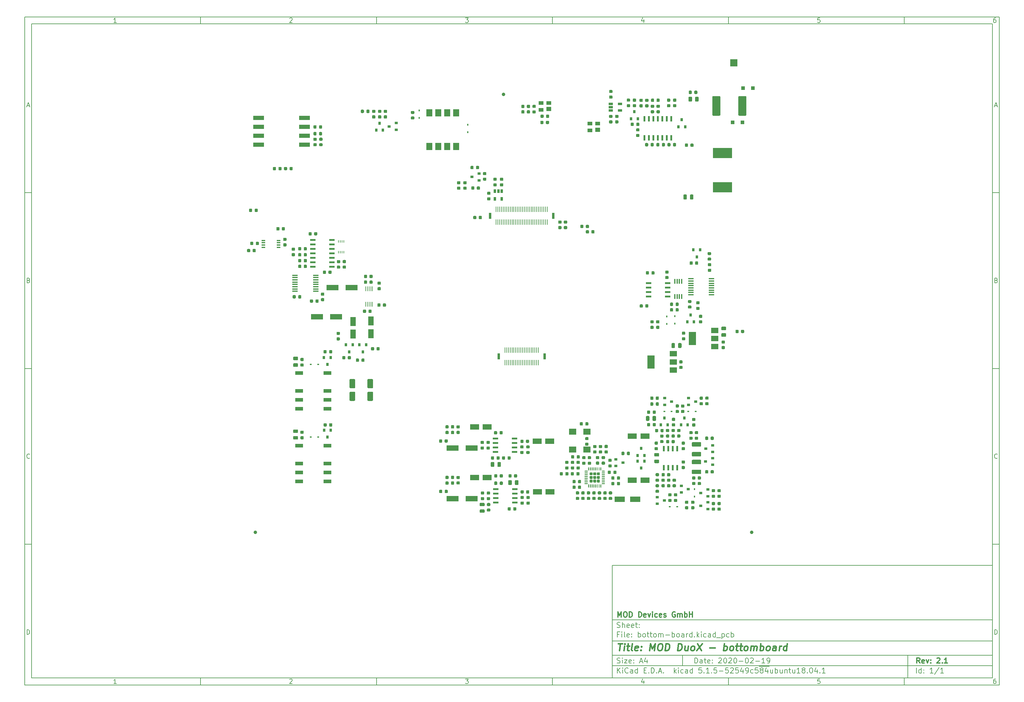
<source format=gbr>
G04 #@! TF.GenerationSoftware,KiCad,Pcbnew,5.1.5-52549c5~84~ubuntu18.04.1*
G04 #@! TF.CreationDate,2020-05-20T13:06:09+02:00*
G04 #@! TF.ProjectId,bottom-board,626f7474-6f6d-42d6-926f-6172642e6b69,2.1*
G04 #@! TF.SameCoordinates,PX48111b4PY15fd6c8*
G04 #@! TF.FileFunction,Paste,Top*
G04 #@! TF.FilePolarity,Positive*
%FSLAX46Y46*%
G04 Gerber Fmt 4.6, Leading zero omitted, Abs format (unit mm)*
G04 Created by KiCad (PCBNEW 5.1.5-52549c5~84~ubuntu18.04.1) date 2020-05-20 13:06:09*
%MOMM*%
%LPD*%
G04 APERTURE LIST*
%ADD10C,0.100000*%
%ADD11C,0.150000*%
%ADD12C,0.300000*%
%ADD13C,0.400000*%
%ADD14R,3.494000X1.594000*%
%ADD15R,2.594000X1.594000*%
%ADD16R,0.794000X0.894000*%
%ADD17R,0.444000X1.444000*%
%ADD18R,0.294000X1.394000*%
%ADD19R,5.394000X2.894000*%
%ADD20R,1.994000X1.794000*%
%ADD21R,1.994000X1.994000*%
%ADD22R,2.194000X0.994000*%
%ADD23C,0.994000*%
%ADD24R,2.994000X1.594000*%
%ADD25R,1.594000X2.594000*%
%ADD26R,1.094000X1.094000*%
%ADD27R,0.894000X0.794000*%
%ADD28R,0.594000X0.444000*%
%ADD29R,1.394000X0.994000*%
%ADD30R,1.394000X1.194000*%
%ADD31R,0.444000X0.594000*%
%ADD32R,3.169000X1.264000*%
%ADD33R,0.644000X1.054000*%
%ADD34R,0.594000X1.544000*%
%ADD35R,1.544000X0.594000*%
%ADD36R,1.214000X0.644000*%
%ADD37R,0.594000X1.494000*%
%ADD38R,0.294000X0.794000*%
%ADD39R,1.494000X0.594000*%
%ADD40R,0.794000X1.794000*%
%ADD41R,0.294000X1.594000*%
%ADD42R,1.994000X3.794000*%
%ADD43R,1.994000X1.494000*%
%ADD44R,1.774000X1.994000*%
%ADD45R,1.094000X0.394000*%
%ADD46R,1.494000X0.444000*%
G04 APERTURE END LIST*
D10*
D11*
X101434660Y-142949080D02*
X101434660Y-174949080D01*
X209434660Y-174949080D01*
X209434660Y-142949080D01*
X101434660Y-142949080D01*
D10*
D11*
X-65567540Y13058120D02*
X-65567540Y-176949080D01*
X211434660Y-176949080D01*
X211434660Y13058120D01*
X-65567540Y13058120D01*
D10*
D11*
X-63567540Y11058120D02*
X-63567540Y-174949080D01*
X209434660Y-174949080D01*
X209434660Y11058120D01*
X-63567540Y11058120D01*
D10*
D11*
X-15567540Y11058120D02*
X-15567540Y13058120D01*
D10*
D11*
X34432460Y11058120D02*
X34432460Y13058120D01*
D10*
D11*
X84432460Y11058120D02*
X84432460Y13058120D01*
D10*
D11*
X134432460Y11058120D02*
X134432460Y13058120D01*
D10*
D11*
X184432460Y11058120D02*
X184432460Y13058120D01*
D10*
D11*
X-39502064Y11470025D02*
X-40244921Y11470025D01*
X-39873493Y11470025D02*
X-39873493Y12770025D01*
X-39997302Y12584311D01*
X-40121112Y12460501D01*
X-40244921Y12398597D01*
D10*
D11*
X9755079Y12646216D02*
X9816983Y12708120D01*
X9940793Y12770025D01*
X10250317Y12770025D01*
X10374126Y12708120D01*
X10436031Y12646216D01*
X10497936Y12522406D01*
X10497936Y12398597D01*
X10436031Y12212882D01*
X9693174Y11470025D01*
X10497936Y11470025D01*
D10*
D11*
X59693174Y12770025D02*
X60497936Y12770025D01*
X60064602Y12274787D01*
X60250317Y12274787D01*
X60374126Y12212882D01*
X60436031Y12150978D01*
X60497936Y12027168D01*
X60497936Y11717644D01*
X60436031Y11593835D01*
X60374126Y11531930D01*
X60250317Y11470025D01*
X59878888Y11470025D01*
X59755079Y11531930D01*
X59693174Y11593835D01*
D10*
D11*
X110374126Y12336692D02*
X110374126Y11470025D01*
X110064602Y12831930D02*
X109755079Y11903359D01*
X110559840Y11903359D01*
D10*
D11*
X160436031Y12770025D02*
X159816983Y12770025D01*
X159755079Y12150978D01*
X159816983Y12212882D01*
X159940793Y12274787D01*
X160250317Y12274787D01*
X160374126Y12212882D01*
X160436031Y12150978D01*
X160497936Y12027168D01*
X160497936Y11717644D01*
X160436031Y11593835D01*
X160374126Y11531930D01*
X160250317Y11470025D01*
X159940793Y11470025D01*
X159816983Y11531930D01*
X159755079Y11593835D01*
D10*
D11*
X210374126Y12770025D02*
X210126507Y12770025D01*
X210002698Y12708120D01*
X209940793Y12646216D01*
X209816983Y12460501D01*
X209755079Y12212882D01*
X209755079Y11717644D01*
X209816983Y11593835D01*
X209878888Y11531930D01*
X210002698Y11470025D01*
X210250317Y11470025D01*
X210374126Y11531930D01*
X210436031Y11593835D01*
X210497936Y11717644D01*
X210497936Y12027168D01*
X210436031Y12150978D01*
X210374126Y12212882D01*
X210250317Y12274787D01*
X210002698Y12274787D01*
X209878888Y12212882D01*
X209816983Y12150978D01*
X209755079Y12027168D01*
D10*
D11*
X-15567540Y-174949080D02*
X-15567540Y-176949080D01*
D10*
D11*
X34432460Y-174949080D02*
X34432460Y-176949080D01*
D10*
D11*
X84432460Y-174949080D02*
X84432460Y-176949080D01*
D10*
D11*
X134432460Y-174949080D02*
X134432460Y-176949080D01*
D10*
D11*
X184432460Y-174949080D02*
X184432460Y-176949080D01*
D10*
D11*
X-39502064Y-176537175D02*
X-40244921Y-176537175D01*
X-39873493Y-176537175D02*
X-39873493Y-175237175D01*
X-39997302Y-175422889D01*
X-40121112Y-175546699D01*
X-40244921Y-175608603D01*
D10*
D11*
X9755079Y-175360984D02*
X9816983Y-175299080D01*
X9940793Y-175237175D01*
X10250317Y-175237175D01*
X10374126Y-175299080D01*
X10436031Y-175360984D01*
X10497936Y-175484794D01*
X10497936Y-175608603D01*
X10436031Y-175794318D01*
X9693174Y-176537175D01*
X10497936Y-176537175D01*
D10*
D11*
X59693174Y-175237175D02*
X60497936Y-175237175D01*
X60064602Y-175732413D01*
X60250317Y-175732413D01*
X60374126Y-175794318D01*
X60436031Y-175856222D01*
X60497936Y-175980032D01*
X60497936Y-176289556D01*
X60436031Y-176413365D01*
X60374126Y-176475270D01*
X60250317Y-176537175D01*
X59878888Y-176537175D01*
X59755079Y-176475270D01*
X59693174Y-176413365D01*
D10*
D11*
X110374126Y-175670508D02*
X110374126Y-176537175D01*
X110064602Y-175175270D02*
X109755079Y-176103841D01*
X110559840Y-176103841D01*
D10*
D11*
X160436031Y-175237175D02*
X159816983Y-175237175D01*
X159755079Y-175856222D01*
X159816983Y-175794318D01*
X159940793Y-175732413D01*
X160250317Y-175732413D01*
X160374126Y-175794318D01*
X160436031Y-175856222D01*
X160497936Y-175980032D01*
X160497936Y-176289556D01*
X160436031Y-176413365D01*
X160374126Y-176475270D01*
X160250317Y-176537175D01*
X159940793Y-176537175D01*
X159816983Y-176475270D01*
X159755079Y-176413365D01*
D10*
D11*
X210374126Y-175237175D02*
X210126507Y-175237175D01*
X210002698Y-175299080D01*
X209940793Y-175360984D01*
X209816983Y-175546699D01*
X209755079Y-175794318D01*
X209755079Y-176289556D01*
X209816983Y-176413365D01*
X209878888Y-176475270D01*
X210002698Y-176537175D01*
X210250317Y-176537175D01*
X210374126Y-176475270D01*
X210436031Y-176413365D01*
X210497936Y-176289556D01*
X210497936Y-175980032D01*
X210436031Y-175856222D01*
X210374126Y-175794318D01*
X210250317Y-175732413D01*
X210002698Y-175732413D01*
X209878888Y-175794318D01*
X209816983Y-175856222D01*
X209755079Y-175980032D01*
D10*
D11*
X-65567540Y-36941880D02*
X-63567540Y-36941880D01*
D10*
D11*
X-65567540Y-86941880D02*
X-63567540Y-86941880D01*
D10*
D11*
X-65567540Y-136941880D02*
X-63567540Y-136941880D01*
D10*
D11*
X-64877064Y-12158546D02*
X-64258017Y-12158546D01*
X-65000874Y-12529975D02*
X-64567540Y-11229975D01*
X-64134207Y-12529975D01*
D10*
D11*
X-64474683Y-61849022D02*
X-64288969Y-61910927D01*
X-64227064Y-61972832D01*
X-64165160Y-62096641D01*
X-64165160Y-62282356D01*
X-64227064Y-62406165D01*
X-64288969Y-62468070D01*
X-64412779Y-62529975D01*
X-64908017Y-62529975D01*
X-64908017Y-61229975D01*
X-64474683Y-61229975D01*
X-64350874Y-61291880D01*
X-64288969Y-61353784D01*
X-64227064Y-61477594D01*
X-64227064Y-61601403D01*
X-64288969Y-61725213D01*
X-64350874Y-61787118D01*
X-64474683Y-61849022D01*
X-64908017Y-61849022D01*
D10*
D11*
X-64165160Y-112406165D02*
X-64227064Y-112468070D01*
X-64412779Y-112529975D01*
X-64536588Y-112529975D01*
X-64722302Y-112468070D01*
X-64846112Y-112344260D01*
X-64908017Y-112220451D01*
X-64969921Y-111972832D01*
X-64969921Y-111787118D01*
X-64908017Y-111539499D01*
X-64846112Y-111415689D01*
X-64722302Y-111291880D01*
X-64536588Y-111229975D01*
X-64412779Y-111229975D01*
X-64227064Y-111291880D01*
X-64165160Y-111353784D01*
D10*
D11*
X-64908017Y-162529975D02*
X-64908017Y-161229975D01*
X-64598493Y-161229975D01*
X-64412779Y-161291880D01*
X-64288969Y-161415689D01*
X-64227064Y-161539499D01*
X-64165160Y-161787118D01*
X-64165160Y-161972832D01*
X-64227064Y-162220451D01*
X-64288969Y-162344260D01*
X-64412779Y-162468070D01*
X-64598493Y-162529975D01*
X-64908017Y-162529975D01*
D10*
D11*
X211434660Y-36941880D02*
X209434660Y-36941880D01*
D10*
D11*
X211434660Y-86941880D02*
X209434660Y-86941880D01*
D10*
D11*
X211434660Y-136941880D02*
X209434660Y-136941880D01*
D10*
D11*
X210125136Y-12158546D02*
X210744183Y-12158546D01*
X210001326Y-12529975D02*
X210434660Y-11229975D01*
X210867993Y-12529975D01*
D10*
D11*
X210527517Y-61849022D02*
X210713231Y-61910927D01*
X210775136Y-61972832D01*
X210837040Y-62096641D01*
X210837040Y-62282356D01*
X210775136Y-62406165D01*
X210713231Y-62468070D01*
X210589421Y-62529975D01*
X210094183Y-62529975D01*
X210094183Y-61229975D01*
X210527517Y-61229975D01*
X210651326Y-61291880D01*
X210713231Y-61353784D01*
X210775136Y-61477594D01*
X210775136Y-61601403D01*
X210713231Y-61725213D01*
X210651326Y-61787118D01*
X210527517Y-61849022D01*
X210094183Y-61849022D01*
D10*
D11*
X210837040Y-112406165D02*
X210775136Y-112468070D01*
X210589421Y-112529975D01*
X210465612Y-112529975D01*
X210279898Y-112468070D01*
X210156088Y-112344260D01*
X210094183Y-112220451D01*
X210032279Y-111972832D01*
X210032279Y-111787118D01*
X210094183Y-111539499D01*
X210156088Y-111415689D01*
X210279898Y-111291880D01*
X210465612Y-111229975D01*
X210589421Y-111229975D01*
X210775136Y-111291880D01*
X210837040Y-111353784D01*
D10*
D11*
X210094183Y-162529975D02*
X210094183Y-161229975D01*
X210403707Y-161229975D01*
X210589421Y-161291880D01*
X210713231Y-161415689D01*
X210775136Y-161539499D01*
X210837040Y-161787118D01*
X210837040Y-161972832D01*
X210775136Y-162220451D01*
X210713231Y-162344260D01*
X210589421Y-162468070D01*
X210403707Y-162529975D01*
X210094183Y-162529975D01*
D10*
D11*
X124866802Y-170727651D02*
X124866802Y-169227651D01*
X125223945Y-169227651D01*
X125438231Y-169299080D01*
X125581088Y-169441937D01*
X125652517Y-169584794D01*
X125723945Y-169870508D01*
X125723945Y-170084794D01*
X125652517Y-170370508D01*
X125581088Y-170513365D01*
X125438231Y-170656222D01*
X125223945Y-170727651D01*
X124866802Y-170727651D01*
X127009660Y-170727651D02*
X127009660Y-169941937D01*
X126938231Y-169799080D01*
X126795374Y-169727651D01*
X126509660Y-169727651D01*
X126366802Y-169799080D01*
X127009660Y-170656222D02*
X126866802Y-170727651D01*
X126509660Y-170727651D01*
X126366802Y-170656222D01*
X126295374Y-170513365D01*
X126295374Y-170370508D01*
X126366802Y-170227651D01*
X126509660Y-170156222D01*
X126866802Y-170156222D01*
X127009660Y-170084794D01*
X127509660Y-169727651D02*
X128081088Y-169727651D01*
X127723945Y-169227651D02*
X127723945Y-170513365D01*
X127795374Y-170656222D01*
X127938231Y-170727651D01*
X128081088Y-170727651D01*
X129152517Y-170656222D02*
X129009660Y-170727651D01*
X128723945Y-170727651D01*
X128581088Y-170656222D01*
X128509660Y-170513365D01*
X128509660Y-169941937D01*
X128581088Y-169799080D01*
X128723945Y-169727651D01*
X129009660Y-169727651D01*
X129152517Y-169799080D01*
X129223945Y-169941937D01*
X129223945Y-170084794D01*
X128509660Y-170227651D01*
X129866802Y-170584794D02*
X129938231Y-170656222D01*
X129866802Y-170727651D01*
X129795374Y-170656222D01*
X129866802Y-170584794D01*
X129866802Y-170727651D01*
X129866802Y-169799080D02*
X129938231Y-169870508D01*
X129866802Y-169941937D01*
X129795374Y-169870508D01*
X129866802Y-169799080D01*
X129866802Y-169941937D01*
X131652517Y-169370508D02*
X131723945Y-169299080D01*
X131866802Y-169227651D01*
X132223945Y-169227651D01*
X132366802Y-169299080D01*
X132438231Y-169370508D01*
X132509660Y-169513365D01*
X132509660Y-169656222D01*
X132438231Y-169870508D01*
X131581088Y-170727651D01*
X132509660Y-170727651D01*
X133438231Y-169227651D02*
X133581088Y-169227651D01*
X133723945Y-169299080D01*
X133795374Y-169370508D01*
X133866802Y-169513365D01*
X133938231Y-169799080D01*
X133938231Y-170156222D01*
X133866802Y-170441937D01*
X133795374Y-170584794D01*
X133723945Y-170656222D01*
X133581088Y-170727651D01*
X133438231Y-170727651D01*
X133295374Y-170656222D01*
X133223945Y-170584794D01*
X133152517Y-170441937D01*
X133081088Y-170156222D01*
X133081088Y-169799080D01*
X133152517Y-169513365D01*
X133223945Y-169370508D01*
X133295374Y-169299080D01*
X133438231Y-169227651D01*
X134509660Y-169370508D02*
X134581088Y-169299080D01*
X134723945Y-169227651D01*
X135081088Y-169227651D01*
X135223945Y-169299080D01*
X135295374Y-169370508D01*
X135366802Y-169513365D01*
X135366802Y-169656222D01*
X135295374Y-169870508D01*
X134438231Y-170727651D01*
X135366802Y-170727651D01*
X136295374Y-169227651D02*
X136438231Y-169227651D01*
X136581088Y-169299080D01*
X136652517Y-169370508D01*
X136723945Y-169513365D01*
X136795374Y-169799080D01*
X136795374Y-170156222D01*
X136723945Y-170441937D01*
X136652517Y-170584794D01*
X136581088Y-170656222D01*
X136438231Y-170727651D01*
X136295374Y-170727651D01*
X136152517Y-170656222D01*
X136081088Y-170584794D01*
X136009660Y-170441937D01*
X135938231Y-170156222D01*
X135938231Y-169799080D01*
X136009660Y-169513365D01*
X136081088Y-169370508D01*
X136152517Y-169299080D01*
X136295374Y-169227651D01*
X137438231Y-170156222D02*
X138581088Y-170156222D01*
X139581088Y-169227651D02*
X139723945Y-169227651D01*
X139866802Y-169299080D01*
X139938231Y-169370508D01*
X140009660Y-169513365D01*
X140081088Y-169799080D01*
X140081088Y-170156222D01*
X140009660Y-170441937D01*
X139938231Y-170584794D01*
X139866802Y-170656222D01*
X139723945Y-170727651D01*
X139581088Y-170727651D01*
X139438231Y-170656222D01*
X139366802Y-170584794D01*
X139295374Y-170441937D01*
X139223945Y-170156222D01*
X139223945Y-169799080D01*
X139295374Y-169513365D01*
X139366802Y-169370508D01*
X139438231Y-169299080D01*
X139581088Y-169227651D01*
X140652517Y-169370508D02*
X140723945Y-169299080D01*
X140866802Y-169227651D01*
X141223945Y-169227651D01*
X141366802Y-169299080D01*
X141438231Y-169370508D01*
X141509660Y-169513365D01*
X141509660Y-169656222D01*
X141438231Y-169870508D01*
X140581088Y-170727651D01*
X141509660Y-170727651D01*
X142152517Y-170156222D02*
X143295374Y-170156222D01*
X144795374Y-170727651D02*
X143938231Y-170727651D01*
X144366802Y-170727651D02*
X144366802Y-169227651D01*
X144223945Y-169441937D01*
X144081088Y-169584794D01*
X143938231Y-169656222D01*
X145509660Y-170727651D02*
X145795374Y-170727651D01*
X145938231Y-170656222D01*
X146009660Y-170584794D01*
X146152517Y-170370508D01*
X146223945Y-170084794D01*
X146223945Y-169513365D01*
X146152517Y-169370508D01*
X146081088Y-169299080D01*
X145938231Y-169227651D01*
X145652517Y-169227651D01*
X145509660Y-169299080D01*
X145438231Y-169370508D01*
X145366802Y-169513365D01*
X145366802Y-169870508D01*
X145438231Y-170013365D01*
X145509660Y-170084794D01*
X145652517Y-170156222D01*
X145938231Y-170156222D01*
X146081088Y-170084794D01*
X146152517Y-170013365D01*
X146223945Y-169870508D01*
D10*
D11*
X101434660Y-171449080D02*
X209434660Y-171449080D01*
D10*
D11*
X102866802Y-173527651D02*
X102866802Y-172027651D01*
X103723945Y-173527651D02*
X103081088Y-172670508D01*
X103723945Y-172027651D02*
X102866802Y-172884794D01*
X104366802Y-173527651D02*
X104366802Y-172527651D01*
X104366802Y-172027651D02*
X104295374Y-172099080D01*
X104366802Y-172170508D01*
X104438231Y-172099080D01*
X104366802Y-172027651D01*
X104366802Y-172170508D01*
X105938231Y-173384794D02*
X105866802Y-173456222D01*
X105652517Y-173527651D01*
X105509660Y-173527651D01*
X105295374Y-173456222D01*
X105152517Y-173313365D01*
X105081088Y-173170508D01*
X105009660Y-172884794D01*
X105009660Y-172670508D01*
X105081088Y-172384794D01*
X105152517Y-172241937D01*
X105295374Y-172099080D01*
X105509660Y-172027651D01*
X105652517Y-172027651D01*
X105866802Y-172099080D01*
X105938231Y-172170508D01*
X107223945Y-173527651D02*
X107223945Y-172741937D01*
X107152517Y-172599080D01*
X107009660Y-172527651D01*
X106723945Y-172527651D01*
X106581088Y-172599080D01*
X107223945Y-173456222D02*
X107081088Y-173527651D01*
X106723945Y-173527651D01*
X106581088Y-173456222D01*
X106509660Y-173313365D01*
X106509660Y-173170508D01*
X106581088Y-173027651D01*
X106723945Y-172956222D01*
X107081088Y-172956222D01*
X107223945Y-172884794D01*
X108581088Y-173527651D02*
X108581088Y-172027651D01*
X108581088Y-173456222D02*
X108438231Y-173527651D01*
X108152517Y-173527651D01*
X108009660Y-173456222D01*
X107938231Y-173384794D01*
X107866802Y-173241937D01*
X107866802Y-172813365D01*
X107938231Y-172670508D01*
X108009660Y-172599080D01*
X108152517Y-172527651D01*
X108438231Y-172527651D01*
X108581088Y-172599080D01*
X110438231Y-172741937D02*
X110938231Y-172741937D01*
X111152517Y-173527651D02*
X110438231Y-173527651D01*
X110438231Y-172027651D01*
X111152517Y-172027651D01*
X111795374Y-173384794D02*
X111866802Y-173456222D01*
X111795374Y-173527651D01*
X111723945Y-173456222D01*
X111795374Y-173384794D01*
X111795374Y-173527651D01*
X112509660Y-173527651D02*
X112509660Y-172027651D01*
X112866802Y-172027651D01*
X113081088Y-172099080D01*
X113223945Y-172241937D01*
X113295374Y-172384794D01*
X113366802Y-172670508D01*
X113366802Y-172884794D01*
X113295374Y-173170508D01*
X113223945Y-173313365D01*
X113081088Y-173456222D01*
X112866802Y-173527651D01*
X112509660Y-173527651D01*
X114009660Y-173384794D02*
X114081088Y-173456222D01*
X114009660Y-173527651D01*
X113938231Y-173456222D01*
X114009660Y-173384794D01*
X114009660Y-173527651D01*
X114652517Y-173099080D02*
X115366802Y-173099080D01*
X114509660Y-173527651D02*
X115009660Y-172027651D01*
X115509660Y-173527651D01*
X116009660Y-173384794D02*
X116081088Y-173456222D01*
X116009660Y-173527651D01*
X115938231Y-173456222D01*
X116009660Y-173384794D01*
X116009660Y-173527651D01*
X119009660Y-173527651D02*
X119009660Y-172027651D01*
X119152517Y-172956222D02*
X119581088Y-173527651D01*
X119581088Y-172527651D02*
X119009660Y-173099080D01*
X120223945Y-173527651D02*
X120223945Y-172527651D01*
X120223945Y-172027651D02*
X120152517Y-172099080D01*
X120223945Y-172170508D01*
X120295374Y-172099080D01*
X120223945Y-172027651D01*
X120223945Y-172170508D01*
X121581088Y-173456222D02*
X121438231Y-173527651D01*
X121152517Y-173527651D01*
X121009660Y-173456222D01*
X120938231Y-173384794D01*
X120866802Y-173241937D01*
X120866802Y-172813365D01*
X120938231Y-172670508D01*
X121009660Y-172599080D01*
X121152517Y-172527651D01*
X121438231Y-172527651D01*
X121581088Y-172599080D01*
X122866802Y-173527651D02*
X122866802Y-172741937D01*
X122795374Y-172599080D01*
X122652517Y-172527651D01*
X122366802Y-172527651D01*
X122223945Y-172599080D01*
X122866802Y-173456222D02*
X122723945Y-173527651D01*
X122366802Y-173527651D01*
X122223945Y-173456222D01*
X122152517Y-173313365D01*
X122152517Y-173170508D01*
X122223945Y-173027651D01*
X122366802Y-172956222D01*
X122723945Y-172956222D01*
X122866802Y-172884794D01*
X124223945Y-173527651D02*
X124223945Y-172027651D01*
X124223945Y-173456222D02*
X124081088Y-173527651D01*
X123795374Y-173527651D01*
X123652517Y-173456222D01*
X123581088Y-173384794D01*
X123509660Y-173241937D01*
X123509660Y-172813365D01*
X123581088Y-172670508D01*
X123652517Y-172599080D01*
X123795374Y-172527651D01*
X124081088Y-172527651D01*
X124223945Y-172599080D01*
X126795374Y-172027651D02*
X126081088Y-172027651D01*
X126009660Y-172741937D01*
X126081088Y-172670508D01*
X126223945Y-172599080D01*
X126581088Y-172599080D01*
X126723945Y-172670508D01*
X126795374Y-172741937D01*
X126866802Y-172884794D01*
X126866802Y-173241937D01*
X126795374Y-173384794D01*
X126723945Y-173456222D01*
X126581088Y-173527651D01*
X126223945Y-173527651D01*
X126081088Y-173456222D01*
X126009660Y-173384794D01*
X127509660Y-173384794D02*
X127581088Y-173456222D01*
X127509660Y-173527651D01*
X127438231Y-173456222D01*
X127509660Y-173384794D01*
X127509660Y-173527651D01*
X129009660Y-173527651D02*
X128152517Y-173527651D01*
X128581088Y-173527651D02*
X128581088Y-172027651D01*
X128438231Y-172241937D01*
X128295374Y-172384794D01*
X128152517Y-172456222D01*
X129652517Y-173384794D02*
X129723945Y-173456222D01*
X129652517Y-173527651D01*
X129581088Y-173456222D01*
X129652517Y-173384794D01*
X129652517Y-173527651D01*
X131081088Y-172027651D02*
X130366802Y-172027651D01*
X130295374Y-172741937D01*
X130366802Y-172670508D01*
X130509660Y-172599080D01*
X130866802Y-172599080D01*
X131009660Y-172670508D01*
X131081088Y-172741937D01*
X131152517Y-172884794D01*
X131152517Y-173241937D01*
X131081088Y-173384794D01*
X131009660Y-173456222D01*
X130866802Y-173527651D01*
X130509660Y-173527651D01*
X130366802Y-173456222D01*
X130295374Y-173384794D01*
X131795374Y-172956222D02*
X132938231Y-172956222D01*
X134366802Y-172027651D02*
X133652517Y-172027651D01*
X133581088Y-172741937D01*
X133652517Y-172670508D01*
X133795374Y-172599080D01*
X134152517Y-172599080D01*
X134295374Y-172670508D01*
X134366802Y-172741937D01*
X134438231Y-172884794D01*
X134438231Y-173241937D01*
X134366802Y-173384794D01*
X134295374Y-173456222D01*
X134152517Y-173527651D01*
X133795374Y-173527651D01*
X133652517Y-173456222D01*
X133581088Y-173384794D01*
X135009660Y-172170508D02*
X135081088Y-172099080D01*
X135223945Y-172027651D01*
X135581088Y-172027651D01*
X135723945Y-172099080D01*
X135795374Y-172170508D01*
X135866802Y-172313365D01*
X135866802Y-172456222D01*
X135795374Y-172670508D01*
X134938231Y-173527651D01*
X135866802Y-173527651D01*
X137223945Y-172027651D02*
X136509660Y-172027651D01*
X136438231Y-172741937D01*
X136509660Y-172670508D01*
X136652517Y-172599080D01*
X137009660Y-172599080D01*
X137152517Y-172670508D01*
X137223945Y-172741937D01*
X137295374Y-172884794D01*
X137295374Y-173241937D01*
X137223945Y-173384794D01*
X137152517Y-173456222D01*
X137009660Y-173527651D01*
X136652517Y-173527651D01*
X136509660Y-173456222D01*
X136438231Y-173384794D01*
X138581088Y-172527651D02*
X138581088Y-173527651D01*
X138223945Y-171956222D02*
X137866802Y-173027651D01*
X138795374Y-173027651D01*
X139438231Y-173527651D02*
X139723945Y-173527651D01*
X139866802Y-173456222D01*
X139938231Y-173384794D01*
X140081088Y-173170508D01*
X140152517Y-172884794D01*
X140152517Y-172313365D01*
X140081088Y-172170508D01*
X140009660Y-172099080D01*
X139866802Y-172027651D01*
X139581088Y-172027651D01*
X139438231Y-172099080D01*
X139366802Y-172170508D01*
X139295374Y-172313365D01*
X139295374Y-172670508D01*
X139366802Y-172813365D01*
X139438231Y-172884794D01*
X139581088Y-172956222D01*
X139866802Y-172956222D01*
X140009660Y-172884794D01*
X140081088Y-172813365D01*
X140152517Y-172670508D01*
X141438231Y-173456222D02*
X141295374Y-173527651D01*
X141009660Y-173527651D01*
X140866802Y-173456222D01*
X140795374Y-173384794D01*
X140723945Y-173241937D01*
X140723945Y-172813365D01*
X140795374Y-172670508D01*
X140866802Y-172599080D01*
X141009660Y-172527651D01*
X141295374Y-172527651D01*
X141438231Y-172599080D01*
X142795374Y-172027651D02*
X142081088Y-172027651D01*
X142009660Y-172741937D01*
X142081088Y-172670508D01*
X142223945Y-172599080D01*
X142581088Y-172599080D01*
X142723945Y-172670508D01*
X142795374Y-172741937D01*
X142866802Y-172884794D01*
X142866802Y-173241937D01*
X142795374Y-173384794D01*
X142723945Y-173456222D01*
X142581088Y-173527651D01*
X142223945Y-173527651D01*
X142081088Y-173456222D01*
X142009660Y-173384794D01*
X143152517Y-171619080D02*
X144581088Y-171619080D01*
X143723945Y-172670508D02*
X143581088Y-172599080D01*
X143509660Y-172527651D01*
X143438231Y-172384794D01*
X143438231Y-172313365D01*
X143509660Y-172170508D01*
X143581088Y-172099080D01*
X143723945Y-172027651D01*
X144009660Y-172027651D01*
X144152517Y-172099080D01*
X144223945Y-172170508D01*
X144295374Y-172313365D01*
X144295374Y-172384794D01*
X144223945Y-172527651D01*
X144152517Y-172599080D01*
X144009660Y-172670508D01*
X143723945Y-172670508D01*
X143581088Y-172741937D01*
X143509660Y-172813365D01*
X143438231Y-172956222D01*
X143438231Y-173241937D01*
X143509660Y-173384794D01*
X143581088Y-173456222D01*
X143723945Y-173527651D01*
X144009660Y-173527651D01*
X144152517Y-173456222D01*
X144223945Y-173384794D01*
X144295374Y-173241937D01*
X144295374Y-172956222D01*
X144223945Y-172813365D01*
X144152517Y-172741937D01*
X144009660Y-172670508D01*
X144581088Y-171619080D02*
X146009659Y-171619080D01*
X145581088Y-172527651D02*
X145581088Y-173527651D01*
X145223945Y-171956222D02*
X144866802Y-173027651D01*
X145795374Y-173027651D01*
X147009659Y-172527651D02*
X147009659Y-173527651D01*
X146366802Y-172527651D02*
X146366802Y-173313365D01*
X146438231Y-173456222D01*
X146581088Y-173527651D01*
X146795374Y-173527651D01*
X146938231Y-173456222D01*
X147009659Y-173384794D01*
X147723945Y-173527651D02*
X147723945Y-172027651D01*
X147723945Y-172599080D02*
X147866802Y-172527651D01*
X148152517Y-172527651D01*
X148295374Y-172599080D01*
X148366802Y-172670508D01*
X148438231Y-172813365D01*
X148438231Y-173241937D01*
X148366802Y-173384794D01*
X148295374Y-173456222D01*
X148152517Y-173527651D01*
X147866802Y-173527651D01*
X147723945Y-173456222D01*
X149723945Y-172527651D02*
X149723945Y-173527651D01*
X149081088Y-172527651D02*
X149081088Y-173313365D01*
X149152517Y-173456222D01*
X149295374Y-173527651D01*
X149509659Y-173527651D01*
X149652517Y-173456222D01*
X149723945Y-173384794D01*
X150438231Y-172527651D02*
X150438231Y-173527651D01*
X150438231Y-172670508D02*
X150509659Y-172599080D01*
X150652517Y-172527651D01*
X150866802Y-172527651D01*
X151009659Y-172599080D01*
X151081088Y-172741937D01*
X151081088Y-173527651D01*
X151581088Y-172527651D02*
X152152517Y-172527651D01*
X151795374Y-172027651D02*
X151795374Y-173313365D01*
X151866802Y-173456222D01*
X152009660Y-173527651D01*
X152152517Y-173527651D01*
X153295374Y-172527651D02*
X153295374Y-173527651D01*
X152652517Y-172527651D02*
X152652517Y-173313365D01*
X152723945Y-173456222D01*
X152866802Y-173527651D01*
X153081088Y-173527651D01*
X153223945Y-173456222D01*
X153295374Y-173384794D01*
X154795374Y-173527651D02*
X153938231Y-173527651D01*
X154366802Y-173527651D02*
X154366802Y-172027651D01*
X154223945Y-172241937D01*
X154081088Y-172384794D01*
X153938231Y-172456222D01*
X155652517Y-172670508D02*
X155509659Y-172599080D01*
X155438231Y-172527651D01*
X155366802Y-172384794D01*
X155366802Y-172313365D01*
X155438231Y-172170508D01*
X155509659Y-172099080D01*
X155652517Y-172027651D01*
X155938231Y-172027651D01*
X156081088Y-172099080D01*
X156152517Y-172170508D01*
X156223945Y-172313365D01*
X156223945Y-172384794D01*
X156152517Y-172527651D01*
X156081088Y-172599080D01*
X155938231Y-172670508D01*
X155652517Y-172670508D01*
X155509659Y-172741937D01*
X155438231Y-172813365D01*
X155366802Y-172956222D01*
X155366802Y-173241937D01*
X155438231Y-173384794D01*
X155509659Y-173456222D01*
X155652517Y-173527651D01*
X155938231Y-173527651D01*
X156081088Y-173456222D01*
X156152517Y-173384794D01*
X156223945Y-173241937D01*
X156223945Y-172956222D01*
X156152517Y-172813365D01*
X156081088Y-172741937D01*
X155938231Y-172670508D01*
X156866802Y-173384794D02*
X156938231Y-173456222D01*
X156866802Y-173527651D01*
X156795374Y-173456222D01*
X156866802Y-173384794D01*
X156866802Y-173527651D01*
X157866802Y-172027651D02*
X158009659Y-172027651D01*
X158152517Y-172099080D01*
X158223945Y-172170508D01*
X158295374Y-172313365D01*
X158366802Y-172599080D01*
X158366802Y-172956222D01*
X158295374Y-173241937D01*
X158223945Y-173384794D01*
X158152517Y-173456222D01*
X158009659Y-173527651D01*
X157866802Y-173527651D01*
X157723945Y-173456222D01*
X157652517Y-173384794D01*
X157581088Y-173241937D01*
X157509659Y-172956222D01*
X157509659Y-172599080D01*
X157581088Y-172313365D01*
X157652517Y-172170508D01*
X157723945Y-172099080D01*
X157866802Y-172027651D01*
X159652517Y-172527651D02*
X159652517Y-173527651D01*
X159295374Y-171956222D02*
X158938231Y-173027651D01*
X159866802Y-173027651D01*
X160438231Y-173384794D02*
X160509659Y-173456222D01*
X160438231Y-173527651D01*
X160366802Y-173456222D01*
X160438231Y-173384794D01*
X160438231Y-173527651D01*
X161938231Y-173527651D02*
X161081088Y-173527651D01*
X161509659Y-173527651D02*
X161509659Y-172027651D01*
X161366802Y-172241937D01*
X161223945Y-172384794D01*
X161081088Y-172456222D01*
D10*
D11*
X101434660Y-168449080D02*
X209434660Y-168449080D01*
D10*
D12*
X188843945Y-170727651D02*
X188343945Y-170013365D01*
X187986802Y-170727651D02*
X187986802Y-169227651D01*
X188558231Y-169227651D01*
X188701088Y-169299080D01*
X188772517Y-169370508D01*
X188843945Y-169513365D01*
X188843945Y-169727651D01*
X188772517Y-169870508D01*
X188701088Y-169941937D01*
X188558231Y-170013365D01*
X187986802Y-170013365D01*
X190058231Y-170656222D02*
X189915374Y-170727651D01*
X189629660Y-170727651D01*
X189486802Y-170656222D01*
X189415374Y-170513365D01*
X189415374Y-169941937D01*
X189486802Y-169799080D01*
X189629660Y-169727651D01*
X189915374Y-169727651D01*
X190058231Y-169799080D01*
X190129660Y-169941937D01*
X190129660Y-170084794D01*
X189415374Y-170227651D01*
X190629660Y-169727651D02*
X190986802Y-170727651D01*
X191343945Y-169727651D01*
X191915374Y-170584794D02*
X191986802Y-170656222D01*
X191915374Y-170727651D01*
X191843945Y-170656222D01*
X191915374Y-170584794D01*
X191915374Y-170727651D01*
X191915374Y-169799080D02*
X191986802Y-169870508D01*
X191915374Y-169941937D01*
X191843945Y-169870508D01*
X191915374Y-169799080D01*
X191915374Y-169941937D01*
X193701088Y-169370508D02*
X193772517Y-169299080D01*
X193915374Y-169227651D01*
X194272517Y-169227651D01*
X194415374Y-169299080D01*
X194486802Y-169370508D01*
X194558231Y-169513365D01*
X194558231Y-169656222D01*
X194486802Y-169870508D01*
X193629660Y-170727651D01*
X194558231Y-170727651D01*
X195201088Y-170584794D02*
X195272517Y-170656222D01*
X195201088Y-170727651D01*
X195129660Y-170656222D01*
X195201088Y-170584794D01*
X195201088Y-170727651D01*
X196701088Y-170727651D02*
X195843945Y-170727651D01*
X196272517Y-170727651D02*
X196272517Y-169227651D01*
X196129660Y-169441937D01*
X195986802Y-169584794D01*
X195843945Y-169656222D01*
D10*
D11*
X102795374Y-170656222D02*
X103009660Y-170727651D01*
X103366802Y-170727651D01*
X103509660Y-170656222D01*
X103581088Y-170584794D01*
X103652517Y-170441937D01*
X103652517Y-170299080D01*
X103581088Y-170156222D01*
X103509660Y-170084794D01*
X103366802Y-170013365D01*
X103081088Y-169941937D01*
X102938231Y-169870508D01*
X102866802Y-169799080D01*
X102795374Y-169656222D01*
X102795374Y-169513365D01*
X102866802Y-169370508D01*
X102938231Y-169299080D01*
X103081088Y-169227651D01*
X103438231Y-169227651D01*
X103652517Y-169299080D01*
X104295374Y-170727651D02*
X104295374Y-169727651D01*
X104295374Y-169227651D02*
X104223945Y-169299080D01*
X104295374Y-169370508D01*
X104366802Y-169299080D01*
X104295374Y-169227651D01*
X104295374Y-169370508D01*
X104866802Y-169727651D02*
X105652517Y-169727651D01*
X104866802Y-170727651D01*
X105652517Y-170727651D01*
X106795374Y-170656222D02*
X106652517Y-170727651D01*
X106366802Y-170727651D01*
X106223945Y-170656222D01*
X106152517Y-170513365D01*
X106152517Y-169941937D01*
X106223945Y-169799080D01*
X106366802Y-169727651D01*
X106652517Y-169727651D01*
X106795374Y-169799080D01*
X106866802Y-169941937D01*
X106866802Y-170084794D01*
X106152517Y-170227651D01*
X107509660Y-170584794D02*
X107581088Y-170656222D01*
X107509660Y-170727651D01*
X107438231Y-170656222D01*
X107509660Y-170584794D01*
X107509660Y-170727651D01*
X107509660Y-169799080D02*
X107581088Y-169870508D01*
X107509660Y-169941937D01*
X107438231Y-169870508D01*
X107509660Y-169799080D01*
X107509660Y-169941937D01*
X109295374Y-170299080D02*
X110009660Y-170299080D01*
X109152517Y-170727651D02*
X109652517Y-169227651D01*
X110152517Y-170727651D01*
X111295374Y-169727651D02*
X111295374Y-170727651D01*
X110938231Y-169156222D02*
X110581088Y-170227651D01*
X111509660Y-170227651D01*
D10*
D11*
X187866802Y-173527651D02*
X187866802Y-172027651D01*
X189223945Y-173527651D02*
X189223945Y-172027651D01*
X189223945Y-173456222D02*
X189081088Y-173527651D01*
X188795374Y-173527651D01*
X188652517Y-173456222D01*
X188581088Y-173384794D01*
X188509660Y-173241937D01*
X188509660Y-172813365D01*
X188581088Y-172670508D01*
X188652517Y-172599080D01*
X188795374Y-172527651D01*
X189081088Y-172527651D01*
X189223945Y-172599080D01*
X189938231Y-173384794D02*
X190009660Y-173456222D01*
X189938231Y-173527651D01*
X189866802Y-173456222D01*
X189938231Y-173384794D01*
X189938231Y-173527651D01*
X189938231Y-172599080D02*
X190009660Y-172670508D01*
X189938231Y-172741937D01*
X189866802Y-172670508D01*
X189938231Y-172599080D01*
X189938231Y-172741937D01*
X192581088Y-173527651D02*
X191723945Y-173527651D01*
X192152517Y-173527651D02*
X192152517Y-172027651D01*
X192009660Y-172241937D01*
X191866802Y-172384794D01*
X191723945Y-172456222D01*
X194295374Y-171956222D02*
X193009660Y-173884794D01*
X195581088Y-173527651D02*
X194723945Y-173527651D01*
X195152517Y-173527651D02*
X195152517Y-172027651D01*
X195009660Y-172241937D01*
X194866802Y-172384794D01*
X194723945Y-172456222D01*
D10*
D11*
X101434660Y-164449080D02*
X209434660Y-164449080D01*
D10*
D13*
X103147040Y-165153841D02*
X104289898Y-165153841D01*
X103468469Y-167153841D02*
X103718469Y-165153841D01*
X104706564Y-167153841D02*
X104873231Y-165820508D01*
X104956564Y-165153841D02*
X104849421Y-165249080D01*
X104932755Y-165344318D01*
X105039898Y-165249080D01*
X104956564Y-165153841D01*
X104932755Y-165344318D01*
X105539898Y-165820508D02*
X106301802Y-165820508D01*
X105908945Y-165153841D02*
X105694660Y-166868127D01*
X105766088Y-167058603D01*
X105944660Y-167153841D01*
X106135136Y-167153841D01*
X107087517Y-167153841D02*
X106908945Y-167058603D01*
X106837517Y-166868127D01*
X107051802Y-165153841D01*
X108623231Y-167058603D02*
X108420850Y-167153841D01*
X108039898Y-167153841D01*
X107861326Y-167058603D01*
X107789898Y-166868127D01*
X107885136Y-166106222D01*
X108004183Y-165915746D01*
X108206564Y-165820508D01*
X108587517Y-165820508D01*
X108766088Y-165915746D01*
X108837517Y-166106222D01*
X108813707Y-166296699D01*
X107837517Y-166487175D01*
X109587517Y-166963365D02*
X109670850Y-167058603D01*
X109563707Y-167153841D01*
X109480374Y-167058603D01*
X109587517Y-166963365D01*
X109563707Y-167153841D01*
X109718469Y-165915746D02*
X109801802Y-166010984D01*
X109694660Y-166106222D01*
X109611326Y-166010984D01*
X109718469Y-165915746D01*
X109694660Y-166106222D01*
X112039898Y-167153841D02*
X112289898Y-165153841D01*
X112777993Y-166582413D01*
X113623231Y-165153841D01*
X113373231Y-167153841D01*
X114956564Y-165153841D02*
X115337517Y-165153841D01*
X115516088Y-165249080D01*
X115682755Y-165439556D01*
X115730374Y-165820508D01*
X115647040Y-166487175D01*
X115504183Y-166868127D01*
X115289898Y-167058603D01*
X115087517Y-167153841D01*
X114706564Y-167153841D01*
X114527993Y-167058603D01*
X114361326Y-166868127D01*
X114313707Y-166487175D01*
X114397040Y-165820508D01*
X114539898Y-165439556D01*
X114754183Y-165249080D01*
X114956564Y-165153841D01*
X116420850Y-167153841D02*
X116670850Y-165153841D01*
X117147040Y-165153841D01*
X117420850Y-165249080D01*
X117587517Y-165439556D01*
X117658945Y-165630032D01*
X117706564Y-166010984D01*
X117670850Y-166296699D01*
X117527993Y-166677651D01*
X117408945Y-166868127D01*
X117194660Y-167058603D01*
X116897040Y-167153841D01*
X116420850Y-167153841D01*
X119944660Y-167153841D02*
X120194660Y-165153841D01*
X120670850Y-165153841D01*
X120944660Y-165249080D01*
X121111326Y-165439556D01*
X121182755Y-165630032D01*
X121230374Y-166010984D01*
X121194660Y-166296699D01*
X121051802Y-166677651D01*
X120932755Y-166868127D01*
X120718469Y-167058603D01*
X120420850Y-167153841D01*
X119944660Y-167153841D01*
X122968469Y-165820508D02*
X122801802Y-167153841D01*
X122111326Y-165820508D02*
X121980374Y-166868127D01*
X122051802Y-167058603D01*
X122230374Y-167153841D01*
X122516088Y-167153841D01*
X122718469Y-167058603D01*
X122825612Y-166963365D01*
X124039898Y-167153841D02*
X123861326Y-167058603D01*
X123777993Y-166963365D01*
X123706564Y-166772889D01*
X123777993Y-166201460D01*
X123897040Y-166010984D01*
X124004183Y-165915746D01*
X124206564Y-165820508D01*
X124492279Y-165820508D01*
X124670850Y-165915746D01*
X124754183Y-166010984D01*
X124825612Y-166201460D01*
X124754183Y-166772889D01*
X124635136Y-166963365D01*
X124527993Y-167058603D01*
X124325612Y-167153841D01*
X124039898Y-167153841D01*
X125623231Y-165153841D02*
X126706564Y-167153841D01*
X126956564Y-165153841D02*
X125373231Y-167153841D01*
X129087517Y-166391937D02*
X130611326Y-166391937D01*
X132992279Y-167153841D02*
X133242279Y-165153841D01*
X133147040Y-165915746D02*
X133349421Y-165820508D01*
X133730374Y-165820508D01*
X133908945Y-165915746D01*
X133992279Y-166010984D01*
X134063707Y-166201460D01*
X133992279Y-166772889D01*
X133873231Y-166963365D01*
X133766088Y-167058603D01*
X133563707Y-167153841D01*
X133182755Y-167153841D01*
X133004183Y-167058603D01*
X135087517Y-167153841D02*
X134908945Y-167058603D01*
X134825612Y-166963365D01*
X134754183Y-166772889D01*
X134825612Y-166201460D01*
X134944660Y-166010984D01*
X135051802Y-165915746D01*
X135254183Y-165820508D01*
X135539898Y-165820508D01*
X135718469Y-165915746D01*
X135801802Y-166010984D01*
X135873231Y-166201460D01*
X135801802Y-166772889D01*
X135682755Y-166963365D01*
X135575612Y-167058603D01*
X135373231Y-167153841D01*
X135087517Y-167153841D01*
X136492279Y-165820508D02*
X137254183Y-165820508D01*
X136861326Y-165153841D02*
X136647040Y-166868127D01*
X136718469Y-167058603D01*
X136897040Y-167153841D01*
X137087517Y-167153841D01*
X137635136Y-165820508D02*
X138397040Y-165820508D01*
X138004183Y-165153841D02*
X137789898Y-166868127D01*
X137861326Y-167058603D01*
X138039898Y-167153841D01*
X138230374Y-167153841D01*
X139182755Y-167153841D02*
X139004183Y-167058603D01*
X138920850Y-166963365D01*
X138849421Y-166772889D01*
X138920850Y-166201460D01*
X139039898Y-166010984D01*
X139147040Y-165915746D01*
X139349421Y-165820508D01*
X139635136Y-165820508D01*
X139813707Y-165915746D01*
X139897040Y-166010984D01*
X139968469Y-166201460D01*
X139897040Y-166772889D01*
X139777993Y-166963365D01*
X139670850Y-167058603D01*
X139468469Y-167153841D01*
X139182755Y-167153841D01*
X140706564Y-167153841D02*
X140873231Y-165820508D01*
X140849421Y-166010984D02*
X140956564Y-165915746D01*
X141158945Y-165820508D01*
X141444660Y-165820508D01*
X141623231Y-165915746D01*
X141694660Y-166106222D01*
X141563707Y-167153841D01*
X141694660Y-166106222D02*
X141813707Y-165915746D01*
X142016088Y-165820508D01*
X142301802Y-165820508D01*
X142480374Y-165915746D01*
X142551802Y-166106222D01*
X142420850Y-167153841D01*
X143373231Y-167153841D02*
X143623231Y-165153841D01*
X143527993Y-165915746D02*
X143730374Y-165820508D01*
X144111326Y-165820508D01*
X144289898Y-165915746D01*
X144373231Y-166010984D01*
X144444660Y-166201460D01*
X144373231Y-166772889D01*
X144254183Y-166963365D01*
X144147040Y-167058603D01*
X143944660Y-167153841D01*
X143563707Y-167153841D01*
X143385136Y-167058603D01*
X145468469Y-167153841D02*
X145289898Y-167058603D01*
X145206564Y-166963365D01*
X145135136Y-166772889D01*
X145206564Y-166201460D01*
X145325612Y-166010984D01*
X145432755Y-165915746D01*
X145635136Y-165820508D01*
X145920850Y-165820508D01*
X146099421Y-165915746D01*
X146182755Y-166010984D01*
X146254183Y-166201460D01*
X146182755Y-166772889D01*
X146063707Y-166963365D01*
X145956564Y-167058603D01*
X145754183Y-167153841D01*
X145468469Y-167153841D01*
X147849421Y-167153841D02*
X147980374Y-166106222D01*
X147908945Y-165915746D01*
X147730374Y-165820508D01*
X147349421Y-165820508D01*
X147147040Y-165915746D01*
X147861326Y-167058603D02*
X147658945Y-167153841D01*
X147182755Y-167153841D01*
X147004183Y-167058603D01*
X146932755Y-166868127D01*
X146956564Y-166677651D01*
X147075612Y-166487175D01*
X147277993Y-166391937D01*
X147754183Y-166391937D01*
X147956564Y-166296699D01*
X148801802Y-167153841D02*
X148968469Y-165820508D01*
X148920850Y-166201460D02*
X149039898Y-166010984D01*
X149147040Y-165915746D01*
X149349421Y-165820508D01*
X149539898Y-165820508D01*
X150897040Y-167153841D02*
X151147040Y-165153841D01*
X150908945Y-167058603D02*
X150706564Y-167153841D01*
X150325612Y-167153841D01*
X150147040Y-167058603D01*
X150063707Y-166963365D01*
X149992279Y-166772889D01*
X150063707Y-166201460D01*
X150182755Y-166010984D01*
X150289898Y-165915746D01*
X150492279Y-165820508D01*
X150873231Y-165820508D01*
X151051802Y-165915746D01*
D10*
D11*
X103366802Y-162541937D02*
X102866802Y-162541937D01*
X102866802Y-163327651D02*
X102866802Y-161827651D01*
X103581088Y-161827651D01*
X104152517Y-163327651D02*
X104152517Y-162327651D01*
X104152517Y-161827651D02*
X104081088Y-161899080D01*
X104152517Y-161970508D01*
X104223945Y-161899080D01*
X104152517Y-161827651D01*
X104152517Y-161970508D01*
X105081088Y-163327651D02*
X104938231Y-163256222D01*
X104866802Y-163113365D01*
X104866802Y-161827651D01*
X106223945Y-163256222D02*
X106081088Y-163327651D01*
X105795374Y-163327651D01*
X105652517Y-163256222D01*
X105581088Y-163113365D01*
X105581088Y-162541937D01*
X105652517Y-162399080D01*
X105795374Y-162327651D01*
X106081088Y-162327651D01*
X106223945Y-162399080D01*
X106295374Y-162541937D01*
X106295374Y-162684794D01*
X105581088Y-162827651D01*
X106938231Y-163184794D02*
X107009660Y-163256222D01*
X106938231Y-163327651D01*
X106866802Y-163256222D01*
X106938231Y-163184794D01*
X106938231Y-163327651D01*
X106938231Y-162399080D02*
X107009660Y-162470508D01*
X106938231Y-162541937D01*
X106866802Y-162470508D01*
X106938231Y-162399080D01*
X106938231Y-162541937D01*
X108795374Y-163327651D02*
X108795374Y-161827651D01*
X108795374Y-162399080D02*
X108938231Y-162327651D01*
X109223945Y-162327651D01*
X109366802Y-162399080D01*
X109438231Y-162470508D01*
X109509660Y-162613365D01*
X109509660Y-163041937D01*
X109438231Y-163184794D01*
X109366802Y-163256222D01*
X109223945Y-163327651D01*
X108938231Y-163327651D01*
X108795374Y-163256222D01*
X110366802Y-163327651D02*
X110223945Y-163256222D01*
X110152517Y-163184794D01*
X110081088Y-163041937D01*
X110081088Y-162613365D01*
X110152517Y-162470508D01*
X110223945Y-162399080D01*
X110366802Y-162327651D01*
X110581088Y-162327651D01*
X110723945Y-162399080D01*
X110795374Y-162470508D01*
X110866802Y-162613365D01*
X110866802Y-163041937D01*
X110795374Y-163184794D01*
X110723945Y-163256222D01*
X110581088Y-163327651D01*
X110366802Y-163327651D01*
X111295374Y-162327651D02*
X111866802Y-162327651D01*
X111509660Y-161827651D02*
X111509660Y-163113365D01*
X111581088Y-163256222D01*
X111723945Y-163327651D01*
X111866802Y-163327651D01*
X112152517Y-162327651D02*
X112723945Y-162327651D01*
X112366802Y-161827651D02*
X112366802Y-163113365D01*
X112438231Y-163256222D01*
X112581088Y-163327651D01*
X112723945Y-163327651D01*
X113438231Y-163327651D02*
X113295374Y-163256222D01*
X113223945Y-163184794D01*
X113152517Y-163041937D01*
X113152517Y-162613365D01*
X113223945Y-162470508D01*
X113295374Y-162399080D01*
X113438231Y-162327651D01*
X113652517Y-162327651D01*
X113795374Y-162399080D01*
X113866802Y-162470508D01*
X113938231Y-162613365D01*
X113938231Y-163041937D01*
X113866802Y-163184794D01*
X113795374Y-163256222D01*
X113652517Y-163327651D01*
X113438231Y-163327651D01*
X114581088Y-163327651D02*
X114581088Y-162327651D01*
X114581088Y-162470508D02*
X114652517Y-162399080D01*
X114795374Y-162327651D01*
X115009660Y-162327651D01*
X115152517Y-162399080D01*
X115223945Y-162541937D01*
X115223945Y-163327651D01*
X115223945Y-162541937D02*
X115295374Y-162399080D01*
X115438231Y-162327651D01*
X115652517Y-162327651D01*
X115795374Y-162399080D01*
X115866802Y-162541937D01*
X115866802Y-163327651D01*
X116581088Y-162756222D02*
X117723945Y-162756222D01*
X118438231Y-163327651D02*
X118438231Y-161827651D01*
X118438231Y-162399080D02*
X118581088Y-162327651D01*
X118866802Y-162327651D01*
X119009660Y-162399080D01*
X119081088Y-162470508D01*
X119152517Y-162613365D01*
X119152517Y-163041937D01*
X119081088Y-163184794D01*
X119009660Y-163256222D01*
X118866802Y-163327651D01*
X118581088Y-163327651D01*
X118438231Y-163256222D01*
X120009660Y-163327651D02*
X119866802Y-163256222D01*
X119795374Y-163184794D01*
X119723945Y-163041937D01*
X119723945Y-162613365D01*
X119795374Y-162470508D01*
X119866802Y-162399080D01*
X120009660Y-162327651D01*
X120223945Y-162327651D01*
X120366802Y-162399080D01*
X120438231Y-162470508D01*
X120509660Y-162613365D01*
X120509660Y-163041937D01*
X120438231Y-163184794D01*
X120366802Y-163256222D01*
X120223945Y-163327651D01*
X120009660Y-163327651D01*
X121795374Y-163327651D02*
X121795374Y-162541937D01*
X121723945Y-162399080D01*
X121581088Y-162327651D01*
X121295374Y-162327651D01*
X121152517Y-162399080D01*
X121795374Y-163256222D02*
X121652517Y-163327651D01*
X121295374Y-163327651D01*
X121152517Y-163256222D01*
X121081088Y-163113365D01*
X121081088Y-162970508D01*
X121152517Y-162827651D01*
X121295374Y-162756222D01*
X121652517Y-162756222D01*
X121795374Y-162684794D01*
X122509660Y-163327651D02*
X122509660Y-162327651D01*
X122509660Y-162613365D02*
X122581088Y-162470508D01*
X122652517Y-162399080D01*
X122795374Y-162327651D01*
X122938231Y-162327651D01*
X124081088Y-163327651D02*
X124081088Y-161827651D01*
X124081088Y-163256222D02*
X123938231Y-163327651D01*
X123652517Y-163327651D01*
X123509660Y-163256222D01*
X123438231Y-163184794D01*
X123366802Y-163041937D01*
X123366802Y-162613365D01*
X123438231Y-162470508D01*
X123509660Y-162399080D01*
X123652517Y-162327651D01*
X123938231Y-162327651D01*
X124081088Y-162399080D01*
X124795374Y-163184794D02*
X124866802Y-163256222D01*
X124795374Y-163327651D01*
X124723945Y-163256222D01*
X124795374Y-163184794D01*
X124795374Y-163327651D01*
X125509660Y-163327651D02*
X125509660Y-161827651D01*
X125652517Y-162756222D02*
X126081088Y-163327651D01*
X126081088Y-162327651D02*
X125509660Y-162899080D01*
X126723945Y-163327651D02*
X126723945Y-162327651D01*
X126723945Y-161827651D02*
X126652517Y-161899080D01*
X126723945Y-161970508D01*
X126795374Y-161899080D01*
X126723945Y-161827651D01*
X126723945Y-161970508D01*
X128081088Y-163256222D02*
X127938231Y-163327651D01*
X127652517Y-163327651D01*
X127509660Y-163256222D01*
X127438231Y-163184794D01*
X127366802Y-163041937D01*
X127366802Y-162613365D01*
X127438231Y-162470508D01*
X127509660Y-162399080D01*
X127652517Y-162327651D01*
X127938231Y-162327651D01*
X128081088Y-162399080D01*
X129366802Y-163327651D02*
X129366802Y-162541937D01*
X129295374Y-162399080D01*
X129152517Y-162327651D01*
X128866802Y-162327651D01*
X128723945Y-162399080D01*
X129366802Y-163256222D02*
X129223945Y-163327651D01*
X128866802Y-163327651D01*
X128723945Y-163256222D01*
X128652517Y-163113365D01*
X128652517Y-162970508D01*
X128723945Y-162827651D01*
X128866802Y-162756222D01*
X129223945Y-162756222D01*
X129366802Y-162684794D01*
X130723945Y-163327651D02*
X130723945Y-161827651D01*
X130723945Y-163256222D02*
X130581088Y-163327651D01*
X130295374Y-163327651D01*
X130152517Y-163256222D01*
X130081088Y-163184794D01*
X130009660Y-163041937D01*
X130009660Y-162613365D01*
X130081088Y-162470508D01*
X130152517Y-162399080D01*
X130295374Y-162327651D01*
X130581088Y-162327651D01*
X130723945Y-162399080D01*
X131081088Y-163470508D02*
X132223945Y-163470508D01*
X132581088Y-162327651D02*
X132581088Y-163827651D01*
X132581088Y-162399080D02*
X132723945Y-162327651D01*
X133009660Y-162327651D01*
X133152517Y-162399080D01*
X133223945Y-162470508D01*
X133295374Y-162613365D01*
X133295374Y-163041937D01*
X133223945Y-163184794D01*
X133152517Y-163256222D01*
X133009660Y-163327651D01*
X132723945Y-163327651D01*
X132581088Y-163256222D01*
X134581088Y-163256222D02*
X134438231Y-163327651D01*
X134152517Y-163327651D01*
X134009660Y-163256222D01*
X133938231Y-163184794D01*
X133866802Y-163041937D01*
X133866802Y-162613365D01*
X133938231Y-162470508D01*
X134009660Y-162399080D01*
X134152517Y-162327651D01*
X134438231Y-162327651D01*
X134581088Y-162399080D01*
X135223945Y-163327651D02*
X135223945Y-161827651D01*
X135223945Y-162399080D02*
X135366802Y-162327651D01*
X135652517Y-162327651D01*
X135795374Y-162399080D01*
X135866802Y-162470508D01*
X135938231Y-162613365D01*
X135938231Y-163041937D01*
X135866802Y-163184794D01*
X135795374Y-163256222D01*
X135652517Y-163327651D01*
X135366802Y-163327651D01*
X135223945Y-163256222D01*
D10*
D11*
X101434660Y-158449080D02*
X209434660Y-158449080D01*
D10*
D11*
X102795374Y-160556222D02*
X103009660Y-160627651D01*
X103366802Y-160627651D01*
X103509660Y-160556222D01*
X103581088Y-160484794D01*
X103652517Y-160341937D01*
X103652517Y-160199080D01*
X103581088Y-160056222D01*
X103509660Y-159984794D01*
X103366802Y-159913365D01*
X103081088Y-159841937D01*
X102938231Y-159770508D01*
X102866802Y-159699080D01*
X102795374Y-159556222D01*
X102795374Y-159413365D01*
X102866802Y-159270508D01*
X102938231Y-159199080D01*
X103081088Y-159127651D01*
X103438231Y-159127651D01*
X103652517Y-159199080D01*
X104295374Y-160627651D02*
X104295374Y-159127651D01*
X104938231Y-160627651D02*
X104938231Y-159841937D01*
X104866802Y-159699080D01*
X104723945Y-159627651D01*
X104509660Y-159627651D01*
X104366802Y-159699080D01*
X104295374Y-159770508D01*
X106223945Y-160556222D02*
X106081088Y-160627651D01*
X105795374Y-160627651D01*
X105652517Y-160556222D01*
X105581088Y-160413365D01*
X105581088Y-159841937D01*
X105652517Y-159699080D01*
X105795374Y-159627651D01*
X106081088Y-159627651D01*
X106223945Y-159699080D01*
X106295374Y-159841937D01*
X106295374Y-159984794D01*
X105581088Y-160127651D01*
X107509660Y-160556222D02*
X107366802Y-160627651D01*
X107081088Y-160627651D01*
X106938231Y-160556222D01*
X106866802Y-160413365D01*
X106866802Y-159841937D01*
X106938231Y-159699080D01*
X107081088Y-159627651D01*
X107366802Y-159627651D01*
X107509660Y-159699080D01*
X107581088Y-159841937D01*
X107581088Y-159984794D01*
X106866802Y-160127651D01*
X108009660Y-159627651D02*
X108581088Y-159627651D01*
X108223945Y-159127651D02*
X108223945Y-160413365D01*
X108295374Y-160556222D01*
X108438231Y-160627651D01*
X108581088Y-160627651D01*
X109081088Y-160484794D02*
X109152517Y-160556222D01*
X109081088Y-160627651D01*
X109009660Y-160556222D01*
X109081088Y-160484794D01*
X109081088Y-160627651D01*
X109081088Y-159699080D02*
X109152517Y-159770508D01*
X109081088Y-159841937D01*
X109009660Y-159770508D01*
X109081088Y-159699080D01*
X109081088Y-159841937D01*
D10*
D12*
X102986802Y-157627651D02*
X102986802Y-156127651D01*
X103486802Y-157199080D01*
X103986802Y-156127651D01*
X103986802Y-157627651D01*
X104986802Y-156127651D02*
X105272517Y-156127651D01*
X105415374Y-156199080D01*
X105558231Y-156341937D01*
X105629660Y-156627651D01*
X105629660Y-157127651D01*
X105558231Y-157413365D01*
X105415374Y-157556222D01*
X105272517Y-157627651D01*
X104986802Y-157627651D01*
X104843945Y-157556222D01*
X104701088Y-157413365D01*
X104629660Y-157127651D01*
X104629660Y-156627651D01*
X104701088Y-156341937D01*
X104843945Y-156199080D01*
X104986802Y-156127651D01*
X106272517Y-157627651D02*
X106272517Y-156127651D01*
X106629660Y-156127651D01*
X106843945Y-156199080D01*
X106986802Y-156341937D01*
X107058231Y-156484794D01*
X107129660Y-156770508D01*
X107129660Y-156984794D01*
X107058231Y-157270508D01*
X106986802Y-157413365D01*
X106843945Y-157556222D01*
X106629660Y-157627651D01*
X106272517Y-157627651D01*
X108915374Y-157627651D02*
X108915374Y-156127651D01*
X109272517Y-156127651D01*
X109486802Y-156199080D01*
X109629660Y-156341937D01*
X109701088Y-156484794D01*
X109772517Y-156770508D01*
X109772517Y-156984794D01*
X109701088Y-157270508D01*
X109629660Y-157413365D01*
X109486802Y-157556222D01*
X109272517Y-157627651D01*
X108915374Y-157627651D01*
X110986802Y-157556222D02*
X110843945Y-157627651D01*
X110558231Y-157627651D01*
X110415374Y-157556222D01*
X110343945Y-157413365D01*
X110343945Y-156841937D01*
X110415374Y-156699080D01*
X110558231Y-156627651D01*
X110843945Y-156627651D01*
X110986802Y-156699080D01*
X111058231Y-156841937D01*
X111058231Y-156984794D01*
X110343945Y-157127651D01*
X111558231Y-156627651D02*
X111915374Y-157627651D01*
X112272517Y-156627651D01*
X112843945Y-157627651D02*
X112843945Y-156627651D01*
X112843945Y-156127651D02*
X112772517Y-156199080D01*
X112843945Y-156270508D01*
X112915374Y-156199080D01*
X112843945Y-156127651D01*
X112843945Y-156270508D01*
X114201088Y-157556222D02*
X114058231Y-157627651D01*
X113772517Y-157627651D01*
X113629660Y-157556222D01*
X113558231Y-157484794D01*
X113486802Y-157341937D01*
X113486802Y-156913365D01*
X113558231Y-156770508D01*
X113629660Y-156699080D01*
X113772517Y-156627651D01*
X114058231Y-156627651D01*
X114201088Y-156699080D01*
X115415374Y-157556222D02*
X115272517Y-157627651D01*
X114986802Y-157627651D01*
X114843945Y-157556222D01*
X114772517Y-157413365D01*
X114772517Y-156841937D01*
X114843945Y-156699080D01*
X114986802Y-156627651D01*
X115272517Y-156627651D01*
X115415374Y-156699080D01*
X115486802Y-156841937D01*
X115486802Y-156984794D01*
X114772517Y-157127651D01*
X116058231Y-157556222D02*
X116201088Y-157627651D01*
X116486802Y-157627651D01*
X116629660Y-157556222D01*
X116701088Y-157413365D01*
X116701088Y-157341937D01*
X116629660Y-157199080D01*
X116486802Y-157127651D01*
X116272517Y-157127651D01*
X116129660Y-157056222D01*
X116058231Y-156913365D01*
X116058231Y-156841937D01*
X116129660Y-156699080D01*
X116272517Y-156627651D01*
X116486802Y-156627651D01*
X116629660Y-156699080D01*
X119272517Y-156199080D02*
X119129660Y-156127651D01*
X118915374Y-156127651D01*
X118701088Y-156199080D01*
X118558231Y-156341937D01*
X118486802Y-156484794D01*
X118415374Y-156770508D01*
X118415374Y-156984794D01*
X118486802Y-157270508D01*
X118558231Y-157413365D01*
X118701088Y-157556222D01*
X118915374Y-157627651D01*
X119058231Y-157627651D01*
X119272517Y-157556222D01*
X119343945Y-157484794D01*
X119343945Y-156984794D01*
X119058231Y-156984794D01*
X119986802Y-157627651D02*
X119986802Y-156627651D01*
X119986802Y-156770508D02*
X120058231Y-156699080D01*
X120201088Y-156627651D01*
X120415374Y-156627651D01*
X120558231Y-156699080D01*
X120629660Y-156841937D01*
X120629660Y-157627651D01*
X120629660Y-156841937D02*
X120701088Y-156699080D01*
X120843945Y-156627651D01*
X121058231Y-156627651D01*
X121201088Y-156699080D01*
X121272517Y-156841937D01*
X121272517Y-157627651D01*
X121986802Y-157627651D02*
X121986802Y-156127651D01*
X121986802Y-156699080D02*
X122129660Y-156627651D01*
X122415374Y-156627651D01*
X122558231Y-156699080D01*
X122629660Y-156770508D01*
X122701088Y-156913365D01*
X122701088Y-157341937D01*
X122629660Y-157484794D01*
X122558231Y-157556222D01*
X122415374Y-157627651D01*
X122129660Y-157627651D01*
X121986802Y-157556222D01*
X123343945Y-157627651D02*
X123343945Y-156127651D01*
X123343945Y-156841937D02*
X124201088Y-156841937D01*
X124201088Y-157627651D02*
X124201088Y-156127651D01*
D10*
D11*
X121434660Y-168449080D02*
X121434660Y-171449080D01*
D10*
D11*
X185434660Y-168449080D02*
X185434660Y-174949080D01*
D14*
X21932460Y-63941880D03*
X27332460Y-63941880D03*
D15*
X65876580Y-117909340D03*
X62276580Y-117909340D03*
D16*
X120944600Y-102988620D03*
X122844600Y-102988620D03*
X121894600Y-100988620D03*
D17*
X119200020Y-62102640D03*
X119850020Y-62102640D03*
X120500020Y-62102640D03*
X121150020Y-62102640D03*
X121150020Y-66502640D03*
X120500020Y-66502640D03*
X119850020Y-66502640D03*
X119200020Y-66502640D03*
D16*
X123682460Y-71691880D03*
X124632460Y-73691880D03*
X122732460Y-73691880D03*
D10*
G36*
X119115024Y-100960606D02*
G01*
X119136113Y-100963734D01*
X119156794Y-100968915D01*
X119176868Y-100976097D01*
X119196141Y-100985213D01*
X119214428Y-100996173D01*
X119231552Y-101008873D01*
X119247349Y-101023191D01*
X119261667Y-101038988D01*
X119274367Y-101056112D01*
X119285327Y-101074399D01*
X119294443Y-101093672D01*
X119301625Y-101113746D01*
X119306806Y-101134427D01*
X119309934Y-101155516D01*
X119310980Y-101176810D01*
X119310980Y-101611310D01*
X119309934Y-101632604D01*
X119306806Y-101653693D01*
X119301625Y-101674374D01*
X119294443Y-101694448D01*
X119285327Y-101713721D01*
X119274367Y-101732008D01*
X119261667Y-101749132D01*
X119247349Y-101764929D01*
X119231552Y-101779247D01*
X119214428Y-101791947D01*
X119196141Y-101802907D01*
X119176868Y-101812023D01*
X119156794Y-101819205D01*
X119136113Y-101824386D01*
X119115024Y-101827514D01*
X119093730Y-101828560D01*
X118584230Y-101828560D01*
X118562936Y-101827514D01*
X118541847Y-101824386D01*
X118521166Y-101819205D01*
X118501092Y-101812023D01*
X118481819Y-101802907D01*
X118463532Y-101791947D01*
X118446408Y-101779247D01*
X118430611Y-101764929D01*
X118416293Y-101749132D01*
X118403593Y-101732008D01*
X118392633Y-101713721D01*
X118383517Y-101694448D01*
X118376335Y-101674374D01*
X118371154Y-101653693D01*
X118368026Y-101632604D01*
X118366980Y-101611310D01*
X118366980Y-101176810D01*
X118368026Y-101155516D01*
X118371154Y-101134427D01*
X118376335Y-101113746D01*
X118383517Y-101093672D01*
X118392633Y-101074399D01*
X118403593Y-101056112D01*
X118416293Y-101038988D01*
X118430611Y-101023191D01*
X118446408Y-101008873D01*
X118463532Y-100996173D01*
X118481819Y-100985213D01*
X118501092Y-100976097D01*
X118521166Y-100968915D01*
X118541847Y-100963734D01*
X118562936Y-100960606D01*
X118584230Y-100959560D01*
X119093730Y-100959560D01*
X119115024Y-100960606D01*
G37*
G36*
X119115024Y-102535606D02*
G01*
X119136113Y-102538734D01*
X119156794Y-102543915D01*
X119176868Y-102551097D01*
X119196141Y-102560213D01*
X119214428Y-102571173D01*
X119231552Y-102583873D01*
X119247349Y-102598191D01*
X119261667Y-102613988D01*
X119274367Y-102631112D01*
X119285327Y-102649399D01*
X119294443Y-102668672D01*
X119301625Y-102688746D01*
X119306806Y-102709427D01*
X119309934Y-102730516D01*
X119310980Y-102751810D01*
X119310980Y-103186310D01*
X119309934Y-103207604D01*
X119306806Y-103228693D01*
X119301625Y-103249374D01*
X119294443Y-103269448D01*
X119285327Y-103288721D01*
X119274367Y-103307008D01*
X119261667Y-103324132D01*
X119247349Y-103339929D01*
X119231552Y-103354247D01*
X119214428Y-103366947D01*
X119196141Y-103377907D01*
X119176868Y-103387023D01*
X119156794Y-103394205D01*
X119136113Y-103399386D01*
X119115024Y-103402514D01*
X119093730Y-103403560D01*
X118584230Y-103403560D01*
X118562936Y-103402514D01*
X118541847Y-103399386D01*
X118521166Y-103394205D01*
X118501092Y-103387023D01*
X118481819Y-103377907D01*
X118463532Y-103366947D01*
X118446408Y-103354247D01*
X118430611Y-103339929D01*
X118416293Y-103324132D01*
X118403593Y-103307008D01*
X118392633Y-103288721D01*
X118383517Y-103269448D01*
X118376335Y-103249374D01*
X118371154Y-103228693D01*
X118368026Y-103207604D01*
X118366980Y-103186310D01*
X118366980Y-102751810D01*
X118368026Y-102730516D01*
X118371154Y-102709427D01*
X118376335Y-102688746D01*
X118383517Y-102668672D01*
X118392633Y-102649399D01*
X118403593Y-102631112D01*
X118416293Y-102613988D01*
X118430611Y-102598191D01*
X118446408Y-102583873D01*
X118463532Y-102571173D01*
X118481819Y-102560213D01*
X118501092Y-102551097D01*
X118521166Y-102543915D01*
X118541847Y-102538734D01*
X118562936Y-102535606D01*
X118584230Y-102534560D01*
X119093730Y-102534560D01*
X119115024Y-102535606D01*
G37*
G36*
X31253824Y-70171526D02*
G01*
X31274913Y-70174654D01*
X31295594Y-70179835D01*
X31315668Y-70187017D01*
X31334941Y-70196133D01*
X31353228Y-70207093D01*
X31370352Y-70219793D01*
X31386149Y-70234111D01*
X31400467Y-70249908D01*
X31413167Y-70267032D01*
X31424127Y-70285319D01*
X31433243Y-70304592D01*
X31440425Y-70324666D01*
X31445606Y-70345347D01*
X31448734Y-70366436D01*
X31449780Y-70387730D01*
X31449780Y-70897230D01*
X31448734Y-70918524D01*
X31445606Y-70939613D01*
X31440425Y-70960294D01*
X31433243Y-70980368D01*
X31424127Y-70999641D01*
X31413167Y-71017928D01*
X31400467Y-71035052D01*
X31386149Y-71050849D01*
X31370352Y-71065167D01*
X31353228Y-71077867D01*
X31334941Y-71088827D01*
X31315668Y-71097943D01*
X31295594Y-71105125D01*
X31274913Y-71110306D01*
X31253824Y-71113434D01*
X31232530Y-71114480D01*
X30798030Y-71114480D01*
X30776736Y-71113434D01*
X30755647Y-71110306D01*
X30734966Y-71105125D01*
X30714892Y-71097943D01*
X30695619Y-71088827D01*
X30677332Y-71077867D01*
X30660208Y-71065167D01*
X30644411Y-71050849D01*
X30630093Y-71035052D01*
X30617393Y-71017928D01*
X30606433Y-70999641D01*
X30597317Y-70980368D01*
X30590135Y-70960294D01*
X30584954Y-70939613D01*
X30581826Y-70918524D01*
X30580780Y-70897230D01*
X30580780Y-70387730D01*
X30581826Y-70366436D01*
X30584954Y-70345347D01*
X30590135Y-70324666D01*
X30597317Y-70304592D01*
X30606433Y-70285319D01*
X30617393Y-70267032D01*
X30630093Y-70249908D01*
X30644411Y-70234111D01*
X30660208Y-70219793D01*
X30677332Y-70207093D01*
X30695619Y-70196133D01*
X30714892Y-70187017D01*
X30734966Y-70179835D01*
X30755647Y-70174654D01*
X30776736Y-70171526D01*
X30798030Y-70170480D01*
X31232530Y-70170480D01*
X31253824Y-70171526D01*
G37*
G36*
X32828824Y-70171526D02*
G01*
X32849913Y-70174654D01*
X32870594Y-70179835D01*
X32890668Y-70187017D01*
X32909941Y-70196133D01*
X32928228Y-70207093D01*
X32945352Y-70219793D01*
X32961149Y-70234111D01*
X32975467Y-70249908D01*
X32988167Y-70267032D01*
X32999127Y-70285319D01*
X33008243Y-70304592D01*
X33015425Y-70324666D01*
X33020606Y-70345347D01*
X33023734Y-70366436D01*
X33024780Y-70387730D01*
X33024780Y-70897230D01*
X33023734Y-70918524D01*
X33020606Y-70939613D01*
X33015425Y-70960294D01*
X33008243Y-70980368D01*
X32999127Y-70999641D01*
X32988167Y-71017928D01*
X32975467Y-71035052D01*
X32961149Y-71050849D01*
X32945352Y-71065167D01*
X32928228Y-71077867D01*
X32909941Y-71088827D01*
X32890668Y-71097943D01*
X32870594Y-71105125D01*
X32849913Y-71110306D01*
X32828824Y-71113434D01*
X32807530Y-71114480D01*
X32373030Y-71114480D01*
X32351736Y-71113434D01*
X32330647Y-71110306D01*
X32309966Y-71105125D01*
X32289892Y-71097943D01*
X32270619Y-71088827D01*
X32252332Y-71077867D01*
X32235208Y-71065167D01*
X32219411Y-71050849D01*
X32205093Y-71035052D01*
X32192393Y-71017928D01*
X32181433Y-70999641D01*
X32172317Y-70980368D01*
X32165135Y-70960294D01*
X32159954Y-70939613D01*
X32156826Y-70918524D01*
X32155780Y-70897230D01*
X32155780Y-70387730D01*
X32156826Y-70366436D01*
X32159954Y-70345347D01*
X32165135Y-70324666D01*
X32172317Y-70304592D01*
X32181433Y-70285319D01*
X32192393Y-70267032D01*
X32205093Y-70249908D01*
X32219411Y-70234111D01*
X32235208Y-70219793D01*
X32252332Y-70207093D01*
X32270619Y-70196133D01*
X32289892Y-70187017D01*
X32309966Y-70179835D01*
X32330647Y-70174654D01*
X32351736Y-70171526D01*
X32373030Y-70170480D01*
X32807530Y-70170480D01*
X32828824Y-70171526D01*
G37*
D18*
X31300620Y-68633700D03*
X31800620Y-68633700D03*
X32300620Y-68633700D03*
X32800620Y-68633700D03*
X33300620Y-68633700D03*
X33300620Y-64233700D03*
X32800620Y-64233700D03*
X32300620Y-64233700D03*
X31800620Y-64233700D03*
X31300620Y-64233700D03*
D10*
G36*
X19389624Y-65354226D02*
G01*
X19410713Y-65357354D01*
X19431394Y-65362535D01*
X19451468Y-65369717D01*
X19470741Y-65378833D01*
X19489028Y-65389793D01*
X19506152Y-65402493D01*
X19521949Y-65416811D01*
X19536267Y-65432608D01*
X19548967Y-65449732D01*
X19559927Y-65468019D01*
X19569043Y-65487292D01*
X19576225Y-65507366D01*
X19581406Y-65528047D01*
X19584534Y-65549136D01*
X19585580Y-65570430D01*
X19585580Y-66004930D01*
X19584534Y-66026224D01*
X19581406Y-66047313D01*
X19576225Y-66067994D01*
X19569043Y-66088068D01*
X19559927Y-66107341D01*
X19548967Y-66125628D01*
X19536267Y-66142752D01*
X19521949Y-66158549D01*
X19506152Y-66172867D01*
X19489028Y-66185567D01*
X19470741Y-66196527D01*
X19451468Y-66205643D01*
X19431394Y-66212825D01*
X19410713Y-66218006D01*
X19389624Y-66221134D01*
X19368330Y-66222180D01*
X18858830Y-66222180D01*
X18837536Y-66221134D01*
X18816447Y-66218006D01*
X18795766Y-66212825D01*
X18775692Y-66205643D01*
X18756419Y-66196527D01*
X18738132Y-66185567D01*
X18721008Y-66172867D01*
X18705211Y-66158549D01*
X18690893Y-66142752D01*
X18678193Y-66125628D01*
X18667233Y-66107341D01*
X18658117Y-66088068D01*
X18650935Y-66067994D01*
X18645754Y-66047313D01*
X18642626Y-66026224D01*
X18641580Y-66004930D01*
X18641580Y-65570430D01*
X18642626Y-65549136D01*
X18645754Y-65528047D01*
X18650935Y-65507366D01*
X18658117Y-65487292D01*
X18667233Y-65468019D01*
X18678193Y-65449732D01*
X18690893Y-65432608D01*
X18705211Y-65416811D01*
X18721008Y-65402493D01*
X18738132Y-65389793D01*
X18756419Y-65378833D01*
X18775692Y-65369717D01*
X18795766Y-65362535D01*
X18816447Y-65357354D01*
X18837536Y-65354226D01*
X18858830Y-65353180D01*
X19368330Y-65353180D01*
X19389624Y-65354226D01*
G37*
G36*
X19389624Y-66929226D02*
G01*
X19410713Y-66932354D01*
X19431394Y-66937535D01*
X19451468Y-66944717D01*
X19470741Y-66953833D01*
X19489028Y-66964793D01*
X19506152Y-66977493D01*
X19521949Y-66991811D01*
X19536267Y-67007608D01*
X19548967Y-67024732D01*
X19559927Y-67043019D01*
X19569043Y-67062292D01*
X19576225Y-67082366D01*
X19581406Y-67103047D01*
X19584534Y-67124136D01*
X19585580Y-67145430D01*
X19585580Y-67579930D01*
X19584534Y-67601224D01*
X19581406Y-67622313D01*
X19576225Y-67642994D01*
X19569043Y-67663068D01*
X19559927Y-67682341D01*
X19548967Y-67700628D01*
X19536267Y-67717752D01*
X19521949Y-67733549D01*
X19506152Y-67747867D01*
X19489028Y-67760567D01*
X19470741Y-67771527D01*
X19451468Y-67780643D01*
X19431394Y-67787825D01*
X19410713Y-67793006D01*
X19389624Y-67796134D01*
X19368330Y-67797180D01*
X18858830Y-67797180D01*
X18837536Y-67796134D01*
X18816447Y-67793006D01*
X18795766Y-67787825D01*
X18775692Y-67780643D01*
X18756419Y-67771527D01*
X18738132Y-67760567D01*
X18721008Y-67747867D01*
X18705211Y-67733549D01*
X18690893Y-67717752D01*
X18678193Y-67700628D01*
X18667233Y-67682341D01*
X18658117Y-67663068D01*
X18650935Y-67642994D01*
X18645754Y-67622313D01*
X18642626Y-67601224D01*
X18641580Y-67579930D01*
X18641580Y-67145430D01*
X18642626Y-67124136D01*
X18645754Y-67103047D01*
X18650935Y-67082366D01*
X18658117Y-67062292D01*
X18667233Y-67043019D01*
X18678193Y-67024732D01*
X18690893Y-67007608D01*
X18705211Y-66991811D01*
X18721008Y-66977493D01*
X18738132Y-66964793D01*
X18756419Y-66953833D01*
X18775692Y-66944717D01*
X18795766Y-66937535D01*
X18816447Y-66932354D01*
X18837536Y-66929226D01*
X18858830Y-66928180D01*
X19368330Y-66928180D01*
X19389624Y-66929226D01*
G37*
D19*
X132740400Y-25650320D03*
X132740400Y-35350320D03*
D20*
X90195654Y-104907482D03*
X90195654Y-109987482D03*
X94195654Y-109987482D03*
X94195654Y-104907482D03*
D10*
G36*
X92860718Y-102216568D02*
G01*
X92881807Y-102219696D01*
X92902488Y-102224877D01*
X92922562Y-102232059D01*
X92941835Y-102241175D01*
X92960122Y-102252135D01*
X92977246Y-102264835D01*
X92993043Y-102279153D01*
X93007361Y-102294950D01*
X93020061Y-102312074D01*
X93031021Y-102330361D01*
X93040137Y-102349634D01*
X93047319Y-102369708D01*
X93052500Y-102390389D01*
X93055628Y-102411478D01*
X93056674Y-102432772D01*
X93056674Y-102942272D01*
X93055628Y-102963566D01*
X93052500Y-102984655D01*
X93047319Y-103005336D01*
X93040137Y-103025410D01*
X93031021Y-103044683D01*
X93020061Y-103062970D01*
X93007361Y-103080094D01*
X92993043Y-103095891D01*
X92977246Y-103110209D01*
X92960122Y-103122909D01*
X92941835Y-103133869D01*
X92922562Y-103142985D01*
X92902488Y-103150167D01*
X92881807Y-103155348D01*
X92860718Y-103158476D01*
X92839424Y-103159522D01*
X92404924Y-103159522D01*
X92383630Y-103158476D01*
X92362541Y-103155348D01*
X92341860Y-103150167D01*
X92321786Y-103142985D01*
X92302513Y-103133869D01*
X92284226Y-103122909D01*
X92267102Y-103110209D01*
X92251305Y-103095891D01*
X92236987Y-103080094D01*
X92224287Y-103062970D01*
X92213327Y-103044683D01*
X92204211Y-103025410D01*
X92197029Y-103005336D01*
X92191848Y-102984655D01*
X92188720Y-102963566D01*
X92187674Y-102942272D01*
X92187674Y-102432772D01*
X92188720Y-102411478D01*
X92191848Y-102390389D01*
X92197029Y-102369708D01*
X92204211Y-102349634D01*
X92213327Y-102330361D01*
X92224287Y-102312074D01*
X92236987Y-102294950D01*
X92251305Y-102279153D01*
X92267102Y-102264835D01*
X92284226Y-102252135D01*
X92302513Y-102241175D01*
X92321786Y-102232059D01*
X92341860Y-102224877D01*
X92362541Y-102219696D01*
X92383630Y-102216568D01*
X92404924Y-102215522D01*
X92839424Y-102215522D01*
X92860718Y-102216568D01*
G37*
G36*
X94435718Y-102216568D02*
G01*
X94456807Y-102219696D01*
X94477488Y-102224877D01*
X94497562Y-102232059D01*
X94516835Y-102241175D01*
X94535122Y-102252135D01*
X94552246Y-102264835D01*
X94568043Y-102279153D01*
X94582361Y-102294950D01*
X94595061Y-102312074D01*
X94606021Y-102330361D01*
X94615137Y-102349634D01*
X94622319Y-102369708D01*
X94627500Y-102390389D01*
X94630628Y-102411478D01*
X94631674Y-102432772D01*
X94631674Y-102942272D01*
X94630628Y-102963566D01*
X94627500Y-102984655D01*
X94622319Y-103005336D01*
X94615137Y-103025410D01*
X94606021Y-103044683D01*
X94595061Y-103062970D01*
X94582361Y-103080094D01*
X94568043Y-103095891D01*
X94552246Y-103110209D01*
X94535122Y-103122909D01*
X94516835Y-103133869D01*
X94497562Y-103142985D01*
X94477488Y-103150167D01*
X94456807Y-103155348D01*
X94435718Y-103158476D01*
X94414424Y-103159522D01*
X93979924Y-103159522D01*
X93958630Y-103158476D01*
X93937541Y-103155348D01*
X93916860Y-103150167D01*
X93896786Y-103142985D01*
X93877513Y-103133869D01*
X93859226Y-103122909D01*
X93842102Y-103110209D01*
X93826305Y-103095891D01*
X93811987Y-103080094D01*
X93799287Y-103062970D01*
X93788327Y-103044683D01*
X93779211Y-103025410D01*
X93772029Y-103005336D01*
X93766848Y-102984655D01*
X93763720Y-102963566D01*
X93762674Y-102942272D01*
X93762674Y-102432772D01*
X93763720Y-102411478D01*
X93766848Y-102390389D01*
X93772029Y-102369708D01*
X93779211Y-102349634D01*
X93788327Y-102330361D01*
X93799287Y-102312074D01*
X93811987Y-102294950D01*
X93826305Y-102279153D01*
X93842102Y-102264835D01*
X93859226Y-102252135D01*
X93877513Y-102241175D01*
X93896786Y-102232059D01*
X93916860Y-102224877D01*
X93937541Y-102219696D01*
X93958630Y-102216568D01*
X93979924Y-102215522D01*
X94414424Y-102215522D01*
X94435718Y-102216568D01*
G37*
G36*
X79491024Y-11951586D02*
G01*
X79512113Y-11954714D01*
X79532794Y-11959895D01*
X79552868Y-11967077D01*
X79572141Y-11976193D01*
X79590428Y-11987153D01*
X79607552Y-11999853D01*
X79623349Y-12014171D01*
X79637667Y-12029968D01*
X79650367Y-12047092D01*
X79661327Y-12065379D01*
X79670443Y-12084652D01*
X79677625Y-12104726D01*
X79682806Y-12125407D01*
X79685934Y-12146496D01*
X79686980Y-12167790D01*
X79686980Y-12602290D01*
X79685934Y-12623584D01*
X79682806Y-12644673D01*
X79677625Y-12665354D01*
X79670443Y-12685428D01*
X79661327Y-12704701D01*
X79650367Y-12722988D01*
X79637667Y-12740112D01*
X79623349Y-12755909D01*
X79607552Y-12770227D01*
X79590428Y-12782927D01*
X79572141Y-12793887D01*
X79552868Y-12803003D01*
X79532794Y-12810185D01*
X79512113Y-12815366D01*
X79491024Y-12818494D01*
X79469730Y-12819540D01*
X78960230Y-12819540D01*
X78938936Y-12818494D01*
X78917847Y-12815366D01*
X78897166Y-12810185D01*
X78877092Y-12803003D01*
X78857819Y-12793887D01*
X78839532Y-12782927D01*
X78822408Y-12770227D01*
X78806611Y-12755909D01*
X78792293Y-12740112D01*
X78779593Y-12722988D01*
X78768633Y-12704701D01*
X78759517Y-12685428D01*
X78752335Y-12665354D01*
X78747154Y-12644673D01*
X78744026Y-12623584D01*
X78742980Y-12602290D01*
X78742980Y-12167790D01*
X78744026Y-12146496D01*
X78747154Y-12125407D01*
X78752335Y-12104726D01*
X78759517Y-12084652D01*
X78768633Y-12065379D01*
X78779593Y-12047092D01*
X78792293Y-12029968D01*
X78806611Y-12014171D01*
X78822408Y-11999853D01*
X78839532Y-11987153D01*
X78857819Y-11976193D01*
X78877092Y-11967077D01*
X78897166Y-11959895D01*
X78917847Y-11954714D01*
X78938936Y-11951586D01*
X78960230Y-11950540D01*
X79469730Y-11950540D01*
X79491024Y-11951586D01*
G37*
G36*
X79491024Y-13526586D02*
G01*
X79512113Y-13529714D01*
X79532794Y-13534895D01*
X79552868Y-13542077D01*
X79572141Y-13551193D01*
X79590428Y-13562153D01*
X79607552Y-13574853D01*
X79623349Y-13589171D01*
X79637667Y-13604968D01*
X79650367Y-13622092D01*
X79661327Y-13640379D01*
X79670443Y-13659652D01*
X79677625Y-13679726D01*
X79682806Y-13700407D01*
X79685934Y-13721496D01*
X79686980Y-13742790D01*
X79686980Y-14177290D01*
X79685934Y-14198584D01*
X79682806Y-14219673D01*
X79677625Y-14240354D01*
X79670443Y-14260428D01*
X79661327Y-14279701D01*
X79650367Y-14297988D01*
X79637667Y-14315112D01*
X79623349Y-14330909D01*
X79607552Y-14345227D01*
X79590428Y-14357927D01*
X79572141Y-14368887D01*
X79552868Y-14378003D01*
X79532794Y-14385185D01*
X79512113Y-14390366D01*
X79491024Y-14393494D01*
X79469730Y-14394540D01*
X78960230Y-14394540D01*
X78938936Y-14393494D01*
X78917847Y-14390366D01*
X78897166Y-14385185D01*
X78877092Y-14378003D01*
X78857819Y-14368887D01*
X78839532Y-14357927D01*
X78822408Y-14345227D01*
X78806611Y-14330909D01*
X78792293Y-14315112D01*
X78779593Y-14297988D01*
X78768633Y-14279701D01*
X78759517Y-14260428D01*
X78752335Y-14240354D01*
X78747154Y-14219673D01*
X78744026Y-14198584D01*
X78742980Y-14177290D01*
X78742980Y-13742790D01*
X78744026Y-13721496D01*
X78747154Y-13700407D01*
X78752335Y-13679726D01*
X78759517Y-13659652D01*
X78768633Y-13640379D01*
X78779593Y-13622092D01*
X78792293Y-13604968D01*
X78806611Y-13589171D01*
X78822408Y-13574853D01*
X78839532Y-13562153D01*
X78857819Y-13551193D01*
X78877092Y-13542077D01*
X78897166Y-13534895D01*
X78917847Y-13529714D01*
X78938936Y-13526586D01*
X78960230Y-13525540D01*
X79469730Y-13525540D01*
X79491024Y-13526586D01*
G37*
G36*
X76258104Y-13488886D02*
G01*
X76279193Y-13492014D01*
X76299874Y-13497195D01*
X76319948Y-13504377D01*
X76339221Y-13513493D01*
X76357508Y-13524453D01*
X76374632Y-13537153D01*
X76390429Y-13551471D01*
X76404747Y-13567268D01*
X76417447Y-13584392D01*
X76428407Y-13602679D01*
X76437523Y-13621952D01*
X76444705Y-13642026D01*
X76449886Y-13662707D01*
X76453014Y-13683796D01*
X76454060Y-13705090D01*
X76454060Y-14214590D01*
X76453014Y-14235884D01*
X76449886Y-14256973D01*
X76444705Y-14277654D01*
X76437523Y-14297728D01*
X76428407Y-14317001D01*
X76417447Y-14335288D01*
X76404747Y-14352412D01*
X76390429Y-14368209D01*
X76374632Y-14382527D01*
X76357508Y-14395227D01*
X76339221Y-14406187D01*
X76319948Y-14415303D01*
X76299874Y-14422485D01*
X76279193Y-14427666D01*
X76258104Y-14430794D01*
X76236810Y-14431840D01*
X75802310Y-14431840D01*
X75781016Y-14430794D01*
X75759927Y-14427666D01*
X75739246Y-14422485D01*
X75719172Y-14415303D01*
X75699899Y-14406187D01*
X75681612Y-14395227D01*
X75664488Y-14382527D01*
X75648691Y-14368209D01*
X75634373Y-14352412D01*
X75621673Y-14335288D01*
X75610713Y-14317001D01*
X75601597Y-14297728D01*
X75594415Y-14277654D01*
X75589234Y-14256973D01*
X75586106Y-14235884D01*
X75585060Y-14214590D01*
X75585060Y-13705090D01*
X75586106Y-13683796D01*
X75589234Y-13662707D01*
X75594415Y-13642026D01*
X75601597Y-13621952D01*
X75610713Y-13602679D01*
X75621673Y-13584392D01*
X75634373Y-13567268D01*
X75648691Y-13551471D01*
X75664488Y-13537153D01*
X75681612Y-13524453D01*
X75699899Y-13513493D01*
X75719172Y-13504377D01*
X75739246Y-13497195D01*
X75759927Y-13492014D01*
X75781016Y-13488886D01*
X75802310Y-13487840D01*
X76236810Y-13487840D01*
X76258104Y-13488886D01*
G37*
G36*
X77833104Y-13488886D02*
G01*
X77854193Y-13492014D01*
X77874874Y-13497195D01*
X77894948Y-13504377D01*
X77914221Y-13513493D01*
X77932508Y-13524453D01*
X77949632Y-13537153D01*
X77965429Y-13551471D01*
X77979747Y-13567268D01*
X77992447Y-13584392D01*
X78003407Y-13602679D01*
X78012523Y-13621952D01*
X78019705Y-13642026D01*
X78024886Y-13662707D01*
X78028014Y-13683796D01*
X78029060Y-13705090D01*
X78029060Y-14214590D01*
X78028014Y-14235884D01*
X78024886Y-14256973D01*
X78019705Y-14277654D01*
X78012523Y-14297728D01*
X78003407Y-14317001D01*
X77992447Y-14335288D01*
X77979747Y-14352412D01*
X77965429Y-14368209D01*
X77949632Y-14382527D01*
X77932508Y-14395227D01*
X77914221Y-14406187D01*
X77894948Y-14415303D01*
X77874874Y-14422485D01*
X77854193Y-14427666D01*
X77833104Y-14430794D01*
X77811810Y-14431840D01*
X77377310Y-14431840D01*
X77356016Y-14430794D01*
X77334927Y-14427666D01*
X77314246Y-14422485D01*
X77294172Y-14415303D01*
X77274899Y-14406187D01*
X77256612Y-14395227D01*
X77239488Y-14382527D01*
X77223691Y-14368209D01*
X77209373Y-14352412D01*
X77196673Y-14335288D01*
X77185713Y-14317001D01*
X77176597Y-14297728D01*
X77169415Y-14277654D01*
X77164234Y-14256973D01*
X77161106Y-14235884D01*
X77160060Y-14214590D01*
X77160060Y-13705090D01*
X77161106Y-13683796D01*
X77164234Y-13662707D01*
X77169415Y-13642026D01*
X77176597Y-13621952D01*
X77185713Y-13602679D01*
X77196673Y-13584392D01*
X77209373Y-13567268D01*
X77223691Y-13551471D01*
X77239488Y-13537153D01*
X77256612Y-13524453D01*
X77274899Y-13513493D01*
X77294172Y-13504377D01*
X77314246Y-13497195D01*
X77334927Y-13492014D01*
X77356016Y-13488886D01*
X77377310Y-13487840D01*
X77811810Y-13487840D01*
X77833104Y-13488886D01*
G37*
G36*
X77833104Y-11914086D02*
G01*
X77854193Y-11917214D01*
X77874874Y-11922395D01*
X77894948Y-11929577D01*
X77914221Y-11938693D01*
X77932508Y-11949653D01*
X77949632Y-11962353D01*
X77965429Y-11976671D01*
X77979747Y-11992468D01*
X77992447Y-12009592D01*
X78003407Y-12027879D01*
X78012523Y-12047152D01*
X78019705Y-12067226D01*
X78024886Y-12087907D01*
X78028014Y-12108996D01*
X78029060Y-12130290D01*
X78029060Y-12639790D01*
X78028014Y-12661084D01*
X78024886Y-12682173D01*
X78019705Y-12702854D01*
X78012523Y-12722928D01*
X78003407Y-12742201D01*
X77992447Y-12760488D01*
X77979747Y-12777612D01*
X77965429Y-12793409D01*
X77949632Y-12807727D01*
X77932508Y-12820427D01*
X77914221Y-12831387D01*
X77894948Y-12840503D01*
X77874874Y-12847685D01*
X77854193Y-12852866D01*
X77833104Y-12855994D01*
X77811810Y-12857040D01*
X77377310Y-12857040D01*
X77356016Y-12855994D01*
X77334927Y-12852866D01*
X77314246Y-12847685D01*
X77294172Y-12840503D01*
X77274899Y-12831387D01*
X77256612Y-12820427D01*
X77239488Y-12807727D01*
X77223691Y-12793409D01*
X77209373Y-12777612D01*
X77196673Y-12760488D01*
X77185713Y-12742201D01*
X77176597Y-12722928D01*
X77169415Y-12702854D01*
X77164234Y-12682173D01*
X77161106Y-12661084D01*
X77160060Y-12639790D01*
X77160060Y-12130290D01*
X77161106Y-12108996D01*
X77164234Y-12087907D01*
X77169415Y-12067226D01*
X77176597Y-12047152D01*
X77185713Y-12027879D01*
X77196673Y-12009592D01*
X77209373Y-11992468D01*
X77223691Y-11976671D01*
X77239488Y-11962353D01*
X77256612Y-11949653D01*
X77274899Y-11938693D01*
X77294172Y-11929577D01*
X77314246Y-11922395D01*
X77334927Y-11917214D01*
X77356016Y-11914086D01*
X77377310Y-11913040D01*
X77811810Y-11913040D01*
X77833104Y-11914086D01*
G37*
G36*
X76258104Y-11914086D02*
G01*
X76279193Y-11917214D01*
X76299874Y-11922395D01*
X76319948Y-11929577D01*
X76339221Y-11938693D01*
X76357508Y-11949653D01*
X76374632Y-11962353D01*
X76390429Y-11976671D01*
X76404747Y-11992468D01*
X76417447Y-12009592D01*
X76428407Y-12027879D01*
X76437523Y-12047152D01*
X76444705Y-12067226D01*
X76449886Y-12087907D01*
X76453014Y-12108996D01*
X76454060Y-12130290D01*
X76454060Y-12639790D01*
X76453014Y-12661084D01*
X76449886Y-12682173D01*
X76444705Y-12702854D01*
X76437523Y-12722928D01*
X76428407Y-12742201D01*
X76417447Y-12760488D01*
X76404747Y-12777612D01*
X76390429Y-12793409D01*
X76374632Y-12807727D01*
X76357508Y-12820427D01*
X76339221Y-12831387D01*
X76319948Y-12840503D01*
X76299874Y-12847685D01*
X76279193Y-12852866D01*
X76258104Y-12855994D01*
X76236810Y-12857040D01*
X75802310Y-12857040D01*
X75781016Y-12855994D01*
X75759927Y-12852866D01*
X75739246Y-12847685D01*
X75719172Y-12840503D01*
X75699899Y-12831387D01*
X75681612Y-12820427D01*
X75664488Y-12807727D01*
X75648691Y-12793409D01*
X75634373Y-12777612D01*
X75621673Y-12760488D01*
X75610713Y-12742201D01*
X75601597Y-12722928D01*
X75594415Y-12702854D01*
X75589234Y-12682173D01*
X75586106Y-12661084D01*
X75585060Y-12639790D01*
X75585060Y-12130290D01*
X75586106Y-12108996D01*
X75589234Y-12087907D01*
X75594415Y-12067226D01*
X75601597Y-12047152D01*
X75610713Y-12027879D01*
X75621673Y-12009592D01*
X75634373Y-11992468D01*
X75648691Y-11976671D01*
X75664488Y-11962353D01*
X75681612Y-11949653D01*
X75699899Y-11938693D01*
X75719172Y-11929577D01*
X75739246Y-11922395D01*
X75759927Y-11917214D01*
X75781016Y-11914086D01*
X75802310Y-11913040D01*
X76236810Y-11913040D01*
X76258104Y-11914086D01*
G37*
D21*
X135930640Y-15240D03*
D22*
X12451580Y-119054880D03*
X20451580Y-119054880D03*
X12451580Y-113974880D03*
X12451580Y-108894880D03*
X20451580Y-113974880D03*
X20451580Y-108894880D03*
X12451580Y-116514880D03*
X20451580Y-116514880D03*
D10*
G36*
X90415564Y-113195886D02*
G01*
X90436653Y-113199014D01*
X90457334Y-113204195D01*
X90477408Y-113211377D01*
X90496681Y-113220493D01*
X90514968Y-113231453D01*
X90532092Y-113244153D01*
X90547889Y-113258471D01*
X90562207Y-113274268D01*
X90574907Y-113291392D01*
X90585867Y-113309679D01*
X90594983Y-113328952D01*
X90602165Y-113349026D01*
X90607346Y-113369707D01*
X90610474Y-113390796D01*
X90611520Y-113412090D01*
X90611520Y-113846590D01*
X90610474Y-113867884D01*
X90607346Y-113888973D01*
X90602165Y-113909654D01*
X90594983Y-113929728D01*
X90585867Y-113949001D01*
X90574907Y-113967288D01*
X90562207Y-113984412D01*
X90547889Y-114000209D01*
X90532092Y-114014527D01*
X90514968Y-114027227D01*
X90496681Y-114038187D01*
X90477408Y-114047303D01*
X90457334Y-114054485D01*
X90436653Y-114059666D01*
X90415564Y-114062794D01*
X90394270Y-114063840D01*
X89884770Y-114063840D01*
X89863476Y-114062794D01*
X89842387Y-114059666D01*
X89821706Y-114054485D01*
X89801632Y-114047303D01*
X89782359Y-114038187D01*
X89764072Y-114027227D01*
X89746948Y-114014527D01*
X89731151Y-114000209D01*
X89716833Y-113984412D01*
X89704133Y-113967288D01*
X89693173Y-113949001D01*
X89684057Y-113929728D01*
X89676875Y-113909654D01*
X89671694Y-113888973D01*
X89668566Y-113867884D01*
X89667520Y-113846590D01*
X89667520Y-113412090D01*
X89668566Y-113390796D01*
X89671694Y-113369707D01*
X89676875Y-113349026D01*
X89684057Y-113328952D01*
X89693173Y-113309679D01*
X89704133Y-113291392D01*
X89716833Y-113274268D01*
X89731151Y-113258471D01*
X89746948Y-113244153D01*
X89764072Y-113231453D01*
X89782359Y-113220493D01*
X89801632Y-113211377D01*
X89821706Y-113204195D01*
X89842387Y-113199014D01*
X89863476Y-113195886D01*
X89884770Y-113194840D01*
X90394270Y-113194840D01*
X90415564Y-113195886D01*
G37*
G36*
X90415564Y-114770886D02*
G01*
X90436653Y-114774014D01*
X90457334Y-114779195D01*
X90477408Y-114786377D01*
X90496681Y-114795493D01*
X90514968Y-114806453D01*
X90532092Y-114819153D01*
X90547889Y-114833471D01*
X90562207Y-114849268D01*
X90574907Y-114866392D01*
X90585867Y-114884679D01*
X90594983Y-114903952D01*
X90602165Y-114924026D01*
X90607346Y-114944707D01*
X90610474Y-114965796D01*
X90611520Y-114987090D01*
X90611520Y-115421590D01*
X90610474Y-115442884D01*
X90607346Y-115463973D01*
X90602165Y-115484654D01*
X90594983Y-115504728D01*
X90585867Y-115524001D01*
X90574907Y-115542288D01*
X90562207Y-115559412D01*
X90547889Y-115575209D01*
X90532092Y-115589527D01*
X90514968Y-115602227D01*
X90496681Y-115613187D01*
X90477408Y-115622303D01*
X90457334Y-115629485D01*
X90436653Y-115634666D01*
X90415564Y-115637794D01*
X90394270Y-115638840D01*
X89884770Y-115638840D01*
X89863476Y-115637794D01*
X89842387Y-115634666D01*
X89821706Y-115629485D01*
X89801632Y-115622303D01*
X89782359Y-115613187D01*
X89764072Y-115602227D01*
X89746948Y-115589527D01*
X89731151Y-115575209D01*
X89716833Y-115559412D01*
X89704133Y-115542288D01*
X89693173Y-115524001D01*
X89684057Y-115504728D01*
X89676875Y-115484654D01*
X89671694Y-115463973D01*
X89668566Y-115442884D01*
X89667520Y-115421590D01*
X89667520Y-114987090D01*
X89668566Y-114965796D01*
X89671694Y-114944707D01*
X89676875Y-114924026D01*
X89684057Y-114903952D01*
X89693173Y-114884679D01*
X89704133Y-114866392D01*
X89716833Y-114849268D01*
X89731151Y-114833471D01*
X89746948Y-114819153D01*
X89764072Y-114806453D01*
X89782359Y-114795493D01*
X89801632Y-114786377D01*
X89821706Y-114779195D01*
X89842387Y-114774014D01*
X89863476Y-114770886D01*
X89884770Y-114769840D01*
X90394270Y-114769840D01*
X90415564Y-114770886D01*
G37*
D23*
X0Y-133502400D03*
X141013180Y-133499860D03*
X70492620Y-9006840D03*
D10*
G36*
X124263955Y-37460046D02*
G01*
X124287471Y-37463535D01*
X124310531Y-37469311D01*
X124332915Y-37477320D01*
X124354406Y-37487485D01*
X124374797Y-37499706D01*
X124393892Y-37513868D01*
X124411507Y-37529833D01*
X124427472Y-37547448D01*
X124441634Y-37566543D01*
X124453855Y-37586934D01*
X124464020Y-37608425D01*
X124472029Y-37630809D01*
X124477805Y-37653869D01*
X124481294Y-37677385D01*
X124482460Y-37701130D01*
X124482460Y-38610630D01*
X124481294Y-38634375D01*
X124477805Y-38657891D01*
X124472029Y-38680951D01*
X124464020Y-38703335D01*
X124453855Y-38724826D01*
X124441634Y-38745217D01*
X124427472Y-38764312D01*
X124411507Y-38781927D01*
X124393892Y-38797892D01*
X124374797Y-38812054D01*
X124354406Y-38824275D01*
X124332915Y-38834440D01*
X124310531Y-38842449D01*
X124287471Y-38848225D01*
X124263955Y-38851714D01*
X124240210Y-38852880D01*
X123755710Y-38852880D01*
X123731965Y-38851714D01*
X123708449Y-38848225D01*
X123685389Y-38842449D01*
X123663005Y-38834440D01*
X123641514Y-38824275D01*
X123621123Y-38812054D01*
X123602028Y-38797892D01*
X123584413Y-38781927D01*
X123568448Y-38764312D01*
X123554286Y-38745217D01*
X123542065Y-38724826D01*
X123531900Y-38703335D01*
X123523891Y-38680951D01*
X123518115Y-38657891D01*
X123514626Y-38634375D01*
X123513460Y-38610630D01*
X123513460Y-37701130D01*
X123514626Y-37677385D01*
X123518115Y-37653869D01*
X123523891Y-37630809D01*
X123531900Y-37608425D01*
X123542065Y-37586934D01*
X123554286Y-37566543D01*
X123568448Y-37547448D01*
X123584413Y-37529833D01*
X123602028Y-37513868D01*
X123621123Y-37499706D01*
X123641514Y-37487485D01*
X123663005Y-37477320D01*
X123685389Y-37469311D01*
X123708449Y-37463535D01*
X123731965Y-37460046D01*
X123755710Y-37458880D01*
X124240210Y-37458880D01*
X124263955Y-37460046D01*
G37*
G36*
X122388955Y-37460046D02*
G01*
X122412471Y-37463535D01*
X122435531Y-37469311D01*
X122457915Y-37477320D01*
X122479406Y-37487485D01*
X122499797Y-37499706D01*
X122518892Y-37513868D01*
X122536507Y-37529833D01*
X122552472Y-37547448D01*
X122566634Y-37566543D01*
X122578855Y-37586934D01*
X122589020Y-37608425D01*
X122597029Y-37630809D01*
X122602805Y-37653869D01*
X122606294Y-37677385D01*
X122607460Y-37701130D01*
X122607460Y-38610630D01*
X122606294Y-38634375D01*
X122602805Y-38657891D01*
X122597029Y-38680951D01*
X122589020Y-38703335D01*
X122578855Y-38724826D01*
X122566634Y-38745217D01*
X122552472Y-38764312D01*
X122536507Y-38781927D01*
X122518892Y-38797892D01*
X122499797Y-38812054D01*
X122479406Y-38824275D01*
X122457915Y-38834440D01*
X122435531Y-38842449D01*
X122412471Y-38848225D01*
X122388955Y-38851714D01*
X122365210Y-38852880D01*
X121880710Y-38852880D01*
X121856965Y-38851714D01*
X121833449Y-38848225D01*
X121810389Y-38842449D01*
X121788005Y-38834440D01*
X121766514Y-38824275D01*
X121746123Y-38812054D01*
X121727028Y-38797892D01*
X121709413Y-38781927D01*
X121693448Y-38764312D01*
X121679286Y-38745217D01*
X121667065Y-38724826D01*
X121656900Y-38703335D01*
X121648891Y-38680951D01*
X121643115Y-38657891D01*
X121639626Y-38634375D01*
X121638460Y-38610630D01*
X121638460Y-37701130D01*
X121639626Y-37677385D01*
X121643115Y-37653869D01*
X121648891Y-37630809D01*
X121656900Y-37608425D01*
X121667065Y-37586934D01*
X121679286Y-37566543D01*
X121693448Y-37547448D01*
X121709413Y-37529833D01*
X121727028Y-37513868D01*
X121746123Y-37499706D01*
X121766514Y-37487485D01*
X121788005Y-37477320D01*
X121810389Y-37469311D01*
X121833449Y-37463535D01*
X121856965Y-37460046D01*
X121880710Y-37458880D01*
X122365210Y-37458880D01*
X122388955Y-37460046D01*
G37*
G36*
X119010995Y-79700246D02*
G01*
X119034511Y-79703735D01*
X119057571Y-79709511D01*
X119079955Y-79717520D01*
X119101446Y-79727685D01*
X119121837Y-79739906D01*
X119140932Y-79754068D01*
X119158547Y-79770033D01*
X119174512Y-79787648D01*
X119188674Y-79806743D01*
X119200895Y-79827134D01*
X119211060Y-79848625D01*
X119219069Y-79871009D01*
X119224845Y-79894069D01*
X119228334Y-79917585D01*
X119229500Y-79941330D01*
X119229500Y-80850830D01*
X119228334Y-80874575D01*
X119224845Y-80898091D01*
X119219069Y-80921151D01*
X119211060Y-80943535D01*
X119200895Y-80965026D01*
X119188674Y-80985417D01*
X119174512Y-81004512D01*
X119158547Y-81022127D01*
X119140932Y-81038092D01*
X119121837Y-81052254D01*
X119101446Y-81064475D01*
X119079955Y-81074640D01*
X119057571Y-81082649D01*
X119034511Y-81088425D01*
X119010995Y-81091914D01*
X118987250Y-81093080D01*
X118502750Y-81093080D01*
X118479005Y-81091914D01*
X118455489Y-81088425D01*
X118432429Y-81082649D01*
X118410045Y-81074640D01*
X118388554Y-81064475D01*
X118368163Y-81052254D01*
X118349068Y-81038092D01*
X118331453Y-81022127D01*
X118315488Y-81004512D01*
X118301326Y-80985417D01*
X118289105Y-80965026D01*
X118278940Y-80943535D01*
X118270931Y-80921151D01*
X118265155Y-80898091D01*
X118261666Y-80874575D01*
X118260500Y-80850830D01*
X118260500Y-79941330D01*
X118261666Y-79917585D01*
X118265155Y-79894069D01*
X118270931Y-79871009D01*
X118278940Y-79848625D01*
X118289105Y-79827134D01*
X118301326Y-79806743D01*
X118315488Y-79787648D01*
X118331453Y-79770033D01*
X118349068Y-79754068D01*
X118368163Y-79739906D01*
X118388554Y-79727685D01*
X118410045Y-79717520D01*
X118432429Y-79709511D01*
X118455489Y-79703735D01*
X118479005Y-79700246D01*
X118502750Y-79699080D01*
X118987250Y-79699080D01*
X119010995Y-79700246D01*
G37*
G36*
X120885995Y-79700246D02*
G01*
X120909511Y-79703735D01*
X120932571Y-79709511D01*
X120954955Y-79717520D01*
X120976446Y-79727685D01*
X120996837Y-79739906D01*
X121015932Y-79754068D01*
X121033547Y-79770033D01*
X121049512Y-79787648D01*
X121063674Y-79806743D01*
X121075895Y-79827134D01*
X121086060Y-79848625D01*
X121094069Y-79871009D01*
X121099845Y-79894069D01*
X121103334Y-79917585D01*
X121104500Y-79941330D01*
X121104500Y-80850830D01*
X121103334Y-80874575D01*
X121099845Y-80898091D01*
X121094069Y-80921151D01*
X121086060Y-80943535D01*
X121075895Y-80965026D01*
X121063674Y-80985417D01*
X121049512Y-81004512D01*
X121033547Y-81022127D01*
X121015932Y-81038092D01*
X120996837Y-81052254D01*
X120976446Y-81064475D01*
X120954955Y-81074640D01*
X120932571Y-81082649D01*
X120909511Y-81088425D01*
X120885995Y-81091914D01*
X120862250Y-81093080D01*
X120377750Y-81093080D01*
X120354005Y-81091914D01*
X120330489Y-81088425D01*
X120307429Y-81082649D01*
X120285045Y-81074640D01*
X120263554Y-81064475D01*
X120243163Y-81052254D01*
X120224068Y-81038092D01*
X120206453Y-81022127D01*
X120190488Y-81004512D01*
X120176326Y-80985417D01*
X120164105Y-80965026D01*
X120153940Y-80943535D01*
X120145931Y-80921151D01*
X120140155Y-80898091D01*
X120136666Y-80874575D01*
X120135500Y-80850830D01*
X120135500Y-79941330D01*
X120136666Y-79917585D01*
X120140155Y-79894069D01*
X120145931Y-79871009D01*
X120153940Y-79848625D01*
X120164105Y-79827134D01*
X120176326Y-79806743D01*
X120190488Y-79787648D01*
X120206453Y-79770033D01*
X120224068Y-79754068D01*
X120243163Y-79739906D01*
X120263554Y-79727685D01*
X120285045Y-79717520D01*
X120307429Y-79709511D01*
X120330489Y-79703735D01*
X120354005Y-79700246D01*
X120377750Y-79699080D01*
X120862250Y-79699080D01*
X120885995Y-79700246D01*
G37*
G36*
X124315004Y-22952926D02*
G01*
X124336093Y-22956054D01*
X124356774Y-22961235D01*
X124376848Y-22968417D01*
X124396121Y-22977533D01*
X124414408Y-22988493D01*
X124431532Y-23001193D01*
X124447329Y-23015511D01*
X124461647Y-23031308D01*
X124474347Y-23048432D01*
X124485307Y-23066719D01*
X124494423Y-23085992D01*
X124501605Y-23106066D01*
X124506786Y-23126747D01*
X124509914Y-23147836D01*
X124510960Y-23169130D01*
X124510960Y-23678630D01*
X124509914Y-23699924D01*
X124506786Y-23721013D01*
X124501605Y-23741694D01*
X124494423Y-23761768D01*
X124485307Y-23781041D01*
X124474347Y-23799328D01*
X124461647Y-23816452D01*
X124447329Y-23832249D01*
X124431532Y-23846567D01*
X124414408Y-23859267D01*
X124396121Y-23870227D01*
X124376848Y-23879343D01*
X124356774Y-23886525D01*
X124336093Y-23891706D01*
X124315004Y-23894834D01*
X124293710Y-23895880D01*
X123859210Y-23895880D01*
X123837916Y-23894834D01*
X123816827Y-23891706D01*
X123796146Y-23886525D01*
X123776072Y-23879343D01*
X123756799Y-23870227D01*
X123738512Y-23859267D01*
X123721388Y-23846567D01*
X123705591Y-23832249D01*
X123691273Y-23816452D01*
X123678573Y-23799328D01*
X123667613Y-23781041D01*
X123658497Y-23761768D01*
X123651315Y-23741694D01*
X123646134Y-23721013D01*
X123643006Y-23699924D01*
X123641960Y-23678630D01*
X123641960Y-23169130D01*
X123643006Y-23147836D01*
X123646134Y-23126747D01*
X123651315Y-23106066D01*
X123658497Y-23085992D01*
X123667613Y-23066719D01*
X123678573Y-23048432D01*
X123691273Y-23031308D01*
X123705591Y-23015511D01*
X123721388Y-23001193D01*
X123738512Y-22988493D01*
X123756799Y-22977533D01*
X123776072Y-22968417D01*
X123796146Y-22961235D01*
X123816827Y-22956054D01*
X123837916Y-22952926D01*
X123859210Y-22951880D01*
X124293710Y-22951880D01*
X124315004Y-22952926D01*
G37*
G36*
X122740004Y-22952926D02*
G01*
X122761093Y-22956054D01*
X122781774Y-22961235D01*
X122801848Y-22968417D01*
X122821121Y-22977533D01*
X122839408Y-22988493D01*
X122856532Y-23001193D01*
X122872329Y-23015511D01*
X122886647Y-23031308D01*
X122899347Y-23048432D01*
X122910307Y-23066719D01*
X122919423Y-23085992D01*
X122926605Y-23106066D01*
X122931786Y-23126747D01*
X122934914Y-23147836D01*
X122935960Y-23169130D01*
X122935960Y-23678630D01*
X122934914Y-23699924D01*
X122931786Y-23721013D01*
X122926605Y-23741694D01*
X122919423Y-23761768D01*
X122910307Y-23781041D01*
X122899347Y-23799328D01*
X122886647Y-23816452D01*
X122872329Y-23832249D01*
X122856532Y-23846567D01*
X122839408Y-23859267D01*
X122821121Y-23870227D01*
X122801848Y-23879343D01*
X122781774Y-23886525D01*
X122761093Y-23891706D01*
X122740004Y-23894834D01*
X122718710Y-23895880D01*
X122284210Y-23895880D01*
X122262916Y-23894834D01*
X122241827Y-23891706D01*
X122221146Y-23886525D01*
X122201072Y-23879343D01*
X122181799Y-23870227D01*
X122163512Y-23859267D01*
X122146388Y-23846567D01*
X122130591Y-23832249D01*
X122116273Y-23816452D01*
X122103573Y-23799328D01*
X122092613Y-23781041D01*
X122083497Y-23761768D01*
X122076315Y-23741694D01*
X122071134Y-23721013D01*
X122068006Y-23699924D01*
X122066960Y-23678630D01*
X122066960Y-23169130D01*
X122068006Y-23147836D01*
X122071134Y-23126747D01*
X122076315Y-23106066D01*
X122083497Y-23085992D01*
X122092613Y-23066719D01*
X122103573Y-23048432D01*
X122116273Y-23031308D01*
X122130591Y-23015511D01*
X122146388Y-23001193D01*
X122163512Y-22988493D01*
X122181799Y-22977533D01*
X122201072Y-22968417D01*
X122221146Y-22961235D01*
X122241827Y-22956054D01*
X122262916Y-22952926D01*
X122284210Y-22951880D01*
X122718710Y-22951880D01*
X122740004Y-22952926D01*
G37*
G36*
X121205444Y-84618346D02*
G01*
X121226533Y-84621474D01*
X121247214Y-84626655D01*
X121267288Y-84633837D01*
X121286561Y-84642953D01*
X121304848Y-84653913D01*
X121321972Y-84666613D01*
X121337769Y-84680931D01*
X121352087Y-84696728D01*
X121364787Y-84713852D01*
X121375747Y-84732139D01*
X121384863Y-84751412D01*
X121392045Y-84771486D01*
X121397226Y-84792167D01*
X121400354Y-84813256D01*
X121401400Y-84834550D01*
X121401400Y-85269050D01*
X121400354Y-85290344D01*
X121397226Y-85311433D01*
X121392045Y-85332114D01*
X121384863Y-85352188D01*
X121375747Y-85371461D01*
X121364787Y-85389748D01*
X121352087Y-85406872D01*
X121337769Y-85422669D01*
X121321972Y-85436987D01*
X121304848Y-85449687D01*
X121286561Y-85460647D01*
X121267288Y-85469763D01*
X121247214Y-85476945D01*
X121226533Y-85482126D01*
X121205444Y-85485254D01*
X121184150Y-85486300D01*
X120674650Y-85486300D01*
X120653356Y-85485254D01*
X120632267Y-85482126D01*
X120611586Y-85476945D01*
X120591512Y-85469763D01*
X120572239Y-85460647D01*
X120553952Y-85449687D01*
X120536828Y-85436987D01*
X120521031Y-85422669D01*
X120506713Y-85406872D01*
X120494013Y-85389748D01*
X120483053Y-85371461D01*
X120473937Y-85352188D01*
X120466755Y-85332114D01*
X120461574Y-85311433D01*
X120458446Y-85290344D01*
X120457400Y-85269050D01*
X120457400Y-84834550D01*
X120458446Y-84813256D01*
X120461574Y-84792167D01*
X120466755Y-84771486D01*
X120473937Y-84751412D01*
X120483053Y-84732139D01*
X120494013Y-84713852D01*
X120506713Y-84696728D01*
X120521031Y-84680931D01*
X120536828Y-84666613D01*
X120553952Y-84653913D01*
X120572239Y-84642953D01*
X120591512Y-84633837D01*
X120611586Y-84626655D01*
X120632267Y-84621474D01*
X120653356Y-84618346D01*
X120674650Y-84617300D01*
X121184150Y-84617300D01*
X121205444Y-84618346D01*
G37*
G36*
X121205444Y-86193346D02*
G01*
X121226533Y-86196474D01*
X121247214Y-86201655D01*
X121267288Y-86208837D01*
X121286561Y-86217953D01*
X121304848Y-86228913D01*
X121321972Y-86241613D01*
X121337769Y-86255931D01*
X121352087Y-86271728D01*
X121364787Y-86288852D01*
X121375747Y-86307139D01*
X121384863Y-86326412D01*
X121392045Y-86346486D01*
X121397226Y-86367167D01*
X121400354Y-86388256D01*
X121401400Y-86409550D01*
X121401400Y-86844050D01*
X121400354Y-86865344D01*
X121397226Y-86886433D01*
X121392045Y-86907114D01*
X121384863Y-86927188D01*
X121375747Y-86946461D01*
X121364787Y-86964748D01*
X121352087Y-86981872D01*
X121337769Y-86997669D01*
X121321972Y-87011987D01*
X121304848Y-87024687D01*
X121286561Y-87035647D01*
X121267288Y-87044763D01*
X121247214Y-87051945D01*
X121226533Y-87057126D01*
X121205444Y-87060254D01*
X121184150Y-87061300D01*
X120674650Y-87061300D01*
X120653356Y-87060254D01*
X120632267Y-87057126D01*
X120611586Y-87051945D01*
X120591512Y-87044763D01*
X120572239Y-87035647D01*
X120553952Y-87024687D01*
X120536828Y-87011987D01*
X120521031Y-86997669D01*
X120506713Y-86981872D01*
X120494013Y-86964748D01*
X120483053Y-86946461D01*
X120473937Y-86927188D01*
X120466755Y-86907114D01*
X120461574Y-86886433D01*
X120458446Y-86865344D01*
X120457400Y-86844050D01*
X120457400Y-86409550D01*
X120458446Y-86388256D01*
X120461574Y-86367167D01*
X120466755Y-86346486D01*
X120473937Y-86326412D01*
X120483053Y-86307139D01*
X120494013Y-86288852D01*
X120506713Y-86271728D01*
X120521031Y-86255931D01*
X120536828Y-86241613D01*
X120553952Y-86228913D01*
X120572239Y-86217953D01*
X120591512Y-86208837D01*
X120611586Y-86201655D01*
X120632267Y-86196474D01*
X120653356Y-86193346D01*
X120674650Y-86192300D01*
X121184150Y-86192300D01*
X121205444Y-86193346D01*
G37*
G36*
X104678164Y-110615946D02*
G01*
X104699253Y-110619074D01*
X104719934Y-110624255D01*
X104740008Y-110631437D01*
X104759281Y-110640553D01*
X104777568Y-110651513D01*
X104794692Y-110664213D01*
X104810489Y-110678531D01*
X104824807Y-110694328D01*
X104837507Y-110711452D01*
X104848467Y-110729739D01*
X104857583Y-110749012D01*
X104864765Y-110769086D01*
X104869946Y-110789767D01*
X104873074Y-110810856D01*
X104874120Y-110832150D01*
X104874120Y-111341650D01*
X104873074Y-111362944D01*
X104869946Y-111384033D01*
X104864765Y-111404714D01*
X104857583Y-111424788D01*
X104848467Y-111444061D01*
X104837507Y-111462348D01*
X104824807Y-111479472D01*
X104810489Y-111495269D01*
X104794692Y-111509587D01*
X104777568Y-111522287D01*
X104759281Y-111533247D01*
X104740008Y-111542363D01*
X104719934Y-111549545D01*
X104699253Y-111554726D01*
X104678164Y-111557854D01*
X104656870Y-111558900D01*
X104222370Y-111558900D01*
X104201076Y-111557854D01*
X104179987Y-111554726D01*
X104159306Y-111549545D01*
X104139232Y-111542363D01*
X104119959Y-111533247D01*
X104101672Y-111522287D01*
X104084548Y-111509587D01*
X104068751Y-111495269D01*
X104054433Y-111479472D01*
X104041733Y-111462348D01*
X104030773Y-111444061D01*
X104021657Y-111424788D01*
X104014475Y-111404714D01*
X104009294Y-111384033D01*
X104006166Y-111362944D01*
X104005120Y-111341650D01*
X104005120Y-110832150D01*
X104006166Y-110810856D01*
X104009294Y-110789767D01*
X104014475Y-110769086D01*
X104021657Y-110749012D01*
X104030773Y-110729739D01*
X104041733Y-110711452D01*
X104054433Y-110694328D01*
X104068751Y-110678531D01*
X104084548Y-110664213D01*
X104101672Y-110651513D01*
X104119959Y-110640553D01*
X104139232Y-110631437D01*
X104159306Y-110624255D01*
X104179987Y-110619074D01*
X104201076Y-110615946D01*
X104222370Y-110614900D01*
X104656870Y-110614900D01*
X104678164Y-110615946D01*
G37*
G36*
X106253164Y-110615946D02*
G01*
X106274253Y-110619074D01*
X106294934Y-110624255D01*
X106315008Y-110631437D01*
X106334281Y-110640553D01*
X106352568Y-110651513D01*
X106369692Y-110664213D01*
X106385489Y-110678531D01*
X106399807Y-110694328D01*
X106412507Y-110711452D01*
X106423467Y-110729739D01*
X106432583Y-110749012D01*
X106439765Y-110769086D01*
X106444946Y-110789767D01*
X106448074Y-110810856D01*
X106449120Y-110832150D01*
X106449120Y-111341650D01*
X106448074Y-111362944D01*
X106444946Y-111384033D01*
X106439765Y-111404714D01*
X106432583Y-111424788D01*
X106423467Y-111444061D01*
X106412507Y-111462348D01*
X106399807Y-111479472D01*
X106385489Y-111495269D01*
X106369692Y-111509587D01*
X106352568Y-111522287D01*
X106334281Y-111533247D01*
X106315008Y-111542363D01*
X106294934Y-111549545D01*
X106274253Y-111554726D01*
X106253164Y-111557854D01*
X106231870Y-111558900D01*
X105797370Y-111558900D01*
X105776076Y-111557854D01*
X105754987Y-111554726D01*
X105734306Y-111549545D01*
X105714232Y-111542363D01*
X105694959Y-111533247D01*
X105676672Y-111522287D01*
X105659548Y-111509587D01*
X105643751Y-111495269D01*
X105629433Y-111479472D01*
X105616733Y-111462348D01*
X105605773Y-111444061D01*
X105596657Y-111424788D01*
X105589475Y-111404714D01*
X105584294Y-111384033D01*
X105581166Y-111362944D01*
X105580120Y-111341650D01*
X105580120Y-110832150D01*
X105581166Y-110810856D01*
X105584294Y-110789767D01*
X105589475Y-110769086D01*
X105596657Y-110749012D01*
X105605773Y-110729739D01*
X105616733Y-110711452D01*
X105629433Y-110694328D01*
X105643751Y-110678531D01*
X105659548Y-110664213D01*
X105676672Y-110651513D01*
X105694959Y-110640553D01*
X105714232Y-110631437D01*
X105734306Y-110624255D01*
X105754987Y-110619074D01*
X105776076Y-110615946D01*
X105797370Y-110614900D01*
X106231870Y-110614900D01*
X106253164Y-110615946D01*
G37*
G36*
X101040971Y-112623128D02*
G01*
X101062060Y-112626256D01*
X101082741Y-112631437D01*
X101102815Y-112638619D01*
X101122088Y-112647735D01*
X101140375Y-112658695D01*
X101157499Y-112671395D01*
X101173296Y-112685713D01*
X101187614Y-112701510D01*
X101200314Y-112718634D01*
X101211274Y-112736921D01*
X101220390Y-112756194D01*
X101227572Y-112776268D01*
X101232753Y-112796949D01*
X101235881Y-112818038D01*
X101236927Y-112839332D01*
X101236927Y-113273832D01*
X101235881Y-113295126D01*
X101232753Y-113316215D01*
X101227572Y-113336896D01*
X101220390Y-113356970D01*
X101211274Y-113376243D01*
X101200314Y-113394530D01*
X101187614Y-113411654D01*
X101173296Y-113427451D01*
X101157499Y-113441769D01*
X101140375Y-113454469D01*
X101122088Y-113465429D01*
X101102815Y-113474545D01*
X101082741Y-113481727D01*
X101062060Y-113486908D01*
X101040971Y-113490036D01*
X101019677Y-113491082D01*
X100510177Y-113491082D01*
X100488883Y-113490036D01*
X100467794Y-113486908D01*
X100447113Y-113481727D01*
X100427039Y-113474545D01*
X100407766Y-113465429D01*
X100389479Y-113454469D01*
X100372355Y-113441769D01*
X100356558Y-113427451D01*
X100342240Y-113411654D01*
X100329540Y-113394530D01*
X100318580Y-113376243D01*
X100309464Y-113356970D01*
X100302282Y-113336896D01*
X100297101Y-113316215D01*
X100293973Y-113295126D01*
X100292927Y-113273832D01*
X100292927Y-112839332D01*
X100293973Y-112818038D01*
X100297101Y-112796949D01*
X100302282Y-112776268D01*
X100309464Y-112756194D01*
X100318580Y-112736921D01*
X100329540Y-112718634D01*
X100342240Y-112701510D01*
X100356558Y-112685713D01*
X100372355Y-112671395D01*
X100389479Y-112658695D01*
X100407766Y-112647735D01*
X100427039Y-112638619D01*
X100447113Y-112631437D01*
X100467794Y-112626256D01*
X100488883Y-112623128D01*
X100510177Y-112622082D01*
X101019677Y-112622082D01*
X101040971Y-112623128D01*
G37*
G36*
X101040971Y-114198128D02*
G01*
X101062060Y-114201256D01*
X101082741Y-114206437D01*
X101102815Y-114213619D01*
X101122088Y-114222735D01*
X101140375Y-114233695D01*
X101157499Y-114246395D01*
X101173296Y-114260713D01*
X101187614Y-114276510D01*
X101200314Y-114293634D01*
X101211274Y-114311921D01*
X101220390Y-114331194D01*
X101227572Y-114351268D01*
X101232753Y-114371949D01*
X101235881Y-114393038D01*
X101236927Y-114414332D01*
X101236927Y-114848832D01*
X101235881Y-114870126D01*
X101232753Y-114891215D01*
X101227572Y-114911896D01*
X101220390Y-114931970D01*
X101211274Y-114951243D01*
X101200314Y-114969530D01*
X101187614Y-114986654D01*
X101173296Y-115002451D01*
X101157499Y-115016769D01*
X101140375Y-115029469D01*
X101122088Y-115040429D01*
X101102815Y-115049545D01*
X101082741Y-115056727D01*
X101062060Y-115061908D01*
X101040971Y-115065036D01*
X101019677Y-115066082D01*
X100510177Y-115066082D01*
X100488883Y-115065036D01*
X100467794Y-115061908D01*
X100447113Y-115056727D01*
X100427039Y-115049545D01*
X100407766Y-115040429D01*
X100389479Y-115029469D01*
X100372355Y-115016769D01*
X100356558Y-115002451D01*
X100342240Y-114986654D01*
X100329540Y-114969530D01*
X100318580Y-114951243D01*
X100309464Y-114931970D01*
X100302282Y-114911896D01*
X100297101Y-114891215D01*
X100293973Y-114870126D01*
X100292927Y-114848832D01*
X100292927Y-114414332D01*
X100293973Y-114393038D01*
X100297101Y-114371949D01*
X100302282Y-114351268D01*
X100309464Y-114331194D01*
X100318580Y-114311921D01*
X100329540Y-114293634D01*
X100342240Y-114276510D01*
X100356558Y-114260713D01*
X100372355Y-114246395D01*
X100389479Y-114233695D01*
X100407766Y-114222735D01*
X100427039Y-114213619D01*
X100447113Y-114206437D01*
X100467794Y-114201256D01*
X100488883Y-114198128D01*
X100510177Y-114197082D01*
X101019677Y-114197082D01*
X101040971Y-114198128D01*
G37*
G36*
X91807484Y-123452606D02*
G01*
X91828573Y-123455734D01*
X91849254Y-123460915D01*
X91869328Y-123468097D01*
X91888601Y-123477213D01*
X91906888Y-123488173D01*
X91924012Y-123500873D01*
X91939809Y-123515191D01*
X91954127Y-123530988D01*
X91966827Y-123548112D01*
X91977787Y-123566399D01*
X91986903Y-123585672D01*
X91994085Y-123605746D01*
X91999266Y-123626427D01*
X92002394Y-123647516D01*
X92003440Y-123668810D01*
X92003440Y-124103310D01*
X92002394Y-124124604D01*
X91999266Y-124145693D01*
X91994085Y-124166374D01*
X91986903Y-124186448D01*
X91977787Y-124205721D01*
X91966827Y-124224008D01*
X91954127Y-124241132D01*
X91939809Y-124256929D01*
X91924012Y-124271247D01*
X91906888Y-124283947D01*
X91888601Y-124294907D01*
X91869328Y-124304023D01*
X91849254Y-124311205D01*
X91828573Y-124316386D01*
X91807484Y-124319514D01*
X91786190Y-124320560D01*
X91276690Y-124320560D01*
X91255396Y-124319514D01*
X91234307Y-124316386D01*
X91213626Y-124311205D01*
X91193552Y-124304023D01*
X91174279Y-124294907D01*
X91155992Y-124283947D01*
X91138868Y-124271247D01*
X91123071Y-124256929D01*
X91108753Y-124241132D01*
X91096053Y-124224008D01*
X91085093Y-124205721D01*
X91075977Y-124186448D01*
X91068795Y-124166374D01*
X91063614Y-124145693D01*
X91060486Y-124124604D01*
X91059440Y-124103310D01*
X91059440Y-123668810D01*
X91060486Y-123647516D01*
X91063614Y-123626427D01*
X91068795Y-123605746D01*
X91075977Y-123585672D01*
X91085093Y-123566399D01*
X91096053Y-123548112D01*
X91108753Y-123530988D01*
X91123071Y-123515191D01*
X91138868Y-123500873D01*
X91155992Y-123488173D01*
X91174279Y-123477213D01*
X91193552Y-123468097D01*
X91213626Y-123460915D01*
X91234307Y-123455734D01*
X91255396Y-123452606D01*
X91276690Y-123451560D01*
X91786190Y-123451560D01*
X91807484Y-123452606D01*
G37*
G36*
X91807484Y-121877606D02*
G01*
X91828573Y-121880734D01*
X91849254Y-121885915D01*
X91869328Y-121893097D01*
X91888601Y-121902213D01*
X91906888Y-121913173D01*
X91924012Y-121925873D01*
X91939809Y-121940191D01*
X91954127Y-121955988D01*
X91966827Y-121973112D01*
X91977787Y-121991399D01*
X91986903Y-122010672D01*
X91994085Y-122030746D01*
X91999266Y-122051427D01*
X92002394Y-122072516D01*
X92003440Y-122093810D01*
X92003440Y-122528310D01*
X92002394Y-122549604D01*
X91999266Y-122570693D01*
X91994085Y-122591374D01*
X91986903Y-122611448D01*
X91977787Y-122630721D01*
X91966827Y-122649008D01*
X91954127Y-122666132D01*
X91939809Y-122681929D01*
X91924012Y-122696247D01*
X91906888Y-122708947D01*
X91888601Y-122719907D01*
X91869328Y-122729023D01*
X91849254Y-122736205D01*
X91828573Y-122741386D01*
X91807484Y-122744514D01*
X91786190Y-122745560D01*
X91276690Y-122745560D01*
X91255396Y-122744514D01*
X91234307Y-122741386D01*
X91213626Y-122736205D01*
X91193552Y-122729023D01*
X91174279Y-122719907D01*
X91155992Y-122708947D01*
X91138868Y-122696247D01*
X91123071Y-122681929D01*
X91108753Y-122666132D01*
X91096053Y-122649008D01*
X91085093Y-122630721D01*
X91075977Y-122611448D01*
X91068795Y-122591374D01*
X91063614Y-122570693D01*
X91060486Y-122549604D01*
X91059440Y-122528310D01*
X91059440Y-122093810D01*
X91060486Y-122072516D01*
X91063614Y-122051427D01*
X91068795Y-122030746D01*
X91075977Y-122010672D01*
X91085093Y-121991399D01*
X91096053Y-121973112D01*
X91108753Y-121955988D01*
X91123071Y-121940191D01*
X91138868Y-121925873D01*
X91155992Y-121913173D01*
X91174279Y-121902213D01*
X91193552Y-121893097D01*
X91213626Y-121885915D01*
X91234307Y-121880734D01*
X91255396Y-121877606D01*
X91276690Y-121876560D01*
X91786190Y-121876560D01*
X91807484Y-121877606D01*
G37*
G36*
X93370430Y-121877606D02*
G01*
X93391519Y-121880734D01*
X93412200Y-121885915D01*
X93432274Y-121893097D01*
X93451547Y-121902213D01*
X93469834Y-121913173D01*
X93486958Y-121925873D01*
X93502755Y-121940191D01*
X93517073Y-121955988D01*
X93529773Y-121973112D01*
X93540733Y-121991399D01*
X93549849Y-122010672D01*
X93557031Y-122030746D01*
X93562212Y-122051427D01*
X93565340Y-122072516D01*
X93566386Y-122093810D01*
X93566386Y-122528310D01*
X93565340Y-122549604D01*
X93562212Y-122570693D01*
X93557031Y-122591374D01*
X93549849Y-122611448D01*
X93540733Y-122630721D01*
X93529773Y-122649008D01*
X93517073Y-122666132D01*
X93502755Y-122681929D01*
X93486958Y-122696247D01*
X93469834Y-122708947D01*
X93451547Y-122719907D01*
X93432274Y-122729023D01*
X93412200Y-122736205D01*
X93391519Y-122741386D01*
X93370430Y-122744514D01*
X93349136Y-122745560D01*
X92839636Y-122745560D01*
X92818342Y-122744514D01*
X92797253Y-122741386D01*
X92776572Y-122736205D01*
X92756498Y-122729023D01*
X92737225Y-122719907D01*
X92718938Y-122708947D01*
X92701814Y-122696247D01*
X92686017Y-122681929D01*
X92671699Y-122666132D01*
X92658999Y-122649008D01*
X92648039Y-122630721D01*
X92638923Y-122611448D01*
X92631741Y-122591374D01*
X92626560Y-122570693D01*
X92623432Y-122549604D01*
X92622386Y-122528310D01*
X92622386Y-122093810D01*
X92623432Y-122072516D01*
X92626560Y-122051427D01*
X92631741Y-122030746D01*
X92638923Y-122010672D01*
X92648039Y-121991399D01*
X92658999Y-121973112D01*
X92671699Y-121955988D01*
X92686017Y-121940191D01*
X92701814Y-121925873D01*
X92718938Y-121913173D01*
X92737225Y-121902213D01*
X92756498Y-121893097D01*
X92776572Y-121885915D01*
X92797253Y-121880734D01*
X92818342Y-121877606D01*
X92839636Y-121876560D01*
X93349136Y-121876560D01*
X93370430Y-121877606D01*
G37*
G36*
X93370430Y-123452606D02*
G01*
X93391519Y-123455734D01*
X93412200Y-123460915D01*
X93432274Y-123468097D01*
X93451547Y-123477213D01*
X93469834Y-123488173D01*
X93486958Y-123500873D01*
X93502755Y-123515191D01*
X93517073Y-123530988D01*
X93529773Y-123548112D01*
X93540733Y-123566399D01*
X93549849Y-123585672D01*
X93557031Y-123605746D01*
X93562212Y-123626427D01*
X93565340Y-123647516D01*
X93566386Y-123668810D01*
X93566386Y-124103310D01*
X93565340Y-124124604D01*
X93562212Y-124145693D01*
X93557031Y-124166374D01*
X93549849Y-124186448D01*
X93540733Y-124205721D01*
X93529773Y-124224008D01*
X93517073Y-124241132D01*
X93502755Y-124256929D01*
X93486958Y-124271247D01*
X93469834Y-124283947D01*
X93451547Y-124294907D01*
X93432274Y-124304023D01*
X93412200Y-124311205D01*
X93391519Y-124316386D01*
X93370430Y-124319514D01*
X93349136Y-124320560D01*
X92839636Y-124320560D01*
X92818342Y-124319514D01*
X92797253Y-124316386D01*
X92776572Y-124311205D01*
X92756498Y-124304023D01*
X92737225Y-124294907D01*
X92718938Y-124283947D01*
X92701814Y-124271247D01*
X92686017Y-124256929D01*
X92671699Y-124241132D01*
X92658999Y-124224008D01*
X92648039Y-124205721D01*
X92638923Y-124186448D01*
X92631741Y-124166374D01*
X92626560Y-124145693D01*
X92623432Y-124124604D01*
X92622386Y-124103310D01*
X92622386Y-123668810D01*
X92623432Y-123647516D01*
X92626560Y-123626427D01*
X92631741Y-123605746D01*
X92638923Y-123585672D01*
X92648039Y-123566399D01*
X92658999Y-123548112D01*
X92671699Y-123530988D01*
X92686017Y-123515191D01*
X92701814Y-123500873D01*
X92718938Y-123488173D01*
X92737225Y-123477213D01*
X92756498Y-123468097D01*
X92776572Y-123460915D01*
X92797253Y-123455734D01*
X92818342Y-123452606D01*
X92839636Y-123451560D01*
X93349136Y-123451560D01*
X93370430Y-123452606D01*
G37*
G36*
X102410144Y-115972806D02*
G01*
X102431233Y-115975934D01*
X102451914Y-115981115D01*
X102471988Y-115988297D01*
X102491261Y-115997413D01*
X102509548Y-116008373D01*
X102526672Y-116021073D01*
X102542469Y-116035391D01*
X102556787Y-116051188D01*
X102569487Y-116068312D01*
X102580447Y-116086599D01*
X102589563Y-116105872D01*
X102596745Y-116125946D01*
X102601926Y-116146627D01*
X102605054Y-116167716D01*
X102606100Y-116189010D01*
X102606100Y-116698510D01*
X102605054Y-116719804D01*
X102601926Y-116740893D01*
X102596745Y-116761574D01*
X102589563Y-116781648D01*
X102580447Y-116800921D01*
X102569487Y-116819208D01*
X102556787Y-116836332D01*
X102542469Y-116852129D01*
X102526672Y-116866447D01*
X102509548Y-116879147D01*
X102491261Y-116890107D01*
X102471988Y-116899223D01*
X102451914Y-116906405D01*
X102431233Y-116911586D01*
X102410144Y-116914714D01*
X102388850Y-116915760D01*
X101954350Y-116915760D01*
X101933056Y-116914714D01*
X101911967Y-116911586D01*
X101891286Y-116906405D01*
X101871212Y-116899223D01*
X101851939Y-116890107D01*
X101833652Y-116879147D01*
X101816528Y-116866447D01*
X101800731Y-116852129D01*
X101786413Y-116836332D01*
X101773713Y-116819208D01*
X101762753Y-116800921D01*
X101753637Y-116781648D01*
X101746455Y-116761574D01*
X101741274Y-116740893D01*
X101738146Y-116719804D01*
X101737100Y-116698510D01*
X101737100Y-116189010D01*
X101738146Y-116167716D01*
X101741274Y-116146627D01*
X101746455Y-116125946D01*
X101753637Y-116105872D01*
X101762753Y-116086599D01*
X101773713Y-116068312D01*
X101786413Y-116051188D01*
X101800731Y-116035391D01*
X101816528Y-116021073D01*
X101833652Y-116008373D01*
X101851939Y-115997413D01*
X101871212Y-115988297D01*
X101891286Y-115981115D01*
X101911967Y-115975934D01*
X101933056Y-115972806D01*
X101954350Y-115971760D01*
X102388850Y-115971760D01*
X102410144Y-115972806D01*
G37*
G36*
X100835144Y-115972806D02*
G01*
X100856233Y-115975934D01*
X100876914Y-115981115D01*
X100896988Y-115988297D01*
X100916261Y-115997413D01*
X100934548Y-116008373D01*
X100951672Y-116021073D01*
X100967469Y-116035391D01*
X100981787Y-116051188D01*
X100994487Y-116068312D01*
X101005447Y-116086599D01*
X101014563Y-116105872D01*
X101021745Y-116125946D01*
X101026926Y-116146627D01*
X101030054Y-116167716D01*
X101031100Y-116189010D01*
X101031100Y-116698510D01*
X101030054Y-116719804D01*
X101026926Y-116740893D01*
X101021745Y-116761574D01*
X101014563Y-116781648D01*
X101005447Y-116800921D01*
X100994487Y-116819208D01*
X100981787Y-116836332D01*
X100967469Y-116852129D01*
X100951672Y-116866447D01*
X100934548Y-116879147D01*
X100916261Y-116890107D01*
X100896988Y-116899223D01*
X100876914Y-116906405D01*
X100856233Y-116911586D01*
X100835144Y-116914714D01*
X100813850Y-116915760D01*
X100379350Y-116915760D01*
X100358056Y-116914714D01*
X100336967Y-116911586D01*
X100316286Y-116906405D01*
X100296212Y-116899223D01*
X100276939Y-116890107D01*
X100258652Y-116879147D01*
X100241528Y-116866447D01*
X100225731Y-116852129D01*
X100211413Y-116836332D01*
X100198713Y-116819208D01*
X100187753Y-116800921D01*
X100178637Y-116781648D01*
X100171455Y-116761574D01*
X100166274Y-116740893D01*
X100163146Y-116719804D01*
X100162100Y-116698510D01*
X100162100Y-116189010D01*
X100163146Y-116167716D01*
X100166274Y-116146627D01*
X100171455Y-116125946D01*
X100178637Y-116105872D01*
X100187753Y-116086599D01*
X100198713Y-116068312D01*
X100211413Y-116051188D01*
X100225731Y-116035391D01*
X100241528Y-116021073D01*
X100258652Y-116008373D01*
X100276939Y-115997413D01*
X100296212Y-115988297D01*
X100316286Y-115981115D01*
X100336967Y-115975934D01*
X100358056Y-115972806D01*
X100379350Y-115971760D01*
X100813850Y-115971760D01*
X100835144Y-115972806D01*
G37*
G36*
X91889464Y-116407146D02*
G01*
X91910553Y-116410274D01*
X91931234Y-116415455D01*
X91951308Y-116422637D01*
X91970581Y-116431753D01*
X91988868Y-116442713D01*
X92005992Y-116455413D01*
X92021789Y-116469731D01*
X92036107Y-116485528D01*
X92048807Y-116502652D01*
X92059767Y-116520939D01*
X92068883Y-116540212D01*
X92076065Y-116560286D01*
X92081246Y-116580967D01*
X92084374Y-116602056D01*
X92085420Y-116623350D01*
X92085420Y-117132850D01*
X92084374Y-117154144D01*
X92081246Y-117175233D01*
X92076065Y-117195914D01*
X92068883Y-117215988D01*
X92059767Y-117235261D01*
X92048807Y-117253548D01*
X92036107Y-117270672D01*
X92021789Y-117286469D01*
X92005992Y-117300787D01*
X91988868Y-117313487D01*
X91970581Y-117324447D01*
X91951308Y-117333563D01*
X91931234Y-117340745D01*
X91910553Y-117345926D01*
X91889464Y-117349054D01*
X91868170Y-117350100D01*
X91433670Y-117350100D01*
X91412376Y-117349054D01*
X91391287Y-117345926D01*
X91370606Y-117340745D01*
X91350532Y-117333563D01*
X91331259Y-117324447D01*
X91312972Y-117313487D01*
X91295848Y-117300787D01*
X91280051Y-117286469D01*
X91265733Y-117270672D01*
X91253033Y-117253548D01*
X91242073Y-117235261D01*
X91232957Y-117215988D01*
X91225775Y-117195914D01*
X91220594Y-117175233D01*
X91217466Y-117154144D01*
X91216420Y-117132850D01*
X91216420Y-116623350D01*
X91217466Y-116602056D01*
X91220594Y-116580967D01*
X91225775Y-116560286D01*
X91232957Y-116540212D01*
X91242073Y-116520939D01*
X91253033Y-116502652D01*
X91265733Y-116485528D01*
X91280051Y-116469731D01*
X91295848Y-116455413D01*
X91312972Y-116442713D01*
X91331259Y-116431753D01*
X91350532Y-116422637D01*
X91370606Y-116415455D01*
X91391287Y-116410274D01*
X91412376Y-116407146D01*
X91433670Y-116406100D01*
X91868170Y-116406100D01*
X91889464Y-116407146D01*
G37*
G36*
X90314464Y-116407146D02*
G01*
X90335553Y-116410274D01*
X90356234Y-116415455D01*
X90376308Y-116422637D01*
X90395581Y-116431753D01*
X90413868Y-116442713D01*
X90430992Y-116455413D01*
X90446789Y-116469731D01*
X90461107Y-116485528D01*
X90473807Y-116502652D01*
X90484767Y-116520939D01*
X90493883Y-116540212D01*
X90501065Y-116560286D01*
X90506246Y-116580967D01*
X90509374Y-116602056D01*
X90510420Y-116623350D01*
X90510420Y-117132850D01*
X90509374Y-117154144D01*
X90506246Y-117175233D01*
X90501065Y-117195914D01*
X90493883Y-117215988D01*
X90484767Y-117235261D01*
X90473807Y-117253548D01*
X90461107Y-117270672D01*
X90446789Y-117286469D01*
X90430992Y-117300787D01*
X90413868Y-117313487D01*
X90395581Y-117324447D01*
X90376308Y-117333563D01*
X90356234Y-117340745D01*
X90335553Y-117345926D01*
X90314464Y-117349054D01*
X90293170Y-117350100D01*
X89858670Y-117350100D01*
X89837376Y-117349054D01*
X89816287Y-117345926D01*
X89795606Y-117340745D01*
X89775532Y-117333563D01*
X89756259Y-117324447D01*
X89737972Y-117313487D01*
X89720848Y-117300787D01*
X89705051Y-117286469D01*
X89690733Y-117270672D01*
X89678033Y-117253548D01*
X89667073Y-117235261D01*
X89657957Y-117215988D01*
X89650775Y-117195914D01*
X89645594Y-117175233D01*
X89642466Y-117154144D01*
X89641420Y-117132850D01*
X89641420Y-116623350D01*
X89642466Y-116602056D01*
X89645594Y-116580967D01*
X89650775Y-116560286D01*
X89657957Y-116540212D01*
X89667073Y-116520939D01*
X89678033Y-116502652D01*
X89690733Y-116485528D01*
X89705051Y-116469731D01*
X89720848Y-116455413D01*
X89737972Y-116442713D01*
X89756259Y-116431753D01*
X89775532Y-116422637D01*
X89795606Y-116415455D01*
X89816287Y-116410274D01*
X89837376Y-116407146D01*
X89858670Y-116406100D01*
X90293170Y-116406100D01*
X90314464Y-116407146D01*
G37*
G36*
X101185164Y-121877606D02*
G01*
X101206253Y-121880734D01*
X101226934Y-121885915D01*
X101247008Y-121893097D01*
X101266281Y-121902213D01*
X101284568Y-121913173D01*
X101301692Y-121925873D01*
X101317489Y-121940191D01*
X101331807Y-121955988D01*
X101344507Y-121973112D01*
X101355467Y-121991399D01*
X101364583Y-122010672D01*
X101371765Y-122030746D01*
X101376946Y-122051427D01*
X101380074Y-122072516D01*
X101381120Y-122093810D01*
X101381120Y-122528310D01*
X101380074Y-122549604D01*
X101376946Y-122570693D01*
X101371765Y-122591374D01*
X101364583Y-122611448D01*
X101355467Y-122630721D01*
X101344507Y-122649008D01*
X101331807Y-122666132D01*
X101317489Y-122681929D01*
X101301692Y-122696247D01*
X101284568Y-122708947D01*
X101266281Y-122719907D01*
X101247008Y-122729023D01*
X101226934Y-122736205D01*
X101206253Y-122741386D01*
X101185164Y-122744514D01*
X101163870Y-122745560D01*
X100654370Y-122745560D01*
X100633076Y-122744514D01*
X100611987Y-122741386D01*
X100591306Y-122736205D01*
X100571232Y-122729023D01*
X100551959Y-122719907D01*
X100533672Y-122708947D01*
X100516548Y-122696247D01*
X100500751Y-122681929D01*
X100486433Y-122666132D01*
X100473733Y-122649008D01*
X100462773Y-122630721D01*
X100453657Y-122611448D01*
X100446475Y-122591374D01*
X100441294Y-122570693D01*
X100438166Y-122549604D01*
X100437120Y-122528310D01*
X100437120Y-122093810D01*
X100438166Y-122072516D01*
X100441294Y-122051427D01*
X100446475Y-122030746D01*
X100453657Y-122010672D01*
X100462773Y-121991399D01*
X100473733Y-121973112D01*
X100486433Y-121955988D01*
X100500751Y-121940191D01*
X100516548Y-121925873D01*
X100533672Y-121913173D01*
X100551959Y-121902213D01*
X100571232Y-121893097D01*
X100591306Y-121885915D01*
X100611987Y-121880734D01*
X100633076Y-121877606D01*
X100654370Y-121876560D01*
X101163870Y-121876560D01*
X101185164Y-121877606D01*
G37*
G36*
X101185164Y-123452606D02*
G01*
X101206253Y-123455734D01*
X101226934Y-123460915D01*
X101247008Y-123468097D01*
X101266281Y-123477213D01*
X101284568Y-123488173D01*
X101301692Y-123500873D01*
X101317489Y-123515191D01*
X101331807Y-123530988D01*
X101344507Y-123548112D01*
X101355467Y-123566399D01*
X101364583Y-123585672D01*
X101371765Y-123605746D01*
X101376946Y-123626427D01*
X101380074Y-123647516D01*
X101381120Y-123668810D01*
X101381120Y-124103310D01*
X101380074Y-124124604D01*
X101376946Y-124145693D01*
X101371765Y-124166374D01*
X101364583Y-124186448D01*
X101355467Y-124205721D01*
X101344507Y-124224008D01*
X101331807Y-124241132D01*
X101317489Y-124256929D01*
X101301692Y-124271247D01*
X101284568Y-124283947D01*
X101266281Y-124294907D01*
X101247008Y-124304023D01*
X101226934Y-124311205D01*
X101206253Y-124316386D01*
X101185164Y-124319514D01*
X101163870Y-124320560D01*
X100654370Y-124320560D01*
X100633076Y-124319514D01*
X100611987Y-124316386D01*
X100591306Y-124311205D01*
X100571232Y-124304023D01*
X100551959Y-124294907D01*
X100533672Y-124283947D01*
X100516548Y-124271247D01*
X100500751Y-124256929D01*
X100486433Y-124241132D01*
X100473733Y-124224008D01*
X100462773Y-124205721D01*
X100453657Y-124186448D01*
X100446475Y-124166374D01*
X100441294Y-124145693D01*
X100438166Y-124124604D01*
X100437120Y-124103310D01*
X100437120Y-123668810D01*
X100438166Y-123647516D01*
X100441294Y-123626427D01*
X100446475Y-123605746D01*
X100453657Y-123585672D01*
X100462773Y-123566399D01*
X100473733Y-123548112D01*
X100486433Y-123530988D01*
X100500751Y-123515191D01*
X100516548Y-123500873D01*
X100533672Y-123488173D01*
X100551959Y-123477213D01*
X100571232Y-123468097D01*
X100591306Y-123460915D01*
X100611987Y-123455734D01*
X100633076Y-123452606D01*
X100654370Y-123451560D01*
X101163870Y-123451560D01*
X101185164Y-123452606D01*
G37*
D24*
X103514800Y-124157740D03*
X107914800Y-124157740D03*
D10*
G36*
X95203994Y-113437398D02*
G01*
X95225083Y-113440526D01*
X95245764Y-113445707D01*
X95265838Y-113452889D01*
X95285111Y-113462005D01*
X95303398Y-113472965D01*
X95320522Y-113485665D01*
X95336319Y-113499983D01*
X95350637Y-113515780D01*
X95363337Y-113532904D01*
X95374297Y-113551191D01*
X95383413Y-113570464D01*
X95390595Y-113590538D01*
X95395776Y-113611219D01*
X95398904Y-113632308D01*
X95399950Y-113653602D01*
X95399950Y-114088102D01*
X95398904Y-114109396D01*
X95395776Y-114130485D01*
X95390595Y-114151166D01*
X95383413Y-114171240D01*
X95374297Y-114190513D01*
X95363337Y-114208800D01*
X95350637Y-114225924D01*
X95336319Y-114241721D01*
X95320522Y-114256039D01*
X95303398Y-114268739D01*
X95285111Y-114279699D01*
X95265838Y-114288815D01*
X95245764Y-114295997D01*
X95225083Y-114301178D01*
X95203994Y-114304306D01*
X95182700Y-114305352D01*
X94673200Y-114305352D01*
X94651906Y-114304306D01*
X94630817Y-114301178D01*
X94610136Y-114295997D01*
X94590062Y-114288815D01*
X94570789Y-114279699D01*
X94552502Y-114268739D01*
X94535378Y-114256039D01*
X94519581Y-114241721D01*
X94505263Y-114225924D01*
X94492563Y-114208800D01*
X94481603Y-114190513D01*
X94472487Y-114171240D01*
X94465305Y-114151166D01*
X94460124Y-114130485D01*
X94456996Y-114109396D01*
X94455950Y-114088102D01*
X94455950Y-113653602D01*
X94456996Y-113632308D01*
X94460124Y-113611219D01*
X94465305Y-113590538D01*
X94472487Y-113570464D01*
X94481603Y-113551191D01*
X94492563Y-113532904D01*
X94505263Y-113515780D01*
X94519581Y-113499983D01*
X94535378Y-113485665D01*
X94552502Y-113472965D01*
X94570789Y-113462005D01*
X94590062Y-113452889D01*
X94610136Y-113445707D01*
X94630817Y-113440526D01*
X94651906Y-113437398D01*
X94673200Y-113436352D01*
X95182700Y-113436352D01*
X95203994Y-113437398D01*
G37*
G36*
X95203994Y-111862398D02*
G01*
X95225083Y-111865526D01*
X95245764Y-111870707D01*
X95265838Y-111877889D01*
X95285111Y-111887005D01*
X95303398Y-111897965D01*
X95320522Y-111910665D01*
X95336319Y-111924983D01*
X95350637Y-111940780D01*
X95363337Y-111957904D01*
X95374297Y-111976191D01*
X95383413Y-111995464D01*
X95390595Y-112015538D01*
X95395776Y-112036219D01*
X95398904Y-112057308D01*
X95399950Y-112078602D01*
X95399950Y-112513102D01*
X95398904Y-112534396D01*
X95395776Y-112555485D01*
X95390595Y-112576166D01*
X95383413Y-112596240D01*
X95374297Y-112615513D01*
X95363337Y-112633800D01*
X95350637Y-112650924D01*
X95336319Y-112666721D01*
X95320522Y-112681039D01*
X95303398Y-112693739D01*
X95285111Y-112704699D01*
X95265838Y-112713815D01*
X95245764Y-112720997D01*
X95225083Y-112726178D01*
X95203994Y-112729306D01*
X95182700Y-112730352D01*
X94673200Y-112730352D01*
X94651906Y-112729306D01*
X94630817Y-112726178D01*
X94610136Y-112720997D01*
X94590062Y-112713815D01*
X94570789Y-112704699D01*
X94552502Y-112693739D01*
X94535378Y-112681039D01*
X94519581Y-112666721D01*
X94505263Y-112650924D01*
X94492563Y-112633800D01*
X94481603Y-112615513D01*
X94472487Y-112596240D01*
X94465305Y-112576166D01*
X94460124Y-112555485D01*
X94456996Y-112534396D01*
X94455950Y-112513102D01*
X94455950Y-112078602D01*
X94456996Y-112057308D01*
X94460124Y-112036219D01*
X94465305Y-112015538D01*
X94472487Y-111995464D01*
X94481603Y-111976191D01*
X94492563Y-111957904D01*
X94505263Y-111940780D01*
X94519581Y-111924983D01*
X94535378Y-111910665D01*
X94552502Y-111897965D01*
X94570789Y-111887005D01*
X94590062Y-111877889D01*
X94610136Y-111870707D01*
X94630817Y-111865526D01*
X94651906Y-111862398D01*
X94673200Y-111861352D01*
X95182700Y-111861352D01*
X95203994Y-111862398D01*
G37*
G36*
X98059268Y-123452606D02*
G01*
X98080357Y-123455734D01*
X98101038Y-123460915D01*
X98121112Y-123468097D01*
X98140385Y-123477213D01*
X98158672Y-123488173D01*
X98175796Y-123500873D01*
X98191593Y-123515191D01*
X98205911Y-123530988D01*
X98218611Y-123548112D01*
X98229571Y-123566399D01*
X98238687Y-123585672D01*
X98245869Y-123605746D01*
X98251050Y-123626427D01*
X98254178Y-123647516D01*
X98255224Y-123668810D01*
X98255224Y-124103310D01*
X98254178Y-124124604D01*
X98251050Y-124145693D01*
X98245869Y-124166374D01*
X98238687Y-124186448D01*
X98229571Y-124205721D01*
X98218611Y-124224008D01*
X98205911Y-124241132D01*
X98191593Y-124256929D01*
X98175796Y-124271247D01*
X98158672Y-124283947D01*
X98140385Y-124294907D01*
X98121112Y-124304023D01*
X98101038Y-124311205D01*
X98080357Y-124316386D01*
X98059268Y-124319514D01*
X98037974Y-124320560D01*
X97528474Y-124320560D01*
X97507180Y-124319514D01*
X97486091Y-124316386D01*
X97465410Y-124311205D01*
X97445336Y-124304023D01*
X97426063Y-124294907D01*
X97407776Y-124283947D01*
X97390652Y-124271247D01*
X97374855Y-124256929D01*
X97360537Y-124241132D01*
X97347837Y-124224008D01*
X97336877Y-124205721D01*
X97327761Y-124186448D01*
X97320579Y-124166374D01*
X97315398Y-124145693D01*
X97312270Y-124124604D01*
X97311224Y-124103310D01*
X97311224Y-123668810D01*
X97312270Y-123647516D01*
X97315398Y-123626427D01*
X97320579Y-123605746D01*
X97327761Y-123585672D01*
X97336877Y-123566399D01*
X97347837Y-123548112D01*
X97360537Y-123530988D01*
X97374855Y-123515191D01*
X97390652Y-123500873D01*
X97407776Y-123488173D01*
X97426063Y-123477213D01*
X97445336Y-123468097D01*
X97465410Y-123460915D01*
X97486091Y-123455734D01*
X97507180Y-123452606D01*
X97528474Y-123451560D01*
X98037974Y-123451560D01*
X98059268Y-123452606D01*
G37*
G36*
X98059268Y-121877606D02*
G01*
X98080357Y-121880734D01*
X98101038Y-121885915D01*
X98121112Y-121893097D01*
X98140385Y-121902213D01*
X98158672Y-121913173D01*
X98175796Y-121925873D01*
X98191593Y-121940191D01*
X98205911Y-121955988D01*
X98218611Y-121973112D01*
X98229571Y-121991399D01*
X98238687Y-122010672D01*
X98245869Y-122030746D01*
X98251050Y-122051427D01*
X98254178Y-122072516D01*
X98255224Y-122093810D01*
X98255224Y-122528310D01*
X98254178Y-122549604D01*
X98251050Y-122570693D01*
X98245869Y-122591374D01*
X98238687Y-122611448D01*
X98229571Y-122630721D01*
X98218611Y-122649008D01*
X98205911Y-122666132D01*
X98191593Y-122681929D01*
X98175796Y-122696247D01*
X98158672Y-122708947D01*
X98140385Y-122719907D01*
X98121112Y-122729023D01*
X98101038Y-122736205D01*
X98080357Y-122741386D01*
X98059268Y-122744514D01*
X98037974Y-122745560D01*
X97528474Y-122745560D01*
X97507180Y-122744514D01*
X97486091Y-122741386D01*
X97465410Y-122736205D01*
X97445336Y-122729023D01*
X97426063Y-122719907D01*
X97407776Y-122708947D01*
X97390652Y-122696247D01*
X97374855Y-122681929D01*
X97360537Y-122666132D01*
X97347837Y-122649008D01*
X97336877Y-122630721D01*
X97327761Y-122611448D01*
X97320579Y-122591374D01*
X97315398Y-122570693D01*
X97312270Y-122549604D01*
X97311224Y-122528310D01*
X97311224Y-122093810D01*
X97312270Y-122072516D01*
X97315398Y-122051427D01*
X97320579Y-122030746D01*
X97327761Y-122010672D01*
X97336877Y-121991399D01*
X97347837Y-121973112D01*
X97360537Y-121955988D01*
X97374855Y-121940191D01*
X97390652Y-121925873D01*
X97407776Y-121913173D01*
X97426063Y-121902213D01*
X97445336Y-121893097D01*
X97465410Y-121885915D01*
X97486091Y-121880734D01*
X97507180Y-121877606D01*
X97528474Y-121876560D01*
X98037974Y-121876560D01*
X98059268Y-121877606D01*
G37*
G36*
X93629194Y-113437398D02*
G01*
X93650283Y-113440526D01*
X93670964Y-113445707D01*
X93691038Y-113452889D01*
X93710311Y-113462005D01*
X93728598Y-113472965D01*
X93745722Y-113485665D01*
X93761519Y-113499983D01*
X93775837Y-113515780D01*
X93788537Y-113532904D01*
X93799497Y-113551191D01*
X93808613Y-113570464D01*
X93815795Y-113590538D01*
X93820976Y-113611219D01*
X93824104Y-113632308D01*
X93825150Y-113653602D01*
X93825150Y-114088102D01*
X93824104Y-114109396D01*
X93820976Y-114130485D01*
X93815795Y-114151166D01*
X93808613Y-114171240D01*
X93799497Y-114190513D01*
X93788537Y-114208800D01*
X93775837Y-114225924D01*
X93761519Y-114241721D01*
X93745722Y-114256039D01*
X93728598Y-114268739D01*
X93710311Y-114279699D01*
X93691038Y-114288815D01*
X93670964Y-114295997D01*
X93650283Y-114301178D01*
X93629194Y-114304306D01*
X93607900Y-114305352D01*
X93098400Y-114305352D01*
X93077106Y-114304306D01*
X93056017Y-114301178D01*
X93035336Y-114295997D01*
X93015262Y-114288815D01*
X92995989Y-114279699D01*
X92977702Y-114268739D01*
X92960578Y-114256039D01*
X92944781Y-114241721D01*
X92930463Y-114225924D01*
X92917763Y-114208800D01*
X92906803Y-114190513D01*
X92897687Y-114171240D01*
X92890505Y-114151166D01*
X92885324Y-114130485D01*
X92882196Y-114109396D01*
X92881150Y-114088102D01*
X92881150Y-113653602D01*
X92882196Y-113632308D01*
X92885324Y-113611219D01*
X92890505Y-113590538D01*
X92897687Y-113570464D01*
X92906803Y-113551191D01*
X92917763Y-113532904D01*
X92930463Y-113515780D01*
X92944781Y-113499983D01*
X92960578Y-113485665D01*
X92977702Y-113472965D01*
X92995989Y-113462005D01*
X93015262Y-113452889D01*
X93035336Y-113445707D01*
X93056017Y-113440526D01*
X93077106Y-113437398D01*
X93098400Y-113436352D01*
X93607900Y-113436352D01*
X93629194Y-113437398D01*
G37*
G36*
X93629194Y-111862398D02*
G01*
X93650283Y-111865526D01*
X93670964Y-111870707D01*
X93691038Y-111877889D01*
X93710311Y-111887005D01*
X93728598Y-111897965D01*
X93745722Y-111910665D01*
X93761519Y-111924983D01*
X93775837Y-111940780D01*
X93788537Y-111957904D01*
X93799497Y-111976191D01*
X93808613Y-111995464D01*
X93815795Y-112015538D01*
X93820976Y-112036219D01*
X93824104Y-112057308D01*
X93825150Y-112078602D01*
X93825150Y-112513102D01*
X93824104Y-112534396D01*
X93820976Y-112555485D01*
X93815795Y-112576166D01*
X93808613Y-112596240D01*
X93799497Y-112615513D01*
X93788537Y-112633800D01*
X93775837Y-112650924D01*
X93761519Y-112666721D01*
X93745722Y-112681039D01*
X93728598Y-112693739D01*
X93710311Y-112704699D01*
X93691038Y-112713815D01*
X93670964Y-112720997D01*
X93650283Y-112726178D01*
X93629194Y-112729306D01*
X93607900Y-112730352D01*
X93098400Y-112730352D01*
X93077106Y-112729306D01*
X93056017Y-112726178D01*
X93035336Y-112720997D01*
X93015262Y-112713815D01*
X92995989Y-112704699D01*
X92977702Y-112693739D01*
X92960578Y-112681039D01*
X92944781Y-112666721D01*
X92930463Y-112650924D01*
X92917763Y-112633800D01*
X92906803Y-112615513D01*
X92897687Y-112596240D01*
X92890505Y-112576166D01*
X92885324Y-112555485D01*
X92882196Y-112534396D01*
X92881150Y-112513102D01*
X92881150Y-112078602D01*
X92882196Y-112057308D01*
X92885324Y-112036219D01*
X92890505Y-112015538D01*
X92897687Y-111995464D01*
X92906803Y-111976191D01*
X92917763Y-111957904D01*
X92930463Y-111940780D01*
X92944781Y-111924983D01*
X92960578Y-111910665D01*
X92977702Y-111897965D01*
X92995989Y-111887005D01*
X93015262Y-111877889D01*
X93035336Y-111870707D01*
X93056017Y-111865526D01*
X93077106Y-111862398D01*
X93098400Y-111861352D01*
X93607900Y-111861352D01*
X93629194Y-111862398D01*
G37*
G36*
X99622214Y-121877606D02*
G01*
X99643303Y-121880734D01*
X99663984Y-121885915D01*
X99684058Y-121893097D01*
X99703331Y-121902213D01*
X99721618Y-121913173D01*
X99738742Y-121925873D01*
X99754539Y-121940191D01*
X99768857Y-121955988D01*
X99781557Y-121973112D01*
X99792517Y-121991399D01*
X99801633Y-122010672D01*
X99808815Y-122030746D01*
X99813996Y-122051427D01*
X99817124Y-122072516D01*
X99818170Y-122093810D01*
X99818170Y-122528310D01*
X99817124Y-122549604D01*
X99813996Y-122570693D01*
X99808815Y-122591374D01*
X99801633Y-122611448D01*
X99792517Y-122630721D01*
X99781557Y-122649008D01*
X99768857Y-122666132D01*
X99754539Y-122681929D01*
X99738742Y-122696247D01*
X99721618Y-122708947D01*
X99703331Y-122719907D01*
X99684058Y-122729023D01*
X99663984Y-122736205D01*
X99643303Y-122741386D01*
X99622214Y-122744514D01*
X99600920Y-122745560D01*
X99091420Y-122745560D01*
X99070126Y-122744514D01*
X99049037Y-122741386D01*
X99028356Y-122736205D01*
X99008282Y-122729023D01*
X98989009Y-122719907D01*
X98970722Y-122708947D01*
X98953598Y-122696247D01*
X98937801Y-122681929D01*
X98923483Y-122666132D01*
X98910783Y-122649008D01*
X98899823Y-122630721D01*
X98890707Y-122611448D01*
X98883525Y-122591374D01*
X98878344Y-122570693D01*
X98875216Y-122549604D01*
X98874170Y-122528310D01*
X98874170Y-122093810D01*
X98875216Y-122072516D01*
X98878344Y-122051427D01*
X98883525Y-122030746D01*
X98890707Y-122010672D01*
X98899823Y-121991399D01*
X98910783Y-121973112D01*
X98923483Y-121955988D01*
X98937801Y-121940191D01*
X98953598Y-121925873D01*
X98970722Y-121913173D01*
X98989009Y-121902213D01*
X99008282Y-121893097D01*
X99028356Y-121885915D01*
X99049037Y-121880734D01*
X99070126Y-121877606D01*
X99091420Y-121876560D01*
X99600920Y-121876560D01*
X99622214Y-121877606D01*
G37*
G36*
X99622214Y-123452606D02*
G01*
X99643303Y-123455734D01*
X99663984Y-123460915D01*
X99684058Y-123468097D01*
X99703331Y-123477213D01*
X99721618Y-123488173D01*
X99738742Y-123500873D01*
X99754539Y-123515191D01*
X99768857Y-123530988D01*
X99781557Y-123548112D01*
X99792517Y-123566399D01*
X99801633Y-123585672D01*
X99808815Y-123605746D01*
X99813996Y-123626427D01*
X99817124Y-123647516D01*
X99818170Y-123668810D01*
X99818170Y-124103310D01*
X99817124Y-124124604D01*
X99813996Y-124145693D01*
X99808815Y-124166374D01*
X99801633Y-124186448D01*
X99792517Y-124205721D01*
X99781557Y-124224008D01*
X99768857Y-124241132D01*
X99754539Y-124256929D01*
X99738742Y-124271247D01*
X99721618Y-124283947D01*
X99703331Y-124294907D01*
X99684058Y-124304023D01*
X99663984Y-124311205D01*
X99643303Y-124316386D01*
X99622214Y-124319514D01*
X99600920Y-124320560D01*
X99091420Y-124320560D01*
X99070126Y-124319514D01*
X99049037Y-124316386D01*
X99028356Y-124311205D01*
X99008282Y-124304023D01*
X98989009Y-124294907D01*
X98970722Y-124283947D01*
X98953598Y-124271247D01*
X98937801Y-124256929D01*
X98923483Y-124241132D01*
X98910783Y-124224008D01*
X98899823Y-124205721D01*
X98890707Y-124186448D01*
X98883525Y-124166374D01*
X98878344Y-124145693D01*
X98875216Y-124124604D01*
X98874170Y-124103310D01*
X98874170Y-123668810D01*
X98875216Y-123647516D01*
X98878344Y-123626427D01*
X98883525Y-123605746D01*
X98890707Y-123585672D01*
X98899823Y-123566399D01*
X98910783Y-123548112D01*
X98923483Y-123530988D01*
X98937801Y-123515191D01*
X98953598Y-123500873D01*
X98970722Y-123488173D01*
X98989009Y-123477213D01*
X99008282Y-123468097D01*
X99028356Y-123460915D01*
X99049037Y-123455734D01*
X99070126Y-123452606D01*
X99091420Y-123451560D01*
X99600920Y-123451560D01*
X99622214Y-123452606D01*
G37*
G36*
X90791984Y-120234926D02*
G01*
X90813073Y-120238054D01*
X90833754Y-120243235D01*
X90853828Y-120250417D01*
X90873101Y-120259533D01*
X90891388Y-120270493D01*
X90908512Y-120283193D01*
X90924309Y-120297511D01*
X90938627Y-120313308D01*
X90951327Y-120330432D01*
X90962287Y-120348719D01*
X90971403Y-120367992D01*
X90978585Y-120388066D01*
X90983766Y-120408747D01*
X90986894Y-120429836D01*
X90987940Y-120451130D01*
X90987940Y-120960630D01*
X90986894Y-120981924D01*
X90983766Y-121003013D01*
X90978585Y-121023694D01*
X90971403Y-121043768D01*
X90962287Y-121063041D01*
X90951327Y-121081328D01*
X90938627Y-121098452D01*
X90924309Y-121114249D01*
X90908512Y-121128567D01*
X90891388Y-121141267D01*
X90873101Y-121152227D01*
X90853828Y-121161343D01*
X90833754Y-121168525D01*
X90813073Y-121173706D01*
X90791984Y-121176834D01*
X90770690Y-121177880D01*
X90336190Y-121177880D01*
X90314896Y-121176834D01*
X90293807Y-121173706D01*
X90273126Y-121168525D01*
X90253052Y-121161343D01*
X90233779Y-121152227D01*
X90215492Y-121141267D01*
X90198368Y-121128567D01*
X90182571Y-121114249D01*
X90168253Y-121098452D01*
X90155553Y-121081328D01*
X90144593Y-121063041D01*
X90135477Y-121043768D01*
X90128295Y-121023694D01*
X90123114Y-121003013D01*
X90119986Y-120981924D01*
X90118940Y-120960630D01*
X90118940Y-120451130D01*
X90119986Y-120429836D01*
X90123114Y-120408747D01*
X90128295Y-120388066D01*
X90135477Y-120367992D01*
X90144593Y-120348719D01*
X90155553Y-120330432D01*
X90168253Y-120313308D01*
X90182571Y-120297511D01*
X90198368Y-120283193D01*
X90215492Y-120270493D01*
X90233779Y-120259533D01*
X90253052Y-120250417D01*
X90273126Y-120243235D01*
X90293807Y-120238054D01*
X90314896Y-120234926D01*
X90336190Y-120233880D01*
X90770690Y-120233880D01*
X90791984Y-120234926D01*
G37*
G36*
X92366984Y-120234926D02*
G01*
X92388073Y-120238054D01*
X92408754Y-120243235D01*
X92428828Y-120250417D01*
X92448101Y-120259533D01*
X92466388Y-120270493D01*
X92483512Y-120283193D01*
X92499309Y-120297511D01*
X92513627Y-120313308D01*
X92526327Y-120330432D01*
X92537287Y-120348719D01*
X92546403Y-120367992D01*
X92553585Y-120388066D01*
X92558766Y-120408747D01*
X92561894Y-120429836D01*
X92562940Y-120451130D01*
X92562940Y-120960630D01*
X92561894Y-120981924D01*
X92558766Y-121003013D01*
X92553585Y-121023694D01*
X92546403Y-121043768D01*
X92537287Y-121063041D01*
X92526327Y-121081328D01*
X92513627Y-121098452D01*
X92499309Y-121114249D01*
X92483512Y-121128567D01*
X92466388Y-121141267D01*
X92448101Y-121152227D01*
X92428828Y-121161343D01*
X92408754Y-121168525D01*
X92388073Y-121173706D01*
X92366984Y-121176834D01*
X92345690Y-121177880D01*
X91911190Y-121177880D01*
X91889896Y-121176834D01*
X91868807Y-121173706D01*
X91848126Y-121168525D01*
X91828052Y-121161343D01*
X91808779Y-121152227D01*
X91790492Y-121141267D01*
X91773368Y-121128567D01*
X91757571Y-121114249D01*
X91743253Y-121098452D01*
X91730553Y-121081328D01*
X91719593Y-121063041D01*
X91710477Y-121043768D01*
X91703295Y-121023694D01*
X91698114Y-121003013D01*
X91694986Y-120981924D01*
X91693940Y-120960630D01*
X91693940Y-120451130D01*
X91694986Y-120429836D01*
X91698114Y-120408747D01*
X91703295Y-120388066D01*
X91710477Y-120367992D01*
X91719593Y-120348719D01*
X91730553Y-120330432D01*
X91743253Y-120313308D01*
X91757571Y-120297511D01*
X91773368Y-120283193D01*
X91790492Y-120270493D01*
X91808779Y-120259533D01*
X91828052Y-120250417D01*
X91848126Y-120243235D01*
X91868807Y-120238054D01*
X91889896Y-120234926D01*
X91911190Y-120233880D01*
X92345690Y-120233880D01*
X92366984Y-120234926D01*
G37*
G36*
X90795970Y-118633617D02*
G01*
X90817059Y-118636745D01*
X90837740Y-118641926D01*
X90857814Y-118649108D01*
X90877087Y-118658224D01*
X90895374Y-118669184D01*
X90912498Y-118681884D01*
X90928295Y-118696202D01*
X90942613Y-118711999D01*
X90955313Y-118729123D01*
X90966273Y-118747410D01*
X90975389Y-118766683D01*
X90982571Y-118786757D01*
X90987752Y-118807438D01*
X90990880Y-118828527D01*
X90991926Y-118849821D01*
X90991926Y-119359321D01*
X90990880Y-119380615D01*
X90987752Y-119401704D01*
X90982571Y-119422385D01*
X90975389Y-119442459D01*
X90966273Y-119461732D01*
X90955313Y-119480019D01*
X90942613Y-119497143D01*
X90928295Y-119512940D01*
X90912498Y-119527258D01*
X90895374Y-119539958D01*
X90877087Y-119550918D01*
X90857814Y-119560034D01*
X90837740Y-119567216D01*
X90817059Y-119572397D01*
X90795970Y-119575525D01*
X90774676Y-119576571D01*
X90340176Y-119576571D01*
X90318882Y-119575525D01*
X90297793Y-119572397D01*
X90277112Y-119567216D01*
X90257038Y-119560034D01*
X90237765Y-119550918D01*
X90219478Y-119539958D01*
X90202354Y-119527258D01*
X90186557Y-119512940D01*
X90172239Y-119497143D01*
X90159539Y-119480019D01*
X90148579Y-119461732D01*
X90139463Y-119442459D01*
X90132281Y-119422385D01*
X90127100Y-119401704D01*
X90123972Y-119380615D01*
X90122926Y-119359321D01*
X90122926Y-118849821D01*
X90123972Y-118828527D01*
X90127100Y-118807438D01*
X90132281Y-118786757D01*
X90139463Y-118766683D01*
X90148579Y-118747410D01*
X90159539Y-118729123D01*
X90172239Y-118711999D01*
X90186557Y-118696202D01*
X90202354Y-118681884D01*
X90219478Y-118669184D01*
X90237765Y-118658224D01*
X90257038Y-118649108D01*
X90277112Y-118641926D01*
X90297793Y-118636745D01*
X90318882Y-118633617D01*
X90340176Y-118632571D01*
X90774676Y-118632571D01*
X90795970Y-118633617D01*
G37*
G36*
X92370970Y-118633617D02*
G01*
X92392059Y-118636745D01*
X92412740Y-118641926D01*
X92432814Y-118649108D01*
X92452087Y-118658224D01*
X92470374Y-118669184D01*
X92487498Y-118681884D01*
X92503295Y-118696202D01*
X92517613Y-118711999D01*
X92530313Y-118729123D01*
X92541273Y-118747410D01*
X92550389Y-118766683D01*
X92557571Y-118786757D01*
X92562752Y-118807438D01*
X92565880Y-118828527D01*
X92566926Y-118849821D01*
X92566926Y-119359321D01*
X92565880Y-119380615D01*
X92562752Y-119401704D01*
X92557571Y-119422385D01*
X92550389Y-119442459D01*
X92541273Y-119461732D01*
X92530313Y-119480019D01*
X92517613Y-119497143D01*
X92503295Y-119512940D01*
X92487498Y-119527258D01*
X92470374Y-119539958D01*
X92452087Y-119550918D01*
X92432814Y-119560034D01*
X92412740Y-119567216D01*
X92392059Y-119572397D01*
X92370970Y-119575525D01*
X92349676Y-119576571D01*
X91915176Y-119576571D01*
X91893882Y-119575525D01*
X91872793Y-119572397D01*
X91852112Y-119567216D01*
X91832038Y-119560034D01*
X91812765Y-119550918D01*
X91794478Y-119539958D01*
X91777354Y-119527258D01*
X91761557Y-119512940D01*
X91747239Y-119497143D01*
X91734539Y-119480019D01*
X91723579Y-119461732D01*
X91714463Y-119442459D01*
X91707281Y-119422385D01*
X91702100Y-119401704D01*
X91698972Y-119380615D01*
X91697926Y-119359321D01*
X91697926Y-118849821D01*
X91698972Y-118828527D01*
X91702100Y-118807438D01*
X91707281Y-118786757D01*
X91714463Y-118766683D01*
X91723579Y-118747410D01*
X91734539Y-118729123D01*
X91747239Y-118711999D01*
X91761557Y-118696202D01*
X91777354Y-118681884D01*
X91794478Y-118669184D01*
X91812765Y-118658224D01*
X91832038Y-118649108D01*
X91852112Y-118641926D01*
X91872793Y-118636745D01*
X91893882Y-118633617D01*
X91915176Y-118632571D01*
X92349676Y-118632571D01*
X92370970Y-118633617D01*
G37*
G36*
X103410144Y-117612566D02*
G01*
X103431233Y-117615694D01*
X103451914Y-117620875D01*
X103471988Y-117628057D01*
X103491261Y-117637173D01*
X103509548Y-117648133D01*
X103526672Y-117660833D01*
X103542469Y-117675151D01*
X103556787Y-117690948D01*
X103569487Y-117708072D01*
X103580447Y-117726359D01*
X103589563Y-117745632D01*
X103596745Y-117765706D01*
X103601926Y-117786387D01*
X103605054Y-117807476D01*
X103606100Y-117828770D01*
X103606100Y-118338270D01*
X103605054Y-118359564D01*
X103601926Y-118380653D01*
X103596745Y-118401334D01*
X103589563Y-118421408D01*
X103580447Y-118440681D01*
X103569487Y-118458968D01*
X103556787Y-118476092D01*
X103542469Y-118491889D01*
X103526672Y-118506207D01*
X103509548Y-118518907D01*
X103491261Y-118529867D01*
X103471988Y-118538983D01*
X103451914Y-118546165D01*
X103431233Y-118551346D01*
X103410144Y-118554474D01*
X103388850Y-118555520D01*
X102954350Y-118555520D01*
X102933056Y-118554474D01*
X102911967Y-118551346D01*
X102891286Y-118546165D01*
X102871212Y-118538983D01*
X102851939Y-118529867D01*
X102833652Y-118518907D01*
X102816528Y-118506207D01*
X102800731Y-118491889D01*
X102786413Y-118476092D01*
X102773713Y-118458968D01*
X102762753Y-118440681D01*
X102753637Y-118421408D01*
X102746455Y-118401334D01*
X102741274Y-118380653D01*
X102738146Y-118359564D01*
X102737100Y-118338270D01*
X102737100Y-117828770D01*
X102738146Y-117807476D01*
X102741274Y-117786387D01*
X102746455Y-117765706D01*
X102753637Y-117745632D01*
X102762753Y-117726359D01*
X102773713Y-117708072D01*
X102786413Y-117690948D01*
X102800731Y-117675151D01*
X102816528Y-117660833D01*
X102833652Y-117648133D01*
X102851939Y-117637173D01*
X102871212Y-117628057D01*
X102891286Y-117620875D01*
X102911967Y-117615694D01*
X102933056Y-117612566D01*
X102954350Y-117611520D01*
X103388850Y-117611520D01*
X103410144Y-117612566D01*
G37*
G36*
X101835144Y-117612566D02*
G01*
X101856233Y-117615694D01*
X101876914Y-117620875D01*
X101896988Y-117628057D01*
X101916261Y-117637173D01*
X101934548Y-117648133D01*
X101951672Y-117660833D01*
X101967469Y-117675151D01*
X101981787Y-117690948D01*
X101994487Y-117708072D01*
X102005447Y-117726359D01*
X102014563Y-117745632D01*
X102021745Y-117765706D01*
X102026926Y-117786387D01*
X102030054Y-117807476D01*
X102031100Y-117828770D01*
X102031100Y-118338270D01*
X102030054Y-118359564D01*
X102026926Y-118380653D01*
X102021745Y-118401334D01*
X102014563Y-118421408D01*
X102005447Y-118440681D01*
X101994487Y-118458968D01*
X101981787Y-118476092D01*
X101967469Y-118491889D01*
X101951672Y-118506207D01*
X101934548Y-118518907D01*
X101916261Y-118529867D01*
X101896988Y-118538983D01*
X101876914Y-118546165D01*
X101856233Y-118551346D01*
X101835144Y-118554474D01*
X101813850Y-118555520D01*
X101379350Y-118555520D01*
X101358056Y-118554474D01*
X101336967Y-118551346D01*
X101316286Y-118546165D01*
X101296212Y-118538983D01*
X101276939Y-118529867D01*
X101258652Y-118518907D01*
X101241528Y-118506207D01*
X101225731Y-118491889D01*
X101211413Y-118476092D01*
X101198713Y-118458968D01*
X101187753Y-118440681D01*
X101178637Y-118421408D01*
X101171455Y-118401334D01*
X101166274Y-118380653D01*
X101163146Y-118359564D01*
X101162100Y-118338270D01*
X101162100Y-117828770D01*
X101163146Y-117807476D01*
X101166274Y-117786387D01*
X101171455Y-117765706D01*
X101178637Y-117745632D01*
X101187753Y-117726359D01*
X101198713Y-117708072D01*
X101211413Y-117690948D01*
X101225731Y-117675151D01*
X101241528Y-117660833D01*
X101258652Y-117648133D01*
X101276939Y-117637173D01*
X101296212Y-117628057D01*
X101316286Y-117620875D01*
X101336967Y-117615694D01*
X101358056Y-117612566D01*
X101379350Y-117611520D01*
X101813850Y-117611520D01*
X101835144Y-117612566D01*
G37*
G36*
X103410144Y-119184826D02*
G01*
X103431233Y-119187954D01*
X103451914Y-119193135D01*
X103471988Y-119200317D01*
X103491261Y-119209433D01*
X103509548Y-119220393D01*
X103526672Y-119233093D01*
X103542469Y-119247411D01*
X103556787Y-119263208D01*
X103569487Y-119280332D01*
X103580447Y-119298619D01*
X103589563Y-119317892D01*
X103596745Y-119337966D01*
X103601926Y-119358647D01*
X103605054Y-119379736D01*
X103606100Y-119401030D01*
X103606100Y-119910530D01*
X103605054Y-119931824D01*
X103601926Y-119952913D01*
X103596745Y-119973594D01*
X103589563Y-119993668D01*
X103580447Y-120012941D01*
X103569487Y-120031228D01*
X103556787Y-120048352D01*
X103542469Y-120064149D01*
X103526672Y-120078467D01*
X103509548Y-120091167D01*
X103491261Y-120102127D01*
X103471988Y-120111243D01*
X103451914Y-120118425D01*
X103431233Y-120123606D01*
X103410144Y-120126734D01*
X103388850Y-120127780D01*
X102954350Y-120127780D01*
X102933056Y-120126734D01*
X102911967Y-120123606D01*
X102891286Y-120118425D01*
X102871212Y-120111243D01*
X102851939Y-120102127D01*
X102833652Y-120091167D01*
X102816528Y-120078467D01*
X102800731Y-120064149D01*
X102786413Y-120048352D01*
X102773713Y-120031228D01*
X102762753Y-120012941D01*
X102753637Y-119993668D01*
X102746455Y-119973594D01*
X102741274Y-119952913D01*
X102738146Y-119931824D01*
X102737100Y-119910530D01*
X102737100Y-119401030D01*
X102738146Y-119379736D01*
X102741274Y-119358647D01*
X102746455Y-119337966D01*
X102753637Y-119317892D01*
X102762753Y-119298619D01*
X102773713Y-119280332D01*
X102786413Y-119263208D01*
X102800731Y-119247411D01*
X102816528Y-119233093D01*
X102833652Y-119220393D01*
X102851939Y-119209433D01*
X102871212Y-119200317D01*
X102891286Y-119193135D01*
X102911967Y-119187954D01*
X102933056Y-119184826D01*
X102954350Y-119183780D01*
X103388850Y-119183780D01*
X103410144Y-119184826D01*
G37*
G36*
X101835144Y-119184826D02*
G01*
X101856233Y-119187954D01*
X101876914Y-119193135D01*
X101896988Y-119200317D01*
X101916261Y-119209433D01*
X101934548Y-119220393D01*
X101951672Y-119233093D01*
X101967469Y-119247411D01*
X101981787Y-119263208D01*
X101994487Y-119280332D01*
X102005447Y-119298619D01*
X102014563Y-119317892D01*
X102021745Y-119337966D01*
X102026926Y-119358647D01*
X102030054Y-119379736D01*
X102031100Y-119401030D01*
X102031100Y-119910530D01*
X102030054Y-119931824D01*
X102026926Y-119952913D01*
X102021745Y-119973594D01*
X102014563Y-119993668D01*
X102005447Y-120012941D01*
X101994487Y-120031228D01*
X101981787Y-120048352D01*
X101967469Y-120064149D01*
X101951672Y-120078467D01*
X101934548Y-120091167D01*
X101916261Y-120102127D01*
X101896988Y-120111243D01*
X101876914Y-120118425D01*
X101856233Y-120123606D01*
X101835144Y-120126734D01*
X101813850Y-120127780D01*
X101379350Y-120127780D01*
X101358056Y-120126734D01*
X101336967Y-120123606D01*
X101316286Y-120118425D01*
X101296212Y-120111243D01*
X101276939Y-120102127D01*
X101258652Y-120091167D01*
X101241528Y-120078467D01*
X101225731Y-120064149D01*
X101211413Y-120048352D01*
X101198713Y-120031228D01*
X101187753Y-120012941D01*
X101178637Y-119993668D01*
X101171455Y-119973594D01*
X101166274Y-119952913D01*
X101163146Y-119931824D01*
X101162100Y-119910530D01*
X101162100Y-119401030D01*
X101163146Y-119379736D01*
X101166274Y-119358647D01*
X101171455Y-119337966D01*
X101178637Y-119317892D01*
X101187753Y-119298619D01*
X101198713Y-119280332D01*
X101211413Y-119263208D01*
X101225731Y-119247411D01*
X101241528Y-119233093D01*
X101258652Y-119220393D01*
X101276939Y-119209433D01*
X101296212Y-119200317D01*
X101316286Y-119193135D01*
X101336967Y-119187954D01*
X101358056Y-119184826D01*
X101379350Y-119183780D01*
X101813850Y-119183780D01*
X101835144Y-119184826D01*
G37*
G36*
X88401344Y-44849666D02*
G01*
X88422433Y-44852794D01*
X88443114Y-44857975D01*
X88463188Y-44865157D01*
X88482461Y-44874273D01*
X88500748Y-44885233D01*
X88517872Y-44897933D01*
X88533669Y-44912251D01*
X88547987Y-44928048D01*
X88560687Y-44945172D01*
X88571647Y-44963459D01*
X88580763Y-44982732D01*
X88587945Y-45002806D01*
X88593126Y-45023487D01*
X88596254Y-45044576D01*
X88597300Y-45065870D01*
X88597300Y-45500370D01*
X88596254Y-45521664D01*
X88593126Y-45542753D01*
X88587945Y-45563434D01*
X88580763Y-45583508D01*
X88571647Y-45602781D01*
X88560687Y-45621068D01*
X88547987Y-45638192D01*
X88533669Y-45653989D01*
X88517872Y-45668307D01*
X88500748Y-45681007D01*
X88482461Y-45691967D01*
X88463188Y-45701083D01*
X88443114Y-45708265D01*
X88422433Y-45713446D01*
X88401344Y-45716574D01*
X88380050Y-45717620D01*
X87870550Y-45717620D01*
X87849256Y-45716574D01*
X87828167Y-45713446D01*
X87807486Y-45708265D01*
X87787412Y-45701083D01*
X87768139Y-45691967D01*
X87749852Y-45681007D01*
X87732728Y-45668307D01*
X87716931Y-45653989D01*
X87702613Y-45638192D01*
X87689913Y-45621068D01*
X87678953Y-45602781D01*
X87669837Y-45583508D01*
X87662655Y-45563434D01*
X87657474Y-45542753D01*
X87654346Y-45521664D01*
X87653300Y-45500370D01*
X87653300Y-45065870D01*
X87654346Y-45044576D01*
X87657474Y-45023487D01*
X87662655Y-45002806D01*
X87669837Y-44982732D01*
X87678953Y-44963459D01*
X87689913Y-44945172D01*
X87702613Y-44928048D01*
X87716931Y-44912251D01*
X87732728Y-44897933D01*
X87749852Y-44885233D01*
X87768139Y-44874273D01*
X87787412Y-44865157D01*
X87807486Y-44857975D01*
X87828167Y-44852794D01*
X87849256Y-44849666D01*
X87870550Y-44848620D01*
X88380050Y-44848620D01*
X88401344Y-44849666D01*
G37*
G36*
X88401344Y-46424666D02*
G01*
X88422433Y-46427794D01*
X88443114Y-46432975D01*
X88463188Y-46440157D01*
X88482461Y-46449273D01*
X88500748Y-46460233D01*
X88517872Y-46472933D01*
X88533669Y-46487251D01*
X88547987Y-46503048D01*
X88560687Y-46520172D01*
X88571647Y-46538459D01*
X88580763Y-46557732D01*
X88587945Y-46577806D01*
X88593126Y-46598487D01*
X88596254Y-46619576D01*
X88597300Y-46640870D01*
X88597300Y-47075370D01*
X88596254Y-47096664D01*
X88593126Y-47117753D01*
X88587945Y-47138434D01*
X88580763Y-47158508D01*
X88571647Y-47177781D01*
X88560687Y-47196068D01*
X88547987Y-47213192D01*
X88533669Y-47228989D01*
X88517872Y-47243307D01*
X88500748Y-47256007D01*
X88482461Y-47266967D01*
X88463188Y-47276083D01*
X88443114Y-47283265D01*
X88422433Y-47288446D01*
X88401344Y-47291574D01*
X88380050Y-47292620D01*
X87870550Y-47292620D01*
X87849256Y-47291574D01*
X87828167Y-47288446D01*
X87807486Y-47283265D01*
X87787412Y-47276083D01*
X87768139Y-47266967D01*
X87749852Y-47256007D01*
X87732728Y-47243307D01*
X87716931Y-47228989D01*
X87702613Y-47213192D01*
X87689913Y-47196068D01*
X87678953Y-47177781D01*
X87669837Y-47158508D01*
X87662655Y-47138434D01*
X87657474Y-47117753D01*
X87654346Y-47096664D01*
X87653300Y-47075370D01*
X87653300Y-46640870D01*
X87654346Y-46619576D01*
X87657474Y-46598487D01*
X87662655Y-46577806D01*
X87669837Y-46557732D01*
X87678953Y-46538459D01*
X87689913Y-46520172D01*
X87702613Y-46503048D01*
X87716931Y-46487251D01*
X87732728Y-46472933D01*
X87749852Y-46460233D01*
X87768139Y-46449273D01*
X87787412Y-46440157D01*
X87807486Y-46432975D01*
X87828167Y-46427794D01*
X87849256Y-46424666D01*
X87870550Y-46423620D01*
X88380050Y-46423620D01*
X88401344Y-46424666D01*
G37*
G36*
X86803684Y-46424666D02*
G01*
X86824773Y-46427794D01*
X86845454Y-46432975D01*
X86865528Y-46440157D01*
X86884801Y-46449273D01*
X86903088Y-46460233D01*
X86920212Y-46472933D01*
X86936009Y-46487251D01*
X86950327Y-46503048D01*
X86963027Y-46520172D01*
X86973987Y-46538459D01*
X86983103Y-46557732D01*
X86990285Y-46577806D01*
X86995466Y-46598487D01*
X86998594Y-46619576D01*
X86999640Y-46640870D01*
X86999640Y-47075370D01*
X86998594Y-47096664D01*
X86995466Y-47117753D01*
X86990285Y-47138434D01*
X86983103Y-47158508D01*
X86973987Y-47177781D01*
X86963027Y-47196068D01*
X86950327Y-47213192D01*
X86936009Y-47228989D01*
X86920212Y-47243307D01*
X86903088Y-47256007D01*
X86884801Y-47266967D01*
X86865528Y-47276083D01*
X86845454Y-47283265D01*
X86824773Y-47288446D01*
X86803684Y-47291574D01*
X86782390Y-47292620D01*
X86272890Y-47292620D01*
X86251596Y-47291574D01*
X86230507Y-47288446D01*
X86209826Y-47283265D01*
X86189752Y-47276083D01*
X86170479Y-47266967D01*
X86152192Y-47256007D01*
X86135068Y-47243307D01*
X86119271Y-47228989D01*
X86104953Y-47213192D01*
X86092253Y-47196068D01*
X86081293Y-47177781D01*
X86072177Y-47158508D01*
X86064995Y-47138434D01*
X86059814Y-47117753D01*
X86056686Y-47096664D01*
X86055640Y-47075370D01*
X86055640Y-46640870D01*
X86056686Y-46619576D01*
X86059814Y-46598487D01*
X86064995Y-46577806D01*
X86072177Y-46557732D01*
X86081293Y-46538459D01*
X86092253Y-46520172D01*
X86104953Y-46503048D01*
X86119271Y-46487251D01*
X86135068Y-46472933D01*
X86152192Y-46460233D01*
X86170479Y-46449273D01*
X86189752Y-46440157D01*
X86209826Y-46432975D01*
X86230507Y-46427794D01*
X86251596Y-46424666D01*
X86272890Y-46423620D01*
X86782390Y-46423620D01*
X86803684Y-46424666D01*
G37*
G36*
X86803684Y-44849666D02*
G01*
X86824773Y-44852794D01*
X86845454Y-44857975D01*
X86865528Y-44865157D01*
X86884801Y-44874273D01*
X86903088Y-44885233D01*
X86920212Y-44897933D01*
X86936009Y-44912251D01*
X86950327Y-44928048D01*
X86963027Y-44945172D01*
X86973987Y-44963459D01*
X86983103Y-44982732D01*
X86990285Y-45002806D01*
X86995466Y-45023487D01*
X86998594Y-45044576D01*
X86999640Y-45065870D01*
X86999640Y-45500370D01*
X86998594Y-45521664D01*
X86995466Y-45542753D01*
X86990285Y-45563434D01*
X86983103Y-45583508D01*
X86973987Y-45602781D01*
X86963027Y-45621068D01*
X86950327Y-45638192D01*
X86936009Y-45653989D01*
X86920212Y-45668307D01*
X86903088Y-45681007D01*
X86884801Y-45691967D01*
X86865528Y-45701083D01*
X86845454Y-45708265D01*
X86824773Y-45713446D01*
X86803684Y-45716574D01*
X86782390Y-45717620D01*
X86272890Y-45717620D01*
X86251596Y-45716574D01*
X86230507Y-45713446D01*
X86209826Y-45708265D01*
X86189752Y-45701083D01*
X86170479Y-45691967D01*
X86152192Y-45681007D01*
X86135068Y-45668307D01*
X86119271Y-45653989D01*
X86104953Y-45638192D01*
X86092253Y-45621068D01*
X86081293Y-45602781D01*
X86072177Y-45583508D01*
X86064995Y-45563434D01*
X86059814Y-45542753D01*
X86056686Y-45521664D01*
X86055640Y-45500370D01*
X86055640Y-45065870D01*
X86056686Y-45044576D01*
X86059814Y-45023487D01*
X86064995Y-45002806D01*
X86072177Y-44982732D01*
X86081293Y-44963459D01*
X86092253Y-44945172D01*
X86104953Y-44928048D01*
X86119271Y-44912251D01*
X86135068Y-44897933D01*
X86152192Y-44885233D01*
X86170479Y-44874273D01*
X86189752Y-44865157D01*
X86209826Y-44857975D01*
X86230507Y-44852794D01*
X86251596Y-44849666D01*
X86272890Y-44848620D01*
X86782390Y-44848620D01*
X86803684Y-44849666D01*
G37*
G36*
X66625921Y-38235606D02*
G01*
X66647010Y-38238734D01*
X66667691Y-38243915D01*
X66687765Y-38251097D01*
X66707038Y-38260213D01*
X66725325Y-38271173D01*
X66742449Y-38283873D01*
X66758246Y-38298191D01*
X66772564Y-38313988D01*
X66785264Y-38331112D01*
X66796224Y-38349399D01*
X66805340Y-38368672D01*
X66812522Y-38388746D01*
X66817703Y-38409427D01*
X66820831Y-38430516D01*
X66821877Y-38451810D01*
X66821877Y-38886310D01*
X66820831Y-38907604D01*
X66817703Y-38928693D01*
X66812522Y-38949374D01*
X66805340Y-38969448D01*
X66796224Y-38988721D01*
X66785264Y-39007008D01*
X66772564Y-39024132D01*
X66758246Y-39039929D01*
X66742449Y-39054247D01*
X66725325Y-39066947D01*
X66707038Y-39077907D01*
X66687765Y-39087023D01*
X66667691Y-39094205D01*
X66647010Y-39099386D01*
X66625921Y-39102514D01*
X66604627Y-39103560D01*
X66095127Y-39103560D01*
X66073833Y-39102514D01*
X66052744Y-39099386D01*
X66032063Y-39094205D01*
X66011989Y-39087023D01*
X65992716Y-39077907D01*
X65974429Y-39066947D01*
X65957305Y-39054247D01*
X65941508Y-39039929D01*
X65927190Y-39024132D01*
X65914490Y-39007008D01*
X65903530Y-38988721D01*
X65894414Y-38969448D01*
X65887232Y-38949374D01*
X65882051Y-38928693D01*
X65878923Y-38907604D01*
X65877877Y-38886310D01*
X65877877Y-38451810D01*
X65878923Y-38430516D01*
X65882051Y-38409427D01*
X65887232Y-38388746D01*
X65894414Y-38368672D01*
X65903530Y-38349399D01*
X65914490Y-38331112D01*
X65927190Y-38313988D01*
X65941508Y-38298191D01*
X65957305Y-38283873D01*
X65974429Y-38271173D01*
X65992716Y-38260213D01*
X66011989Y-38251097D01*
X66032063Y-38243915D01*
X66052744Y-38238734D01*
X66073833Y-38235606D01*
X66095127Y-38234560D01*
X66604627Y-38234560D01*
X66625921Y-38235606D01*
G37*
G36*
X66625921Y-36660606D02*
G01*
X66647010Y-36663734D01*
X66667691Y-36668915D01*
X66687765Y-36676097D01*
X66707038Y-36685213D01*
X66725325Y-36696173D01*
X66742449Y-36708873D01*
X66758246Y-36723191D01*
X66772564Y-36738988D01*
X66785264Y-36756112D01*
X66796224Y-36774399D01*
X66805340Y-36793672D01*
X66812522Y-36813746D01*
X66817703Y-36834427D01*
X66820831Y-36855516D01*
X66821877Y-36876810D01*
X66821877Y-37311310D01*
X66820831Y-37332604D01*
X66817703Y-37353693D01*
X66812522Y-37374374D01*
X66805340Y-37394448D01*
X66796224Y-37413721D01*
X66785264Y-37432008D01*
X66772564Y-37449132D01*
X66758246Y-37464929D01*
X66742449Y-37479247D01*
X66725325Y-37491947D01*
X66707038Y-37502907D01*
X66687765Y-37512023D01*
X66667691Y-37519205D01*
X66647010Y-37524386D01*
X66625921Y-37527514D01*
X66604627Y-37528560D01*
X66095127Y-37528560D01*
X66073833Y-37527514D01*
X66052744Y-37524386D01*
X66032063Y-37519205D01*
X66011989Y-37512023D01*
X65992716Y-37502907D01*
X65974429Y-37491947D01*
X65957305Y-37479247D01*
X65941508Y-37464929D01*
X65927190Y-37449132D01*
X65914490Y-37432008D01*
X65903530Y-37413721D01*
X65894414Y-37394448D01*
X65887232Y-37374374D01*
X65882051Y-37353693D01*
X65878923Y-37332604D01*
X65877877Y-37311310D01*
X65877877Y-36876810D01*
X65878923Y-36855516D01*
X65882051Y-36834427D01*
X65887232Y-36813746D01*
X65894414Y-36793672D01*
X65903530Y-36774399D01*
X65914490Y-36756112D01*
X65927190Y-36738988D01*
X65941508Y-36723191D01*
X65957305Y-36708873D01*
X65974429Y-36696173D01*
X65992716Y-36685213D01*
X66011989Y-36676097D01*
X66032063Y-36668915D01*
X66052744Y-36663734D01*
X66073833Y-36660606D01*
X66095127Y-36659560D01*
X66604627Y-36659560D01*
X66625921Y-36660606D01*
G37*
G36*
X114212824Y-109294546D02*
G01*
X114233913Y-109297674D01*
X114254594Y-109302855D01*
X114274668Y-109310037D01*
X114293941Y-109319153D01*
X114312228Y-109330113D01*
X114329352Y-109342813D01*
X114345149Y-109357131D01*
X114359467Y-109372928D01*
X114372167Y-109390052D01*
X114383127Y-109408339D01*
X114392243Y-109427612D01*
X114399425Y-109447686D01*
X114404606Y-109468367D01*
X114407734Y-109489456D01*
X114408780Y-109510750D01*
X114408780Y-109945250D01*
X114407734Y-109966544D01*
X114404606Y-109987633D01*
X114399425Y-110008314D01*
X114392243Y-110028388D01*
X114383127Y-110047661D01*
X114372167Y-110065948D01*
X114359467Y-110083072D01*
X114345149Y-110098869D01*
X114329352Y-110113187D01*
X114312228Y-110125887D01*
X114293941Y-110136847D01*
X114274668Y-110145963D01*
X114254594Y-110153145D01*
X114233913Y-110158326D01*
X114212824Y-110161454D01*
X114191530Y-110162500D01*
X113682030Y-110162500D01*
X113660736Y-110161454D01*
X113639647Y-110158326D01*
X113618966Y-110153145D01*
X113598892Y-110145963D01*
X113579619Y-110136847D01*
X113561332Y-110125887D01*
X113544208Y-110113187D01*
X113528411Y-110098869D01*
X113514093Y-110083072D01*
X113501393Y-110065948D01*
X113490433Y-110047661D01*
X113481317Y-110028388D01*
X113474135Y-110008314D01*
X113468954Y-109987633D01*
X113465826Y-109966544D01*
X113464780Y-109945250D01*
X113464780Y-109510750D01*
X113465826Y-109489456D01*
X113468954Y-109468367D01*
X113474135Y-109447686D01*
X113481317Y-109427612D01*
X113490433Y-109408339D01*
X113501393Y-109390052D01*
X113514093Y-109372928D01*
X113528411Y-109357131D01*
X113544208Y-109342813D01*
X113561332Y-109330113D01*
X113579619Y-109319153D01*
X113598892Y-109310037D01*
X113618966Y-109302855D01*
X113639647Y-109297674D01*
X113660736Y-109294546D01*
X113682030Y-109293500D01*
X114191530Y-109293500D01*
X114212824Y-109294546D01*
G37*
G36*
X114212824Y-107719546D02*
G01*
X114233913Y-107722674D01*
X114254594Y-107727855D01*
X114274668Y-107735037D01*
X114293941Y-107744153D01*
X114312228Y-107755113D01*
X114329352Y-107767813D01*
X114345149Y-107782131D01*
X114359467Y-107797928D01*
X114372167Y-107815052D01*
X114383127Y-107833339D01*
X114392243Y-107852612D01*
X114399425Y-107872686D01*
X114404606Y-107893367D01*
X114407734Y-107914456D01*
X114408780Y-107935750D01*
X114408780Y-108370250D01*
X114407734Y-108391544D01*
X114404606Y-108412633D01*
X114399425Y-108433314D01*
X114392243Y-108453388D01*
X114383127Y-108472661D01*
X114372167Y-108490948D01*
X114359467Y-108508072D01*
X114345149Y-108523869D01*
X114329352Y-108538187D01*
X114312228Y-108550887D01*
X114293941Y-108561847D01*
X114274668Y-108570963D01*
X114254594Y-108578145D01*
X114233913Y-108583326D01*
X114212824Y-108586454D01*
X114191530Y-108587500D01*
X113682030Y-108587500D01*
X113660736Y-108586454D01*
X113639647Y-108583326D01*
X113618966Y-108578145D01*
X113598892Y-108570963D01*
X113579619Y-108561847D01*
X113561332Y-108550887D01*
X113544208Y-108538187D01*
X113528411Y-108523869D01*
X113514093Y-108508072D01*
X113501393Y-108490948D01*
X113490433Y-108472661D01*
X113481317Y-108453388D01*
X113474135Y-108433314D01*
X113468954Y-108412633D01*
X113465826Y-108391544D01*
X113464780Y-108370250D01*
X113464780Y-107935750D01*
X113465826Y-107914456D01*
X113468954Y-107893367D01*
X113474135Y-107872686D01*
X113481317Y-107852612D01*
X113490433Y-107833339D01*
X113501393Y-107815052D01*
X113514093Y-107797928D01*
X113528411Y-107782131D01*
X113544208Y-107767813D01*
X113561332Y-107755113D01*
X113579619Y-107744153D01*
X113598892Y-107735037D01*
X113618966Y-107727855D01*
X113639647Y-107722674D01*
X113660736Y-107719546D01*
X113682030Y-107718500D01*
X114191530Y-107718500D01*
X114212824Y-107719546D01*
G37*
G36*
X13539924Y-83929906D02*
G01*
X13561013Y-83933034D01*
X13581694Y-83938215D01*
X13601768Y-83945397D01*
X13621041Y-83954513D01*
X13639328Y-83965473D01*
X13656452Y-83978173D01*
X13672249Y-83992491D01*
X13686567Y-84008288D01*
X13699267Y-84025412D01*
X13710227Y-84043699D01*
X13719343Y-84062972D01*
X13726525Y-84083046D01*
X13731706Y-84103727D01*
X13734834Y-84124816D01*
X13735880Y-84146110D01*
X13735880Y-84580610D01*
X13734834Y-84601904D01*
X13731706Y-84622993D01*
X13726525Y-84643674D01*
X13719343Y-84663748D01*
X13710227Y-84683021D01*
X13699267Y-84701308D01*
X13686567Y-84718432D01*
X13672249Y-84734229D01*
X13656452Y-84748547D01*
X13639328Y-84761247D01*
X13621041Y-84772207D01*
X13601768Y-84781323D01*
X13581694Y-84788505D01*
X13561013Y-84793686D01*
X13539924Y-84796814D01*
X13518630Y-84797860D01*
X13009130Y-84797860D01*
X12987836Y-84796814D01*
X12966747Y-84793686D01*
X12946066Y-84788505D01*
X12925992Y-84781323D01*
X12906719Y-84772207D01*
X12888432Y-84761247D01*
X12871308Y-84748547D01*
X12855511Y-84734229D01*
X12841193Y-84718432D01*
X12828493Y-84701308D01*
X12817533Y-84683021D01*
X12808417Y-84663748D01*
X12801235Y-84643674D01*
X12796054Y-84622993D01*
X12792926Y-84601904D01*
X12791880Y-84580610D01*
X12791880Y-84146110D01*
X12792926Y-84124816D01*
X12796054Y-84103727D01*
X12801235Y-84083046D01*
X12808417Y-84062972D01*
X12817533Y-84043699D01*
X12828493Y-84025412D01*
X12841193Y-84008288D01*
X12855511Y-83992491D01*
X12871308Y-83978173D01*
X12888432Y-83965473D01*
X12906719Y-83954513D01*
X12925992Y-83945397D01*
X12946066Y-83938215D01*
X12966747Y-83933034D01*
X12987836Y-83929906D01*
X13009130Y-83928860D01*
X13518630Y-83928860D01*
X13539924Y-83929906D01*
G37*
G36*
X13539924Y-85504906D02*
G01*
X13561013Y-85508034D01*
X13581694Y-85513215D01*
X13601768Y-85520397D01*
X13621041Y-85529513D01*
X13639328Y-85540473D01*
X13656452Y-85553173D01*
X13672249Y-85567491D01*
X13686567Y-85583288D01*
X13699267Y-85600412D01*
X13710227Y-85618699D01*
X13719343Y-85637972D01*
X13726525Y-85658046D01*
X13731706Y-85678727D01*
X13734834Y-85699816D01*
X13735880Y-85721110D01*
X13735880Y-86155610D01*
X13734834Y-86176904D01*
X13731706Y-86197993D01*
X13726525Y-86218674D01*
X13719343Y-86238748D01*
X13710227Y-86258021D01*
X13699267Y-86276308D01*
X13686567Y-86293432D01*
X13672249Y-86309229D01*
X13656452Y-86323547D01*
X13639328Y-86336247D01*
X13621041Y-86347207D01*
X13601768Y-86356323D01*
X13581694Y-86363505D01*
X13561013Y-86368686D01*
X13539924Y-86371814D01*
X13518630Y-86372860D01*
X13009130Y-86372860D01*
X12987836Y-86371814D01*
X12966747Y-86368686D01*
X12946066Y-86363505D01*
X12925992Y-86356323D01*
X12906719Y-86347207D01*
X12888432Y-86336247D01*
X12871308Y-86323547D01*
X12855511Y-86309229D01*
X12841193Y-86293432D01*
X12828493Y-86276308D01*
X12817533Y-86258021D01*
X12808417Y-86238748D01*
X12801235Y-86218674D01*
X12796054Y-86197993D01*
X12792926Y-86176904D01*
X12791880Y-86155610D01*
X12791880Y-85721110D01*
X12792926Y-85699816D01*
X12796054Y-85678727D01*
X12801235Y-85658046D01*
X12808417Y-85637972D01*
X12817533Y-85618699D01*
X12828493Y-85600412D01*
X12841193Y-85583288D01*
X12855511Y-85567491D01*
X12871308Y-85553173D01*
X12888432Y-85540473D01*
X12906719Y-85529513D01*
X12925992Y-85520397D01*
X12946066Y-85513215D01*
X12966747Y-85508034D01*
X12987836Y-85504906D01*
X13009130Y-85503860D01*
X13518630Y-85503860D01*
X13539924Y-85504906D01*
G37*
G36*
X13539924Y-104623286D02*
G01*
X13561013Y-104626414D01*
X13581694Y-104631595D01*
X13601768Y-104638777D01*
X13621041Y-104647893D01*
X13639328Y-104658853D01*
X13656452Y-104671553D01*
X13672249Y-104685871D01*
X13686567Y-104701668D01*
X13699267Y-104718792D01*
X13710227Y-104737079D01*
X13719343Y-104756352D01*
X13726525Y-104776426D01*
X13731706Y-104797107D01*
X13734834Y-104818196D01*
X13735880Y-104839490D01*
X13735880Y-105273990D01*
X13734834Y-105295284D01*
X13731706Y-105316373D01*
X13726525Y-105337054D01*
X13719343Y-105357128D01*
X13710227Y-105376401D01*
X13699267Y-105394688D01*
X13686567Y-105411812D01*
X13672249Y-105427609D01*
X13656452Y-105441927D01*
X13639328Y-105454627D01*
X13621041Y-105465587D01*
X13601768Y-105474703D01*
X13581694Y-105481885D01*
X13561013Y-105487066D01*
X13539924Y-105490194D01*
X13518630Y-105491240D01*
X13009130Y-105491240D01*
X12987836Y-105490194D01*
X12966747Y-105487066D01*
X12946066Y-105481885D01*
X12925992Y-105474703D01*
X12906719Y-105465587D01*
X12888432Y-105454627D01*
X12871308Y-105441927D01*
X12855511Y-105427609D01*
X12841193Y-105411812D01*
X12828493Y-105394688D01*
X12817533Y-105376401D01*
X12808417Y-105357128D01*
X12801235Y-105337054D01*
X12796054Y-105316373D01*
X12792926Y-105295284D01*
X12791880Y-105273990D01*
X12791880Y-104839490D01*
X12792926Y-104818196D01*
X12796054Y-104797107D01*
X12801235Y-104776426D01*
X12808417Y-104756352D01*
X12817533Y-104737079D01*
X12828493Y-104718792D01*
X12841193Y-104701668D01*
X12855511Y-104685871D01*
X12871308Y-104671553D01*
X12888432Y-104658853D01*
X12906719Y-104647893D01*
X12925992Y-104638777D01*
X12946066Y-104631595D01*
X12966747Y-104626414D01*
X12987836Y-104623286D01*
X13009130Y-104622240D01*
X13518630Y-104622240D01*
X13539924Y-104623286D01*
G37*
G36*
X13539924Y-106198286D02*
G01*
X13561013Y-106201414D01*
X13581694Y-106206595D01*
X13601768Y-106213777D01*
X13621041Y-106222893D01*
X13639328Y-106233853D01*
X13656452Y-106246553D01*
X13672249Y-106260871D01*
X13686567Y-106276668D01*
X13699267Y-106293792D01*
X13710227Y-106312079D01*
X13719343Y-106331352D01*
X13726525Y-106351426D01*
X13731706Y-106372107D01*
X13734834Y-106393196D01*
X13735880Y-106414490D01*
X13735880Y-106848990D01*
X13734834Y-106870284D01*
X13731706Y-106891373D01*
X13726525Y-106912054D01*
X13719343Y-106932128D01*
X13710227Y-106951401D01*
X13699267Y-106969688D01*
X13686567Y-106986812D01*
X13672249Y-107002609D01*
X13656452Y-107016927D01*
X13639328Y-107029627D01*
X13621041Y-107040587D01*
X13601768Y-107049703D01*
X13581694Y-107056885D01*
X13561013Y-107062066D01*
X13539924Y-107065194D01*
X13518630Y-107066240D01*
X13009130Y-107066240D01*
X12987836Y-107065194D01*
X12966747Y-107062066D01*
X12946066Y-107056885D01*
X12925992Y-107049703D01*
X12906719Y-107040587D01*
X12888432Y-107029627D01*
X12871308Y-107016927D01*
X12855511Y-107002609D01*
X12841193Y-106986812D01*
X12828493Y-106969688D01*
X12817533Y-106951401D01*
X12808417Y-106932128D01*
X12801235Y-106912054D01*
X12796054Y-106891373D01*
X12792926Y-106870284D01*
X12791880Y-106848990D01*
X12791880Y-106414490D01*
X12792926Y-106393196D01*
X12796054Y-106372107D01*
X12801235Y-106351426D01*
X12808417Y-106331352D01*
X12817533Y-106312079D01*
X12828493Y-106293792D01*
X12841193Y-106276668D01*
X12855511Y-106260871D01*
X12871308Y-106246553D01*
X12888432Y-106233853D01*
X12906719Y-106222893D01*
X12925992Y-106213777D01*
X12946066Y-106206595D01*
X12966747Y-106201414D01*
X12987836Y-106198286D01*
X13009130Y-106197240D01*
X13518630Y-106197240D01*
X13539924Y-106198286D01*
G37*
G36*
X33110764Y-60275686D02*
G01*
X33131853Y-60278814D01*
X33152534Y-60283995D01*
X33172608Y-60291177D01*
X33191881Y-60300293D01*
X33210168Y-60311253D01*
X33227292Y-60323953D01*
X33243089Y-60338271D01*
X33257407Y-60354068D01*
X33270107Y-60371192D01*
X33281067Y-60389479D01*
X33290183Y-60408752D01*
X33297365Y-60428826D01*
X33302546Y-60449507D01*
X33305674Y-60470596D01*
X33306720Y-60491890D01*
X33306720Y-61001390D01*
X33305674Y-61022684D01*
X33302546Y-61043773D01*
X33297365Y-61064454D01*
X33290183Y-61084528D01*
X33281067Y-61103801D01*
X33270107Y-61122088D01*
X33257407Y-61139212D01*
X33243089Y-61155009D01*
X33227292Y-61169327D01*
X33210168Y-61182027D01*
X33191881Y-61192987D01*
X33172608Y-61202103D01*
X33152534Y-61209285D01*
X33131853Y-61214466D01*
X33110764Y-61217594D01*
X33089470Y-61218640D01*
X32654970Y-61218640D01*
X32633676Y-61217594D01*
X32612587Y-61214466D01*
X32591906Y-61209285D01*
X32571832Y-61202103D01*
X32552559Y-61192987D01*
X32534272Y-61182027D01*
X32517148Y-61169327D01*
X32501351Y-61155009D01*
X32487033Y-61139212D01*
X32474333Y-61122088D01*
X32463373Y-61103801D01*
X32454257Y-61084528D01*
X32447075Y-61064454D01*
X32441894Y-61043773D01*
X32438766Y-61022684D01*
X32437720Y-61001390D01*
X32437720Y-60491890D01*
X32438766Y-60470596D01*
X32441894Y-60449507D01*
X32447075Y-60428826D01*
X32454257Y-60408752D01*
X32463373Y-60389479D01*
X32474333Y-60371192D01*
X32487033Y-60354068D01*
X32501351Y-60338271D01*
X32517148Y-60323953D01*
X32534272Y-60311253D01*
X32552559Y-60300293D01*
X32571832Y-60291177D01*
X32591906Y-60283995D01*
X32612587Y-60278814D01*
X32633676Y-60275686D01*
X32654970Y-60274640D01*
X33089470Y-60274640D01*
X33110764Y-60275686D01*
G37*
G36*
X31535764Y-60275686D02*
G01*
X31556853Y-60278814D01*
X31577534Y-60283995D01*
X31597608Y-60291177D01*
X31616881Y-60300293D01*
X31635168Y-60311253D01*
X31652292Y-60323953D01*
X31668089Y-60338271D01*
X31682407Y-60354068D01*
X31695107Y-60371192D01*
X31706067Y-60389479D01*
X31715183Y-60408752D01*
X31722365Y-60428826D01*
X31727546Y-60449507D01*
X31730674Y-60470596D01*
X31731720Y-60491890D01*
X31731720Y-61001390D01*
X31730674Y-61022684D01*
X31727546Y-61043773D01*
X31722365Y-61064454D01*
X31715183Y-61084528D01*
X31706067Y-61103801D01*
X31695107Y-61122088D01*
X31682407Y-61139212D01*
X31668089Y-61155009D01*
X31652292Y-61169327D01*
X31635168Y-61182027D01*
X31616881Y-61192987D01*
X31597608Y-61202103D01*
X31577534Y-61209285D01*
X31556853Y-61214466D01*
X31535764Y-61217594D01*
X31514470Y-61218640D01*
X31079970Y-61218640D01*
X31058676Y-61217594D01*
X31037587Y-61214466D01*
X31016906Y-61209285D01*
X30996832Y-61202103D01*
X30977559Y-61192987D01*
X30959272Y-61182027D01*
X30942148Y-61169327D01*
X30926351Y-61155009D01*
X30912033Y-61139212D01*
X30899333Y-61122088D01*
X30888373Y-61103801D01*
X30879257Y-61084528D01*
X30872075Y-61064454D01*
X30866894Y-61043773D01*
X30863766Y-61022684D01*
X30862720Y-61001390D01*
X30862720Y-60491890D01*
X30863766Y-60470596D01*
X30866894Y-60449507D01*
X30872075Y-60428826D01*
X30879257Y-60408752D01*
X30888373Y-60389479D01*
X30899333Y-60371192D01*
X30912033Y-60354068D01*
X30926351Y-60338271D01*
X30942148Y-60323953D01*
X30959272Y-60311253D01*
X30977559Y-60300293D01*
X30996832Y-60291177D01*
X31016906Y-60283995D01*
X31037587Y-60278814D01*
X31058676Y-60275686D01*
X31079970Y-60274640D01*
X31514470Y-60274640D01*
X31535764Y-60275686D01*
G37*
G36*
X31535764Y-61913986D02*
G01*
X31556853Y-61917114D01*
X31577534Y-61922295D01*
X31597608Y-61929477D01*
X31616881Y-61938593D01*
X31635168Y-61949553D01*
X31652292Y-61962253D01*
X31668089Y-61976571D01*
X31682407Y-61992368D01*
X31695107Y-62009492D01*
X31706067Y-62027779D01*
X31715183Y-62047052D01*
X31722365Y-62067126D01*
X31727546Y-62087807D01*
X31730674Y-62108896D01*
X31731720Y-62130190D01*
X31731720Y-62639690D01*
X31730674Y-62660984D01*
X31727546Y-62682073D01*
X31722365Y-62702754D01*
X31715183Y-62722828D01*
X31706067Y-62742101D01*
X31695107Y-62760388D01*
X31682407Y-62777512D01*
X31668089Y-62793309D01*
X31652292Y-62807627D01*
X31635168Y-62820327D01*
X31616881Y-62831287D01*
X31597608Y-62840403D01*
X31577534Y-62847585D01*
X31556853Y-62852766D01*
X31535764Y-62855894D01*
X31514470Y-62856940D01*
X31079970Y-62856940D01*
X31058676Y-62855894D01*
X31037587Y-62852766D01*
X31016906Y-62847585D01*
X30996832Y-62840403D01*
X30977559Y-62831287D01*
X30959272Y-62820327D01*
X30942148Y-62807627D01*
X30926351Y-62793309D01*
X30912033Y-62777512D01*
X30899333Y-62760388D01*
X30888373Y-62742101D01*
X30879257Y-62722828D01*
X30872075Y-62702754D01*
X30866894Y-62682073D01*
X30863766Y-62660984D01*
X30862720Y-62639690D01*
X30862720Y-62130190D01*
X30863766Y-62108896D01*
X30866894Y-62087807D01*
X30872075Y-62067126D01*
X30879257Y-62047052D01*
X30888373Y-62027779D01*
X30899333Y-62009492D01*
X30912033Y-61992368D01*
X30926351Y-61976571D01*
X30942148Y-61962253D01*
X30959272Y-61949553D01*
X30977559Y-61938593D01*
X30996832Y-61929477D01*
X31016906Y-61922295D01*
X31037587Y-61917114D01*
X31058676Y-61913986D01*
X31079970Y-61912940D01*
X31514470Y-61912940D01*
X31535764Y-61913986D01*
G37*
G36*
X33110764Y-61913986D02*
G01*
X33131853Y-61917114D01*
X33152534Y-61922295D01*
X33172608Y-61929477D01*
X33191881Y-61938593D01*
X33210168Y-61949553D01*
X33227292Y-61962253D01*
X33243089Y-61976571D01*
X33257407Y-61992368D01*
X33270107Y-62009492D01*
X33281067Y-62027779D01*
X33290183Y-62047052D01*
X33297365Y-62067126D01*
X33302546Y-62087807D01*
X33305674Y-62108896D01*
X33306720Y-62130190D01*
X33306720Y-62639690D01*
X33305674Y-62660984D01*
X33302546Y-62682073D01*
X33297365Y-62702754D01*
X33290183Y-62722828D01*
X33281067Y-62742101D01*
X33270107Y-62760388D01*
X33257407Y-62777512D01*
X33243089Y-62793309D01*
X33227292Y-62807627D01*
X33210168Y-62820327D01*
X33191881Y-62831287D01*
X33172608Y-62840403D01*
X33152534Y-62847585D01*
X33131853Y-62852766D01*
X33110764Y-62855894D01*
X33089470Y-62856940D01*
X32654970Y-62856940D01*
X32633676Y-62855894D01*
X32612587Y-62852766D01*
X32591906Y-62847585D01*
X32571832Y-62840403D01*
X32552559Y-62831287D01*
X32534272Y-62820327D01*
X32517148Y-62807627D01*
X32501351Y-62793309D01*
X32487033Y-62777512D01*
X32474333Y-62760388D01*
X32463373Y-62742101D01*
X32454257Y-62722828D01*
X32447075Y-62702754D01*
X32441894Y-62682073D01*
X32438766Y-62660984D01*
X32437720Y-62639690D01*
X32437720Y-62130190D01*
X32438766Y-62108896D01*
X32441894Y-62087807D01*
X32447075Y-62067126D01*
X32454257Y-62047052D01*
X32463373Y-62027779D01*
X32474333Y-62009492D01*
X32487033Y-61992368D01*
X32501351Y-61976571D01*
X32517148Y-61962253D01*
X32534272Y-61949553D01*
X32552559Y-61938593D01*
X32571832Y-61929477D01*
X32591906Y-61922295D01*
X32612587Y-61917114D01*
X32633676Y-61913986D01*
X32654970Y-61912940D01*
X33089470Y-61912940D01*
X33110764Y-61913986D01*
G37*
G36*
X83289024Y-14705546D02*
G01*
X83310113Y-14708674D01*
X83330794Y-14713855D01*
X83350868Y-14721037D01*
X83370141Y-14730153D01*
X83388428Y-14741113D01*
X83405552Y-14753813D01*
X83421349Y-14768131D01*
X83435667Y-14783928D01*
X83448367Y-14801052D01*
X83459327Y-14819339D01*
X83468443Y-14838612D01*
X83475625Y-14858686D01*
X83480806Y-14879367D01*
X83483934Y-14900456D01*
X83484980Y-14921750D01*
X83484980Y-15431250D01*
X83483934Y-15452544D01*
X83480806Y-15473633D01*
X83475625Y-15494314D01*
X83468443Y-15514388D01*
X83459327Y-15533661D01*
X83448367Y-15551948D01*
X83435667Y-15569072D01*
X83421349Y-15584869D01*
X83405552Y-15599187D01*
X83388428Y-15611887D01*
X83370141Y-15622847D01*
X83350868Y-15631963D01*
X83330794Y-15639145D01*
X83310113Y-15644326D01*
X83289024Y-15647454D01*
X83267730Y-15648500D01*
X82833230Y-15648500D01*
X82811936Y-15647454D01*
X82790847Y-15644326D01*
X82770166Y-15639145D01*
X82750092Y-15631963D01*
X82730819Y-15622847D01*
X82712532Y-15611887D01*
X82695408Y-15599187D01*
X82679611Y-15584869D01*
X82665293Y-15569072D01*
X82652593Y-15551948D01*
X82641633Y-15533661D01*
X82632517Y-15514388D01*
X82625335Y-15494314D01*
X82620154Y-15473633D01*
X82617026Y-15452544D01*
X82615980Y-15431250D01*
X82615980Y-14921750D01*
X82617026Y-14900456D01*
X82620154Y-14879367D01*
X82625335Y-14858686D01*
X82632517Y-14838612D01*
X82641633Y-14819339D01*
X82652593Y-14801052D01*
X82665293Y-14783928D01*
X82679611Y-14768131D01*
X82695408Y-14753813D01*
X82712532Y-14741113D01*
X82730819Y-14730153D01*
X82750092Y-14721037D01*
X82770166Y-14713855D01*
X82790847Y-14708674D01*
X82811936Y-14705546D01*
X82833230Y-14704500D01*
X83267730Y-14704500D01*
X83289024Y-14705546D01*
G37*
G36*
X81714024Y-14705546D02*
G01*
X81735113Y-14708674D01*
X81755794Y-14713855D01*
X81775868Y-14721037D01*
X81795141Y-14730153D01*
X81813428Y-14741113D01*
X81830552Y-14753813D01*
X81846349Y-14768131D01*
X81860667Y-14783928D01*
X81873367Y-14801052D01*
X81884327Y-14819339D01*
X81893443Y-14838612D01*
X81900625Y-14858686D01*
X81905806Y-14879367D01*
X81908934Y-14900456D01*
X81909980Y-14921750D01*
X81909980Y-15431250D01*
X81908934Y-15452544D01*
X81905806Y-15473633D01*
X81900625Y-15494314D01*
X81893443Y-15514388D01*
X81884327Y-15533661D01*
X81873367Y-15551948D01*
X81860667Y-15569072D01*
X81846349Y-15584869D01*
X81830552Y-15599187D01*
X81813428Y-15611887D01*
X81795141Y-15622847D01*
X81775868Y-15631963D01*
X81755794Y-15639145D01*
X81735113Y-15644326D01*
X81714024Y-15647454D01*
X81692730Y-15648500D01*
X81258230Y-15648500D01*
X81236936Y-15647454D01*
X81215847Y-15644326D01*
X81195166Y-15639145D01*
X81175092Y-15631963D01*
X81155819Y-15622847D01*
X81137532Y-15611887D01*
X81120408Y-15599187D01*
X81104611Y-15584869D01*
X81090293Y-15569072D01*
X81077593Y-15551948D01*
X81066633Y-15533661D01*
X81057517Y-15514388D01*
X81050335Y-15494314D01*
X81045154Y-15473633D01*
X81042026Y-15452544D01*
X81040980Y-15431250D01*
X81040980Y-14921750D01*
X81042026Y-14900456D01*
X81045154Y-14879367D01*
X81050335Y-14858686D01*
X81057517Y-14838612D01*
X81066633Y-14819339D01*
X81077593Y-14801052D01*
X81090293Y-14783928D01*
X81104611Y-14768131D01*
X81120408Y-14753813D01*
X81137532Y-14741113D01*
X81155819Y-14730153D01*
X81175092Y-14721037D01*
X81195166Y-14713855D01*
X81215847Y-14708674D01*
X81236936Y-14705546D01*
X81258230Y-14704500D01*
X81692730Y-14704500D01*
X81714024Y-14705546D01*
G37*
G36*
X101268984Y-16366206D02*
G01*
X101290073Y-16369334D01*
X101310754Y-16374515D01*
X101330828Y-16381697D01*
X101350101Y-16390813D01*
X101368388Y-16401773D01*
X101385512Y-16414473D01*
X101401309Y-16428791D01*
X101415627Y-16444588D01*
X101428327Y-16461712D01*
X101439287Y-16479999D01*
X101448403Y-16499272D01*
X101455585Y-16519346D01*
X101460766Y-16540027D01*
X101463894Y-16561116D01*
X101464940Y-16582410D01*
X101464940Y-17016910D01*
X101463894Y-17038204D01*
X101460766Y-17059293D01*
X101455585Y-17079974D01*
X101448403Y-17100048D01*
X101439287Y-17119321D01*
X101428327Y-17137608D01*
X101415627Y-17154732D01*
X101401309Y-17170529D01*
X101385512Y-17184847D01*
X101368388Y-17197547D01*
X101350101Y-17208507D01*
X101330828Y-17217623D01*
X101310754Y-17224805D01*
X101290073Y-17229986D01*
X101268984Y-17233114D01*
X101247690Y-17234160D01*
X100738190Y-17234160D01*
X100716896Y-17233114D01*
X100695807Y-17229986D01*
X100675126Y-17224805D01*
X100655052Y-17217623D01*
X100635779Y-17208507D01*
X100617492Y-17197547D01*
X100600368Y-17184847D01*
X100584571Y-17170529D01*
X100570253Y-17154732D01*
X100557553Y-17137608D01*
X100546593Y-17119321D01*
X100537477Y-17100048D01*
X100530295Y-17079974D01*
X100525114Y-17059293D01*
X100521986Y-17038204D01*
X100520940Y-17016910D01*
X100520940Y-16582410D01*
X100521986Y-16561116D01*
X100525114Y-16540027D01*
X100530295Y-16519346D01*
X100537477Y-16499272D01*
X100546593Y-16479999D01*
X100557553Y-16461712D01*
X100570253Y-16444588D01*
X100584571Y-16428791D01*
X100600368Y-16414473D01*
X100617492Y-16401773D01*
X100635779Y-16390813D01*
X100655052Y-16381697D01*
X100675126Y-16374515D01*
X100695807Y-16369334D01*
X100716896Y-16366206D01*
X100738190Y-16365160D01*
X101247690Y-16365160D01*
X101268984Y-16366206D01*
G37*
G36*
X101268984Y-14791206D02*
G01*
X101290073Y-14794334D01*
X101310754Y-14799515D01*
X101330828Y-14806697D01*
X101350101Y-14815813D01*
X101368388Y-14826773D01*
X101385512Y-14839473D01*
X101401309Y-14853791D01*
X101415627Y-14869588D01*
X101428327Y-14886712D01*
X101439287Y-14904999D01*
X101448403Y-14924272D01*
X101455585Y-14944346D01*
X101460766Y-14965027D01*
X101463894Y-14986116D01*
X101464940Y-15007410D01*
X101464940Y-15441910D01*
X101463894Y-15463204D01*
X101460766Y-15484293D01*
X101455585Y-15504974D01*
X101448403Y-15525048D01*
X101439287Y-15544321D01*
X101428327Y-15562608D01*
X101415627Y-15579732D01*
X101401309Y-15595529D01*
X101385512Y-15609847D01*
X101368388Y-15622547D01*
X101350101Y-15633507D01*
X101330828Y-15642623D01*
X101310754Y-15649805D01*
X101290073Y-15654986D01*
X101268984Y-15658114D01*
X101247690Y-15659160D01*
X100738190Y-15659160D01*
X100716896Y-15658114D01*
X100695807Y-15654986D01*
X100675126Y-15649805D01*
X100655052Y-15642623D01*
X100635779Y-15633507D01*
X100617492Y-15622547D01*
X100600368Y-15609847D01*
X100584571Y-15595529D01*
X100570253Y-15579732D01*
X100557553Y-15562608D01*
X100546593Y-15544321D01*
X100537477Y-15525048D01*
X100530295Y-15504974D01*
X100525114Y-15484293D01*
X100521986Y-15463204D01*
X100520940Y-15441910D01*
X100520940Y-15007410D01*
X100521986Y-14986116D01*
X100525114Y-14965027D01*
X100530295Y-14944346D01*
X100537477Y-14924272D01*
X100546593Y-14904999D01*
X100557553Y-14886712D01*
X100570253Y-14869588D01*
X100584571Y-14853791D01*
X100600368Y-14839473D01*
X100617492Y-14826773D01*
X100635779Y-14815813D01*
X100655052Y-14806697D01*
X100675126Y-14799515D01*
X100695807Y-14794334D01*
X100716896Y-14791206D01*
X100738190Y-14790160D01*
X101247690Y-14790160D01*
X101268984Y-14791206D01*
G37*
G36*
X101279144Y-7724926D02*
G01*
X101300233Y-7728054D01*
X101320914Y-7733235D01*
X101340988Y-7740417D01*
X101360261Y-7749533D01*
X101378548Y-7760493D01*
X101395672Y-7773193D01*
X101411469Y-7787511D01*
X101425787Y-7803308D01*
X101438487Y-7820432D01*
X101449447Y-7838719D01*
X101458563Y-7857992D01*
X101465745Y-7878066D01*
X101470926Y-7898747D01*
X101474054Y-7919836D01*
X101475100Y-7941130D01*
X101475100Y-8375630D01*
X101474054Y-8396924D01*
X101470926Y-8418013D01*
X101465745Y-8438694D01*
X101458563Y-8458768D01*
X101449447Y-8478041D01*
X101438487Y-8496328D01*
X101425787Y-8513452D01*
X101411469Y-8529249D01*
X101395672Y-8543567D01*
X101378548Y-8556267D01*
X101360261Y-8567227D01*
X101340988Y-8576343D01*
X101320914Y-8583525D01*
X101300233Y-8588706D01*
X101279144Y-8591834D01*
X101257850Y-8592880D01*
X100748350Y-8592880D01*
X100727056Y-8591834D01*
X100705967Y-8588706D01*
X100685286Y-8583525D01*
X100665212Y-8576343D01*
X100645939Y-8567227D01*
X100627652Y-8556267D01*
X100610528Y-8543567D01*
X100594731Y-8529249D01*
X100580413Y-8513452D01*
X100567713Y-8496328D01*
X100556753Y-8478041D01*
X100547637Y-8458768D01*
X100540455Y-8438694D01*
X100535274Y-8418013D01*
X100532146Y-8396924D01*
X100531100Y-8375630D01*
X100531100Y-7941130D01*
X100532146Y-7919836D01*
X100535274Y-7898747D01*
X100540455Y-7878066D01*
X100547637Y-7857992D01*
X100556753Y-7838719D01*
X100567713Y-7820432D01*
X100580413Y-7803308D01*
X100594731Y-7787511D01*
X100610528Y-7773193D01*
X100627652Y-7760493D01*
X100645939Y-7749533D01*
X100665212Y-7740417D01*
X100685286Y-7733235D01*
X100705967Y-7728054D01*
X100727056Y-7724926D01*
X100748350Y-7723880D01*
X101257850Y-7723880D01*
X101279144Y-7724926D01*
G37*
G36*
X101279144Y-9299926D02*
G01*
X101300233Y-9303054D01*
X101320914Y-9308235D01*
X101340988Y-9315417D01*
X101360261Y-9324533D01*
X101378548Y-9335493D01*
X101395672Y-9348193D01*
X101411469Y-9362511D01*
X101425787Y-9378308D01*
X101438487Y-9395432D01*
X101449447Y-9413719D01*
X101458563Y-9432992D01*
X101465745Y-9453066D01*
X101470926Y-9473747D01*
X101474054Y-9494836D01*
X101475100Y-9516130D01*
X101475100Y-9950630D01*
X101474054Y-9971924D01*
X101470926Y-9993013D01*
X101465745Y-10013694D01*
X101458563Y-10033768D01*
X101449447Y-10053041D01*
X101438487Y-10071328D01*
X101425787Y-10088452D01*
X101411469Y-10104249D01*
X101395672Y-10118567D01*
X101378548Y-10131267D01*
X101360261Y-10142227D01*
X101340988Y-10151343D01*
X101320914Y-10158525D01*
X101300233Y-10163706D01*
X101279144Y-10166834D01*
X101257850Y-10167880D01*
X100748350Y-10167880D01*
X100727056Y-10166834D01*
X100705967Y-10163706D01*
X100685286Y-10158525D01*
X100665212Y-10151343D01*
X100645939Y-10142227D01*
X100627652Y-10131267D01*
X100610528Y-10118567D01*
X100594731Y-10104249D01*
X100580413Y-10088452D01*
X100567713Y-10071328D01*
X100556753Y-10053041D01*
X100547637Y-10033768D01*
X100540455Y-10013694D01*
X100535274Y-9993013D01*
X100532146Y-9971924D01*
X100531100Y-9950630D01*
X100531100Y-9516130D01*
X100532146Y-9494836D01*
X100535274Y-9473747D01*
X100540455Y-9453066D01*
X100547637Y-9432992D01*
X100556753Y-9413719D01*
X100567713Y-9395432D01*
X100580413Y-9378308D01*
X100594731Y-9362511D01*
X100610528Y-9348193D01*
X100627652Y-9335493D01*
X100645939Y-9324533D01*
X100665212Y-9315417D01*
X100685286Y-9308235D01*
X100705967Y-9303054D01*
X100727056Y-9299926D01*
X100748350Y-9298880D01*
X101257850Y-9298880D01*
X101279144Y-9299926D01*
G37*
G36*
X106280404Y-11753566D02*
G01*
X106301493Y-11756694D01*
X106322174Y-11761875D01*
X106342248Y-11769057D01*
X106361521Y-11778173D01*
X106379808Y-11789133D01*
X106396932Y-11801833D01*
X106412729Y-11816151D01*
X106427047Y-11831948D01*
X106439747Y-11849072D01*
X106450707Y-11867359D01*
X106459823Y-11886632D01*
X106467005Y-11906706D01*
X106472186Y-11927387D01*
X106475314Y-11948476D01*
X106476360Y-11969770D01*
X106476360Y-12404270D01*
X106475314Y-12425564D01*
X106472186Y-12446653D01*
X106467005Y-12467334D01*
X106459823Y-12487408D01*
X106450707Y-12506681D01*
X106439747Y-12524968D01*
X106427047Y-12542092D01*
X106412729Y-12557889D01*
X106396932Y-12572207D01*
X106379808Y-12584907D01*
X106361521Y-12595867D01*
X106342248Y-12604983D01*
X106322174Y-12612165D01*
X106301493Y-12617346D01*
X106280404Y-12620474D01*
X106259110Y-12621520D01*
X105749610Y-12621520D01*
X105728316Y-12620474D01*
X105707227Y-12617346D01*
X105686546Y-12612165D01*
X105666472Y-12604983D01*
X105647199Y-12595867D01*
X105628912Y-12584907D01*
X105611788Y-12572207D01*
X105595991Y-12557889D01*
X105581673Y-12542092D01*
X105568973Y-12524968D01*
X105558013Y-12506681D01*
X105548897Y-12487408D01*
X105541715Y-12467334D01*
X105536534Y-12446653D01*
X105533406Y-12425564D01*
X105532360Y-12404270D01*
X105532360Y-11969770D01*
X105533406Y-11948476D01*
X105536534Y-11927387D01*
X105541715Y-11906706D01*
X105548897Y-11886632D01*
X105558013Y-11867359D01*
X105568973Y-11849072D01*
X105581673Y-11831948D01*
X105595991Y-11816151D01*
X105611788Y-11801833D01*
X105628912Y-11789133D01*
X105647199Y-11778173D01*
X105666472Y-11769057D01*
X105686546Y-11761875D01*
X105707227Y-11756694D01*
X105728316Y-11753566D01*
X105749610Y-11752520D01*
X106259110Y-11752520D01*
X106280404Y-11753566D01*
G37*
G36*
X106280404Y-10178566D02*
G01*
X106301493Y-10181694D01*
X106322174Y-10186875D01*
X106342248Y-10194057D01*
X106361521Y-10203173D01*
X106379808Y-10214133D01*
X106396932Y-10226833D01*
X106412729Y-10241151D01*
X106427047Y-10256948D01*
X106439747Y-10274072D01*
X106450707Y-10292359D01*
X106459823Y-10311632D01*
X106467005Y-10331706D01*
X106472186Y-10352387D01*
X106475314Y-10373476D01*
X106476360Y-10394770D01*
X106476360Y-10829270D01*
X106475314Y-10850564D01*
X106472186Y-10871653D01*
X106467005Y-10892334D01*
X106459823Y-10912408D01*
X106450707Y-10931681D01*
X106439747Y-10949968D01*
X106427047Y-10967092D01*
X106412729Y-10982889D01*
X106396932Y-10997207D01*
X106379808Y-11009907D01*
X106361521Y-11020867D01*
X106342248Y-11029983D01*
X106322174Y-11037165D01*
X106301493Y-11042346D01*
X106280404Y-11045474D01*
X106259110Y-11046520D01*
X105749610Y-11046520D01*
X105728316Y-11045474D01*
X105707227Y-11042346D01*
X105686546Y-11037165D01*
X105666472Y-11029983D01*
X105647199Y-11020867D01*
X105628912Y-11009907D01*
X105611788Y-10997207D01*
X105595991Y-10982889D01*
X105581673Y-10967092D01*
X105568973Y-10949968D01*
X105558013Y-10931681D01*
X105548897Y-10912408D01*
X105541715Y-10892334D01*
X105536534Y-10871653D01*
X105533406Y-10850564D01*
X105532360Y-10829270D01*
X105532360Y-10394770D01*
X105533406Y-10373476D01*
X105536534Y-10352387D01*
X105541715Y-10331706D01*
X105548897Y-10311632D01*
X105558013Y-10292359D01*
X105568973Y-10274072D01*
X105581673Y-10256948D01*
X105595991Y-10241151D01*
X105611788Y-10226833D01*
X105628912Y-10214133D01*
X105647199Y-10203173D01*
X105666472Y-10194057D01*
X105686546Y-10186875D01*
X105707227Y-10181694D01*
X105728316Y-10178566D01*
X105749610Y-10177520D01*
X106259110Y-10177520D01*
X106280404Y-10178566D01*
G37*
G36*
X117720564Y-10183646D02*
G01*
X117741653Y-10186774D01*
X117762334Y-10191955D01*
X117782408Y-10199137D01*
X117801681Y-10208253D01*
X117819968Y-10219213D01*
X117837092Y-10231913D01*
X117852889Y-10246231D01*
X117867207Y-10262028D01*
X117879907Y-10279152D01*
X117890867Y-10297439D01*
X117899983Y-10316712D01*
X117907165Y-10336786D01*
X117912346Y-10357467D01*
X117915474Y-10378556D01*
X117916520Y-10399850D01*
X117916520Y-10834350D01*
X117915474Y-10855644D01*
X117912346Y-10876733D01*
X117907165Y-10897414D01*
X117899983Y-10917488D01*
X117890867Y-10936761D01*
X117879907Y-10955048D01*
X117867207Y-10972172D01*
X117852889Y-10987969D01*
X117837092Y-11002287D01*
X117819968Y-11014987D01*
X117801681Y-11025947D01*
X117782408Y-11035063D01*
X117762334Y-11042245D01*
X117741653Y-11047426D01*
X117720564Y-11050554D01*
X117699270Y-11051600D01*
X117189770Y-11051600D01*
X117168476Y-11050554D01*
X117147387Y-11047426D01*
X117126706Y-11042245D01*
X117106632Y-11035063D01*
X117087359Y-11025947D01*
X117069072Y-11014987D01*
X117051948Y-11002287D01*
X117036151Y-10987969D01*
X117021833Y-10972172D01*
X117009133Y-10955048D01*
X116998173Y-10936761D01*
X116989057Y-10917488D01*
X116981875Y-10897414D01*
X116976694Y-10876733D01*
X116973566Y-10855644D01*
X116972520Y-10834350D01*
X116972520Y-10399850D01*
X116973566Y-10378556D01*
X116976694Y-10357467D01*
X116981875Y-10336786D01*
X116989057Y-10316712D01*
X116998173Y-10297439D01*
X117009133Y-10279152D01*
X117021833Y-10262028D01*
X117036151Y-10246231D01*
X117051948Y-10231913D01*
X117069072Y-10219213D01*
X117087359Y-10208253D01*
X117106632Y-10199137D01*
X117126706Y-10191955D01*
X117147387Y-10186774D01*
X117168476Y-10183646D01*
X117189770Y-10182600D01*
X117699270Y-10182600D01*
X117720564Y-10183646D01*
G37*
G36*
X117720564Y-11758646D02*
G01*
X117741653Y-11761774D01*
X117762334Y-11766955D01*
X117782408Y-11774137D01*
X117801681Y-11783253D01*
X117819968Y-11794213D01*
X117837092Y-11806913D01*
X117852889Y-11821231D01*
X117867207Y-11837028D01*
X117879907Y-11854152D01*
X117890867Y-11872439D01*
X117899983Y-11891712D01*
X117907165Y-11911786D01*
X117912346Y-11932467D01*
X117915474Y-11953556D01*
X117916520Y-11974850D01*
X117916520Y-12409350D01*
X117915474Y-12430644D01*
X117912346Y-12451733D01*
X117907165Y-12472414D01*
X117899983Y-12492488D01*
X117890867Y-12511761D01*
X117879907Y-12530048D01*
X117867207Y-12547172D01*
X117852889Y-12562969D01*
X117837092Y-12577287D01*
X117819968Y-12589987D01*
X117801681Y-12600947D01*
X117782408Y-12610063D01*
X117762334Y-12617245D01*
X117741653Y-12622426D01*
X117720564Y-12625554D01*
X117699270Y-12626600D01*
X117189770Y-12626600D01*
X117168476Y-12625554D01*
X117147387Y-12622426D01*
X117126706Y-12617245D01*
X117106632Y-12610063D01*
X117087359Y-12600947D01*
X117069072Y-12589987D01*
X117051948Y-12577287D01*
X117036151Y-12562969D01*
X117021833Y-12547172D01*
X117009133Y-12530048D01*
X116998173Y-12511761D01*
X116989057Y-12492488D01*
X116981875Y-12472414D01*
X116976694Y-12451733D01*
X116973566Y-12430644D01*
X116972520Y-12409350D01*
X116972520Y-11974850D01*
X116973566Y-11953556D01*
X116976694Y-11932467D01*
X116981875Y-11911786D01*
X116989057Y-11891712D01*
X116998173Y-11872439D01*
X117009133Y-11854152D01*
X117021833Y-11837028D01*
X117036151Y-11821231D01*
X117051948Y-11806913D01*
X117069072Y-11794213D01*
X117087359Y-11783253D01*
X117106632Y-11774137D01*
X117126706Y-11766955D01*
X117147387Y-11761774D01*
X117168476Y-11758646D01*
X117189770Y-11757600D01*
X117699270Y-11757600D01*
X117720564Y-11758646D01*
G37*
G36*
X123852049Y-9631117D02*
G01*
X123875565Y-9634606D01*
X123898625Y-9640382D01*
X123921009Y-9648391D01*
X123942500Y-9658556D01*
X123962891Y-9670777D01*
X123981986Y-9684939D01*
X123999601Y-9700904D01*
X124015566Y-9718519D01*
X124029728Y-9737614D01*
X124041949Y-9758005D01*
X124052114Y-9779496D01*
X124060123Y-9801880D01*
X124065899Y-9824940D01*
X124069388Y-9848456D01*
X124070554Y-9872201D01*
X124070554Y-10781701D01*
X124069388Y-10805446D01*
X124065899Y-10828962D01*
X124060123Y-10852022D01*
X124052114Y-10874406D01*
X124041949Y-10895897D01*
X124029728Y-10916288D01*
X124015566Y-10935383D01*
X123999601Y-10952998D01*
X123981986Y-10968963D01*
X123962891Y-10983125D01*
X123942500Y-10995346D01*
X123921009Y-11005511D01*
X123898625Y-11013520D01*
X123875565Y-11019296D01*
X123852049Y-11022785D01*
X123828304Y-11023951D01*
X123343804Y-11023951D01*
X123320059Y-11022785D01*
X123296543Y-11019296D01*
X123273483Y-11013520D01*
X123251099Y-11005511D01*
X123229608Y-10995346D01*
X123209217Y-10983125D01*
X123190122Y-10968963D01*
X123172507Y-10952998D01*
X123156542Y-10935383D01*
X123142380Y-10916288D01*
X123130159Y-10895897D01*
X123119994Y-10874406D01*
X123111985Y-10852022D01*
X123106209Y-10828962D01*
X123102720Y-10805446D01*
X123101554Y-10781701D01*
X123101554Y-9872201D01*
X123102720Y-9848456D01*
X123106209Y-9824940D01*
X123111985Y-9801880D01*
X123119994Y-9779496D01*
X123130159Y-9758005D01*
X123142380Y-9737614D01*
X123156542Y-9718519D01*
X123172507Y-9700904D01*
X123190122Y-9684939D01*
X123209217Y-9670777D01*
X123229608Y-9658556D01*
X123251099Y-9648391D01*
X123273483Y-9640382D01*
X123296543Y-9634606D01*
X123320059Y-9631117D01*
X123343804Y-9629951D01*
X123828304Y-9629951D01*
X123852049Y-9631117D01*
G37*
G36*
X125727049Y-9631117D02*
G01*
X125750565Y-9634606D01*
X125773625Y-9640382D01*
X125796009Y-9648391D01*
X125817500Y-9658556D01*
X125837891Y-9670777D01*
X125856986Y-9684939D01*
X125874601Y-9700904D01*
X125890566Y-9718519D01*
X125904728Y-9737614D01*
X125916949Y-9758005D01*
X125927114Y-9779496D01*
X125935123Y-9801880D01*
X125940899Y-9824940D01*
X125944388Y-9848456D01*
X125945554Y-9872201D01*
X125945554Y-10781701D01*
X125944388Y-10805446D01*
X125940899Y-10828962D01*
X125935123Y-10852022D01*
X125927114Y-10874406D01*
X125916949Y-10895897D01*
X125904728Y-10916288D01*
X125890566Y-10935383D01*
X125874601Y-10952998D01*
X125856986Y-10968963D01*
X125837891Y-10983125D01*
X125817500Y-10995346D01*
X125796009Y-11005511D01*
X125773625Y-11013520D01*
X125750565Y-11019296D01*
X125727049Y-11022785D01*
X125703304Y-11023951D01*
X125218804Y-11023951D01*
X125195059Y-11022785D01*
X125171543Y-11019296D01*
X125148483Y-11013520D01*
X125126099Y-11005511D01*
X125104608Y-10995346D01*
X125084217Y-10983125D01*
X125065122Y-10968963D01*
X125047507Y-10952998D01*
X125031542Y-10935383D01*
X125017380Y-10916288D01*
X125005159Y-10895897D01*
X124994994Y-10874406D01*
X124986985Y-10852022D01*
X124981209Y-10828962D01*
X124977720Y-10805446D01*
X124976554Y-10781701D01*
X124976554Y-9872201D01*
X124977720Y-9848456D01*
X124981209Y-9824940D01*
X124986985Y-9801880D01*
X124994994Y-9779496D01*
X125005159Y-9758005D01*
X125017380Y-9737614D01*
X125031542Y-9718519D01*
X125047507Y-9700904D01*
X125065122Y-9684939D01*
X125084217Y-9670777D01*
X125104608Y-9658556D01*
X125126099Y-9648391D01*
X125148483Y-9640382D01*
X125171543Y-9634606D01*
X125195059Y-9631117D01*
X125218804Y-9629951D01*
X125703304Y-9629951D01*
X125727049Y-9631117D01*
G37*
G36*
X123827378Y-7915437D02*
G01*
X123848467Y-7918565D01*
X123869148Y-7923746D01*
X123889222Y-7930928D01*
X123908495Y-7940044D01*
X123926782Y-7951004D01*
X123943906Y-7963704D01*
X123959703Y-7978022D01*
X123974021Y-7993819D01*
X123986721Y-8010943D01*
X123997681Y-8029230D01*
X124006797Y-8048503D01*
X124013979Y-8068577D01*
X124019160Y-8089258D01*
X124022288Y-8110347D01*
X124023334Y-8131641D01*
X124023334Y-8641141D01*
X124022288Y-8662435D01*
X124019160Y-8683524D01*
X124013979Y-8704205D01*
X124006797Y-8724279D01*
X123997681Y-8743552D01*
X123986721Y-8761839D01*
X123974021Y-8778963D01*
X123959703Y-8794760D01*
X123943906Y-8809078D01*
X123926782Y-8821778D01*
X123908495Y-8832738D01*
X123889222Y-8841854D01*
X123869148Y-8849036D01*
X123848467Y-8854217D01*
X123827378Y-8857345D01*
X123806084Y-8858391D01*
X123371584Y-8858391D01*
X123350290Y-8857345D01*
X123329201Y-8854217D01*
X123308520Y-8849036D01*
X123288446Y-8841854D01*
X123269173Y-8832738D01*
X123250886Y-8821778D01*
X123233762Y-8809078D01*
X123217965Y-8794760D01*
X123203647Y-8778963D01*
X123190947Y-8761839D01*
X123179987Y-8743552D01*
X123170871Y-8724279D01*
X123163689Y-8704205D01*
X123158508Y-8683524D01*
X123155380Y-8662435D01*
X123154334Y-8641141D01*
X123154334Y-8131641D01*
X123155380Y-8110347D01*
X123158508Y-8089258D01*
X123163689Y-8068577D01*
X123170871Y-8048503D01*
X123179987Y-8029230D01*
X123190947Y-8010943D01*
X123203647Y-7993819D01*
X123217965Y-7978022D01*
X123233762Y-7963704D01*
X123250886Y-7951004D01*
X123269173Y-7940044D01*
X123288446Y-7930928D01*
X123308520Y-7923746D01*
X123329201Y-7918565D01*
X123350290Y-7915437D01*
X123371584Y-7914391D01*
X123806084Y-7914391D01*
X123827378Y-7915437D01*
G37*
G36*
X125402378Y-7915437D02*
G01*
X125423467Y-7918565D01*
X125444148Y-7923746D01*
X125464222Y-7930928D01*
X125483495Y-7940044D01*
X125501782Y-7951004D01*
X125518906Y-7963704D01*
X125534703Y-7978022D01*
X125549021Y-7993819D01*
X125561721Y-8010943D01*
X125572681Y-8029230D01*
X125581797Y-8048503D01*
X125588979Y-8068577D01*
X125594160Y-8089258D01*
X125597288Y-8110347D01*
X125598334Y-8131641D01*
X125598334Y-8641141D01*
X125597288Y-8662435D01*
X125594160Y-8683524D01*
X125588979Y-8704205D01*
X125581797Y-8724279D01*
X125572681Y-8743552D01*
X125561721Y-8761839D01*
X125549021Y-8778963D01*
X125534703Y-8794760D01*
X125518906Y-8809078D01*
X125501782Y-8821778D01*
X125483495Y-8832738D01*
X125464222Y-8841854D01*
X125444148Y-8849036D01*
X125423467Y-8854217D01*
X125402378Y-8857345D01*
X125381084Y-8858391D01*
X124946584Y-8858391D01*
X124925290Y-8857345D01*
X124904201Y-8854217D01*
X124883520Y-8849036D01*
X124863446Y-8841854D01*
X124844173Y-8832738D01*
X124825886Y-8821778D01*
X124808762Y-8809078D01*
X124792965Y-8794760D01*
X124778647Y-8778963D01*
X124765947Y-8761839D01*
X124754987Y-8743552D01*
X124745871Y-8724279D01*
X124738689Y-8704205D01*
X124733508Y-8683524D01*
X124730380Y-8662435D01*
X124729334Y-8641141D01*
X124729334Y-8131641D01*
X124730380Y-8110347D01*
X124733508Y-8089258D01*
X124738689Y-8068577D01*
X124745871Y-8048503D01*
X124754987Y-8029230D01*
X124765947Y-8010943D01*
X124778647Y-7993819D01*
X124792965Y-7978022D01*
X124808762Y-7963704D01*
X124825886Y-7951004D01*
X124844173Y-7940044D01*
X124863446Y-7930928D01*
X124883520Y-7923746D01*
X124904201Y-7918565D01*
X124925290Y-7915437D01*
X124946584Y-7914391D01*
X125381084Y-7914391D01*
X125402378Y-7915437D01*
G37*
G36*
X108909904Y-17022026D02*
G01*
X108930993Y-17025154D01*
X108951674Y-17030335D01*
X108971748Y-17037517D01*
X108991021Y-17046633D01*
X109009308Y-17057593D01*
X109026432Y-17070293D01*
X10904
... [644922 chars truncated]
</source>
